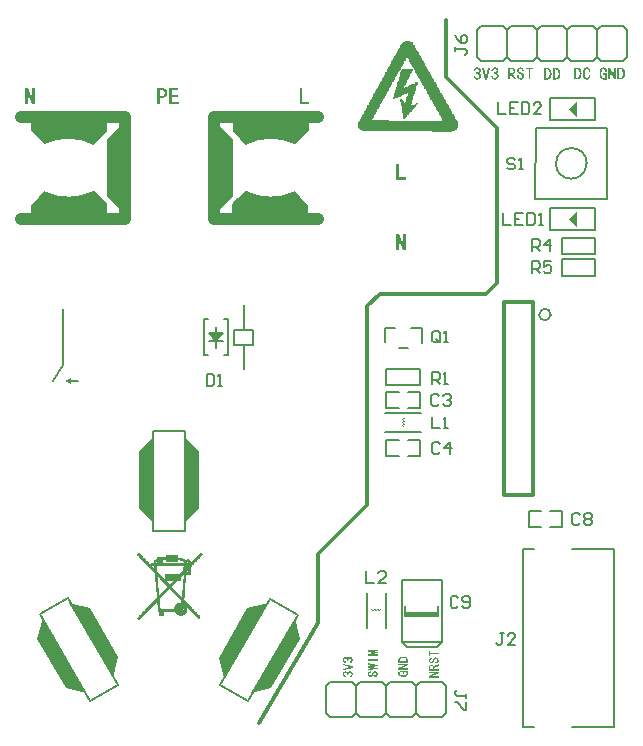
<source format=gto>
%FSTAX23Y23*%
%MOIN*%
%SFA1B1*%

%IPPOS*%
%ADD10C,0.003940*%
%ADD11C,0.005000*%
%ADD12C,0.007870*%
%ADD13C,0.011810*%
%ADD14C,0.005910*%
%ADD15C,0.039370*%
%ADD16C,0.002000*%
%ADD17C,0.000180*%
%ADD18R,0.112660X0.017960*%
%LN86ÐÍzigbeeÖÇÄÜ²å×ù°å-1*%
%LPD*%
G36*
X04025Y03026D02*
X0412Y02862D01*
X04102Y02793*
X03957Y03044*
X04025Y03026*
G37*
G36*
X04014Y02742D02*
X03946Y02761D01*
X03851Y02925*
X03869Y02993*
X04014Y02742*
G37*
G36*
X04474Y02793D02*
X04456Y02861D01*
X04551Y03026*
X04619Y03044*
X04474Y02793*
G37*
G36*
X04726Y02925D02*
X04631Y0276D01*
X04563Y02742*
X04708Y02993*
X04726Y02925*
G37*
G36*
X04238Y03601D02*
X04188Y03551D01*
Y03361*
X04238Y03311*
Y03601*
G37*
G36*
X0434D02*
X0439Y03551D01*
Y03361*
X0434Y03311*
X0434Y03601*
G37*
G36*
X03963Y03793D02*
X03943Y03782D01*
X03963Y03772*
Y03793*
G37*
G36*
X04446Y03918D02*
X04466Y03938D01*
Y03942*
X04424*
X04446Y03918*
G37*
G36*
X03876Y04412D02*
X03833Y04368D01*
Y04335*
X04076*
X0408Y04339*
Y04372*
X04039Y04414*
X04029Y04409*
X04009Y04402*
X03989Y04397*
X03968Y04395*
X03947Y04394*
X03926Y04396*
X03906Y04401*
X03886Y04408*
X03876Y04412*
G37*
G36*
X03875Y04577D02*
X03832Y04621D01*
Y04655*
X04074*
X04079Y0465*
Y04617*
X04037Y04575*
X04028Y0458*
X04008Y04587*
X03988Y04592*
X03967Y04594*
X03946Y04595*
X03925Y04593*
X03904Y04588*
X03885Y04581*
X03875Y04577*
G37*
G36*
X04132Y0464D02*
X04082Y0459D01*
Y044*
X04132Y0435*
Y0464*
G37*
G36*
X04452D02*
X04502Y0459D01*
Y044*
X04452Y0435*
Y0464*
G37*
G36*
X04707Y04412D02*
X04751Y04368D01*
Y04335*
X04508*
X04503Y04339*
Y04372*
X04545Y04414*
X04554Y04409*
X04574Y04402*
X04594Y04397*
X04615Y04395*
X04636Y04394*
X04657Y04396*
X04678Y04401*
X04697Y04408*
X04707Y04412*
G37*
G36*
X04709Y04577D02*
X04752Y04621D01*
Y04655*
X04509*
X04505Y0465*
Y04617*
X04546Y04575*
X04556Y0458*
X04575Y04587*
X04596Y04592*
X04617Y04594*
X04638Y04595*
X04658Y04593*
X04679Y04588*
X04699Y04581*
X04709Y04577*
G37*
G36*
X05624Y04323D02*
X05646Y04301D01*
Y04345*
X05624Y04323*
G37*
G36*
Y04691D02*
X05646Y04669D01*
Y04713*
X05624Y04691*
G37*
G36*
X04321Y04753D02*
X04299D01*
Y04738*
X04319*
Y04731*
X04299*
Y04714*
X04322*
Y04707*
X0429*
Y0476*
X04321*
Y04753*
G37*
G36*
X04268Y0476D02*
X04269Y0476D01*
X0427Y0476*
X0427Y0476*
X04271Y04759*
X04273Y04759*
X04274Y04759*
X04275Y04758*
X04276Y04758*
X04277Y04757*
X04278Y04756*
X04279Y04756*
X04279Y04756*
X04279Y04755*
X0428Y04755*
X0428Y04755*
X0428Y04754*
X04281Y04754*
X04281Y04753*
X04281Y04752*
X04282Y04752*
X04282Y04751*
X04283Y0475*
X04283Y04749*
X04283Y04748*
X04284Y04746*
X04284Y04745*
X04284Y04744*
Y04744*
Y04743*
Y04743*
X04284Y04742*
X04284Y04742*
X04283Y04741*
X04283Y0474*
X04283Y04739*
X04283Y04737*
X04282Y04736*
X04282Y04735*
X04281Y04734*
X04281Y04733*
X0428Y04732*
X04279Y04732*
X04279Y04732*
X04279Y04731*
X04279Y04731*
X04278Y04731*
X04278Y04731*
X04277Y0473*
X04277Y0473*
X04276Y04729*
X04275Y04729*
X04274Y04729*
X04273Y04728*
X04272Y04728*
X04271Y04728*
X0427Y04727*
X04268Y04727*
X04267Y04727*
X04259*
Y04707*
X0425*
Y0476*
X04268*
X04268Y0476*
G37*
G36*
X0516Y02878D02*
X05188D01*
Y02873*
X0516*
Y02866*
X05156*
Y02885*
X0516*
Y02878*
G37*
G36*
X05179Y02862D02*
X0518Y02862D01*
X0518Y02862*
X0518Y02862*
X05181Y02862*
X05182Y02861*
X05183Y02861*
X05183Y02861*
X05184Y0286*
X05184Y0286*
X05185Y0286*
X05185Y02859*
X05185Y02859*
X05186Y02859*
X05186Y02859*
X05186Y02859*
X05186Y02858*
X05186Y02858*
X05186Y02858*
X05187Y02857*
X05187Y02857*
X05187Y02856*
X05187Y02855*
X05188Y02855*
X05188Y02854*
X05188Y02853*
X05188Y02853*
X05188Y02852*
Y02851*
X05188Y02851*
X05188Y0285*
X05188Y0285*
X05188Y0285*
X05188Y02849*
X05187Y02848*
X05187Y02847*
X05187Y02847*
X05187Y02846*
X05186Y02845*
X05186Y02845*
X05185Y02844*
X05185Y02844*
X05185Y02844*
X05185Y02844*
X05185Y02844*
X05185Y02844*
X05184Y02843*
X05184Y02843*
X05183Y02843*
X05183Y02843*
X05183Y02842*
X05181Y02842*
X05181Y02842*
X0518Y02842*
X05179Y02842*
X05179Y02842*
X05177*
Y02847*
X05179*
X05179*
X05179*
X05179*
X05179Y02847*
X05179Y02847*
X0518Y02847*
X05181Y02847*
X05181Y02847*
X05182Y02848*
X05182Y02848*
X05182Y02848*
X05183Y02848*
X05183Y02849*
X05183Y02849*
X05183Y0285*
X05183Y0285*
X05184Y02851*
X05184Y02852*
Y02852*
X05184Y02852*
X05184Y02853*
X05183Y02853*
X05183Y02854*
X05183Y02854*
X05183Y02855*
X05182Y02856*
X05182Y02856*
X05182Y02856*
X05182Y02856*
X05181Y02856*
X05181Y02856*
X0518Y02857*
X0518Y02857*
X05179Y02857*
X05179*
X05179*
X05178Y02857*
X05178Y02857*
X05177Y02856*
X05177Y02856*
X05176Y02856*
X05176Y02855*
X05176Y02855*
X05176Y02855*
X05175Y02855*
X05175Y02854*
X05174Y02853*
X05174Y02853*
X05174Y02852*
X05173Y02851*
Y02851*
X05173Y0285*
X05173Y0285*
X05173Y0285*
X05173Y0285*
X05172Y02849*
X05172Y02848*
X05171Y02847*
X05171Y02846*
X0517Y02845*
X0517Y02845*
X05169Y02844*
X05169*
X05169Y02844*
X05169Y02844*
X05169Y02844*
X05168Y02843*
X05167Y02843*
X05166Y02843*
X05165Y02842*
X05165Y02842*
X05164Y02842*
X05164*
X05164*
X05164*
X05164Y02842*
X05163Y02842*
X05163Y02842*
X05162Y02843*
X05161Y02843*
X05161Y02843*
X0516Y02843*
X05159Y02844*
X05159Y02844*
X05158Y02845*
X05158Y02845*
X05158Y02845*
X05158Y02845*
X05158Y02845*
X05158Y02846*
X05157Y02846*
X05157Y02846*
X05157Y02847*
X05157Y02847*
X05156Y02848*
X05156Y02849*
X05155Y0285*
X05155Y02851*
X05155Y02852*
Y02852*
X05155Y02852*
X05155Y02853*
X05156Y02853*
X05156Y02854*
X05156Y02854*
X05156Y02856*
X05156Y02856*
X05157Y02857*
X05157Y02857*
X05157Y02858*
X05158Y02858*
X05158Y02859*
X05158Y02859*
X05159Y02859*
X05159Y02859*
X05159Y02859*
X05159Y02859*
X0516Y0286*
X0516Y0286*
X0516Y0286*
X05161Y0286*
X05163Y02861*
X05164Y02861*
X05164Y02861*
X05165Y02861*
Y02856*
X05165*
X05165*
X05165*
X05164*
X05164Y02856*
X05163Y02856*
X05163Y02856*
X05162Y02855*
X05161Y02855*
X05161Y02855*
X05161Y02855*
X05161Y02854*
X05161Y02854*
X0516Y02854*
X0516Y02853*
X0516Y02852*
X0516Y02852*
Y02851*
X0516Y02851*
X0516Y02851*
X0516Y0285*
X0516Y0285*
X05161Y02849*
X05161Y02849*
X05161Y02849*
X05161Y02848*
X05161Y02848*
X05162Y02848*
X05162Y02848*
X05163Y02848*
X05163Y02848*
X05164Y02847*
X05164*
X05164*
X05164Y02848*
X05165Y02848*
X05165Y02848*
X05166Y02848*
X05166Y02848*
X05166Y02848*
X05166Y02848*
X05167Y02849*
X05167Y02849*
X05167Y02849*
X05167Y02849*
X05167Y0285*
X05167Y0285*
X05168Y0285*
X05168Y02851*
X05168Y02851*
X05168Y02852*
X05169Y02853*
X05169Y02853*
Y02854*
X05169Y02854*
X05169Y02854*
X05169Y02854*
X0517Y02854*
X0517Y02855*
X0517Y02856*
X05171Y02857*
X05171Y02858*
X05172Y02859*
X05173Y0286*
X05173Y0286*
X05173Y0286*
X05173Y0286*
X05173Y0286*
X05174Y0286*
X05175Y02861*
X05175Y02861*
X05176Y02862*
X05177Y02862*
X05178Y02862*
X05179Y02862*
X05179*
X05179*
X05179*
X05179Y02862*
G37*
G36*
X05188Y02834D02*
X05174Y02827D01*
Y02823*
X05188*
Y02818*
X05156*
Y02828*
X05156Y02829*
Y02829*
X05156Y02829*
X05156Y0283*
X05156Y0283*
X05156Y02832*
X05157Y02833*
X05157Y02834*
X05158Y02835*
X05158Y02835*
X05158Y02835*
X05158Y02835*
X05158Y02835*
X05158Y02836*
X05159Y02836*
X05159Y02836*
X05159Y02836*
X0516Y02837*
X0516Y02837*
X05161Y02837*
X05161Y02837*
X05162Y02838*
X05163Y02838*
X05163Y02838*
X05164Y02838*
X05165Y02838*
X05165*
X05165*
X05165*
X05166Y02838*
X05166*
X05166Y02838*
X05167Y02838*
X05168Y02838*
X05169Y02837*
X0517Y02837*
X05171Y02836*
X05171Y02836*
X05171Y02836*
X05172Y02835*
X05172Y02835*
X05173Y02834*
X05173Y02834*
X05173Y02833*
X05174Y02832*
X05188Y02839*
Y02834*
G37*
G36*
Y02809D02*
X05167Y028D01*
X05188*
Y02795*
X05156*
Y028*
X05177Y02809*
X05156*
Y02814*
X05188*
Y02809*
G37*
G36*
X05071Y02865D02*
X05072Y02865D01*
X05073Y02865*
X05074Y02865*
X05075Y02865*
X05075Y02865*
X05077Y02864*
X05078Y02864*
X05079Y02864*
X05079Y02863*
X0508Y02863*
X05081Y02862*
X05082Y02862*
X05082Y02862*
X05082Y02861*
X05082Y02861*
X05083Y02861*
X05083Y02861*
X05083Y0286*
X05083Y0286*
X05084Y02859*
X05084Y02858*
X05084Y02858*
X05085Y02857*
X05085Y02856*
X05085Y02855*
X05085Y02854*
X05086Y02853*
X05086Y02852*
Y02845*
X05054*
Y02852*
X05054Y02852*
Y02853*
X05054Y02853*
X05054Y02854*
X05054Y02855*
X05054Y02856*
X05054Y02856*
X05055Y02857*
X05055Y02858*
X05055Y02859*
X05056Y0286*
X05056Y02861*
X05057Y02861*
X05058Y02862*
X05058Y02862*
X05058Y02862*
X05058Y02862*
X05058Y02862*
X05059Y02863*
X05059Y02863*
X0506Y02863*
X05061Y02864*
X05061Y02864*
X05062Y02864*
X05063Y02864*
X05064Y02865*
X05066Y02865*
X05067Y02865*
X05068Y02865*
X0507Y02865*
X0507*
X0507*
X05071*
X05071Y02865*
G37*
G36*
X05086Y02836D02*
X05065Y02826D01*
X05086*
Y02821*
X05054*
Y02827*
X05075Y02836*
X05054*
Y02841*
X05086*
Y02836*
G37*
G36*
X05086Y02814D02*
X05083Y02813D01*
X05084*
X05084Y02813*
X05084Y02813*
X05084Y02813*
X05084Y02813*
X05085Y02812*
X05085Y02812*
X05085Y02811*
X05085Y02811*
X05085Y02811*
X05085Y02811*
X05086Y0281*
X05086Y0281*
X05086Y02809*
X05086Y02808*
X05086Y02808*
Y02808*
X05086Y02807*
Y02807*
X05086Y02807*
X05086Y02806*
X05086Y02806*
X05086Y02805*
X05085Y02805*
X05085Y02804*
X05085Y02804*
X05084Y02803*
X05084Y02802*
X05084Y02802*
X05083Y02801*
X05082Y02801*
X05082Y02801*
X05082Y028*
X05082Y028*
X05082Y028*
X05081Y028*
X05081Y028*
X0508Y02799*
X05079Y02799*
X05079Y02799*
X05078Y02798*
X05077Y02798*
X05076Y02798*
X05075Y02798*
X05074Y02798*
X05072Y02798*
X05071Y02798*
X05071*
X05071*
X0507*
X0507*
X05069Y02798*
X05069Y02798*
X05068Y02798*
X05067Y02798*
X05066Y02798*
X05065Y02798*
X05064Y02798*
X05063Y02798*
X05062Y02799*
X05061Y02799*
X0506Y02799*
X05059Y028*
X05058Y028*
X05058Y028*
X05058Y028*
X05057Y02801*
X05057Y02801*
X05057Y02801*
X05056Y02801*
X05056Y02802*
X05056Y02802*
X05055Y02803*
X05055Y02803*
X05054Y02804*
X05054Y02805*
X05054Y02806*
X05054Y02806*
X05053Y02807*
X05053Y02808*
Y02808*
X05053Y02809*
X05053Y02809*
X05054Y0281*
X05054Y0281*
X05054Y02811*
X05054Y02811*
X05054Y02812*
X05054Y02812*
X05055Y02813*
X05055Y02813*
X05056Y02814*
X05056Y02814*
X05057Y02815*
X05057Y02815*
X05057Y02815*
X05057Y02815*
X05057Y02815*
X05058Y02816*
X05058Y02816*
X05058Y02816*
X05059Y02816*
X0506Y02816*
X0506Y02817*
X05061Y02817*
X05062Y02817*
X05063Y02817*
X05063Y02817*
X05064Y02817*
X05065Y02817*
Y02812*
X05065*
X05065*
X05065*
X05065*
X05064Y02812*
X05064*
X05063Y02812*
X05062Y02812*
X05061Y02812*
X0506Y02812*
X0506Y02812*
X0506Y02811*
X05059Y02811*
X05059Y02811*
X05059Y02811*
X05059Y02811*
X05058Y0281*
X05058Y02809*
X05058Y02809*
X05058Y02808*
Y02808*
X05058Y02808*
X05058Y02807*
X05058Y02807*
X05058Y02806*
X05059Y02806*
X05059Y02805*
X05059Y02805*
X0506Y02805*
X0506Y02804*
X05061Y02804*
X05061*
X05061Y02804*
X05061Y02804*
X05061Y02804*
X05061Y02804*
X05062Y02804*
X05062Y02804*
X05063Y02803*
X05063Y02803*
X05064Y02803*
X05065Y02803*
X05066Y02803*
X05067Y02803*
X05068Y02803*
X05069Y02803*
X0507*
X0507*
X05071*
X05071*
X05071Y02803*
X05072*
X05073Y02803*
X05073Y02803*
X05074Y02803*
X05075Y02803*
X05077Y02803*
X05078Y02804*
X05078Y02804*
X05079Y02804*
X05079Y02804*
X05079*
X05079Y02805*
X0508Y02805*
X0508Y02805*
X0508Y02806*
X05081Y02806*
X05081Y02807*
X05082Y02808*
X05082Y02808*
X05082Y02808*
Y02808*
X05082Y02809*
X05082Y02809*
X05081Y02809*
X05081Y0281*
X05081Y02811*
X05081Y02811*
X0508Y02812*
X0508Y02812*
X0508Y02812*
X05079Y02812*
X05079Y02812*
X05078Y02812*
X05077Y02813*
X05076Y02813*
X05075Y02813*
X05074*
Y02807*
X05069*
Y02817*
X05086*
Y02814*
G37*
G36*
X04985Y02883D02*
X04965D01*
X04985Y0288*
Y02876*
X04965Y02872*
X04985*
Y02867*
X04953*
Y02874*
X04972Y02878*
X04953Y02881*
Y02888*
X04985*
Y02883*
G37*
G36*
Y02851D02*
X04953D01*
Y02857*
X04985*
Y02851*
G37*
G36*
X04985Y02838D02*
Y02833D01*
X04964Y0283*
X04985Y02827*
Y02823*
X04953Y02819*
Y02824*
X0497Y02825*
X04953Y02828*
Y02833*
X0497Y02835*
X04953Y02837*
Y02842*
X04985Y02838*
G37*
G36*
X04976Y02817D02*
X04977Y02817D01*
X04977Y02817*
X04977Y02817*
X04978Y02816*
X04979Y02816*
X0498Y02816*
X0498Y02816*
X04981Y02815*
X04981Y02815*
X04982Y02815*
X04982Y02814*
X04982Y02814*
X04983Y02814*
X04983Y02814*
X04983Y02814*
X04983Y02813*
X04983Y02813*
X04983Y02813*
X04984Y02812*
X04984Y02812*
X04984Y02811*
X04984Y0281*
X04985Y0281*
X04985Y02809*
X04985Y02808*
X04985Y02807*
X04985Y02807*
Y02806*
X04985Y02806*
X04985Y02805*
X04985Y02805*
X04985Y02804*
X04985Y02804*
X04984Y02803*
X04984Y02802*
X04984Y02801*
X04984Y02801*
X04983Y028*
X04983Y028*
X04982Y02799*
X04982Y02799*
X04982Y02799*
X04982Y02799*
X04982Y02799*
X04982Y02799*
X04981Y02798*
X04981Y02798*
X0498Y02798*
X0498Y02798*
X0498Y02797*
X04978Y02797*
X04978Y02797*
X04977Y02797*
X04976Y02797*
X04976Y02797*
X04974*
Y02802*
X04976*
X04976*
X04976*
X04976*
X04976Y02802*
X04976Y02802*
X04977Y02802*
X04978Y02802*
X04978Y02802*
X04979Y02803*
X04979Y02803*
X04979Y02803*
X0498Y02803*
X0498Y02804*
X0498Y02804*
X0498Y02805*
X0498Y02805*
X04981Y02806*
X04981Y02807*
Y02807*
X04981Y02807*
X04981Y02807*
X0498Y02808*
X0498Y02809*
X0498Y02809*
X0498Y0281*
X04979Y0281*
X04979Y0281*
X04979Y02811*
X04979Y02811*
X04978Y02811*
X04978Y02811*
X04977Y02811*
X04977Y02812*
X04976Y02812*
X04976*
X04976*
X04975Y02812*
X04975Y02811*
X04974Y02811*
X04974Y02811*
X04973Y02811*
X04973Y0281*
X04973Y0281*
X04973Y0281*
X04972Y0281*
X04972Y02809*
X04971Y02808*
X04971Y02808*
X04971Y02807*
X0497Y02805*
Y02805*
X0497Y02805*
X0497Y02805*
X0497Y02805*
X0497Y02804*
X04969Y02804*
X04969Y02803*
X04968Y02802*
X04968Y02801*
X04967Y028*
X04967Y028*
X04966Y02799*
X04966*
X04966Y02799*
X04966Y02799*
X04966Y02799*
X04965Y02798*
X04964Y02798*
X04963Y02798*
X04962Y02797*
X04962Y02797*
X04961Y02797*
X04961*
X04961*
X04961*
X04961Y02797*
X0496Y02797*
X0496Y02797*
X04959Y02798*
X04958Y02798*
X04958Y02798*
X04957Y02798*
X04956Y02799*
X04956Y02799*
X04955Y02799*
X04955Y028*
X04955Y028*
X04955Y028*
X04955Y028*
X04955Y028*
X04954Y02801*
X04954Y02801*
X04954Y02801*
X04954Y02802*
X04953Y02803*
X04953Y02804*
X04952Y02805*
X04952Y02806*
X04952Y02807*
Y02807*
X04952Y02807*
X04952Y02808*
X04953Y02808*
X04953Y02809*
X04953Y02809*
X04953Y0281*
X04953Y02811*
X04954Y02812*
X04954Y02812*
X04954Y02813*
X04955Y02813*
X04955Y02814*
X04955Y02814*
X04956Y02814*
X04956Y02814*
X04956Y02814*
X04956Y02814*
X04957Y02814*
X04957Y02815*
X04957Y02815*
X04958Y02815*
X0496Y02816*
X04961Y02816*
X04961Y02816*
X04962Y02816*
Y02811*
X04962*
X04962*
X04962*
X04961*
X04961Y02811*
X0496Y02811*
X0496Y0281*
X04959Y0281*
X04958Y0281*
X04958Y0281*
X04958Y0281*
X04958Y02809*
X04958Y02809*
X04957Y02809*
X04957Y02808*
X04957Y02807*
X04957Y02807*
Y02806*
X04957Y02806*
X04957Y02805*
X04957Y02805*
X04957Y02804*
X04958Y02804*
X04958Y02803*
X04958Y02803*
X04958Y02803*
X04958Y02803*
X04959Y02803*
X04959Y02803*
X0496Y02803*
X0496Y02802*
X04961Y02802*
X04961*
X04961*
X04961Y02802*
X04962Y02802*
X04962Y02803*
X04963Y02803*
X04963Y02803*
X04963Y02803*
X04963Y02803*
X04964Y02803*
X04964Y02804*
X04964Y02804*
X04964Y02804*
X04964Y02805*
X04964Y02805*
X04965Y02805*
X04965Y02806*
X04965Y02806*
X04965Y02807*
X04966Y02808*
X04966Y02808*
Y02808*
X04966Y02809*
X04966Y02809*
X04966Y02809*
X04967Y02809*
X04967Y0281*
X04967Y02811*
X04968Y02812*
X04968Y02813*
X04969Y02814*
X0497Y02815*
X0497Y02815*
X0497Y02815*
X0497Y02815*
X0497Y02815*
X04971Y02815*
X04972Y02816*
X04972Y02816*
X04973Y02816*
X04974Y02817*
X04975Y02817*
X04976Y02817*
X04976*
X04976*
X04976*
X04976Y02817*
G37*
G36*
X04894Y02863D02*
X04894D01*
X04894Y02863*
X04894*
X04894Y02863*
X04895Y02863*
X04895Y02863*
X04896Y02863*
X04897Y02862*
X04898Y02862*
X04898Y02861*
X04899Y02861*
X04899Y0286*
X049Y0286*
X049Y0286*
X049Y0286*
X049Y0286*
X049Y02859*
X049Y02859*
X049Y02859*
X04901Y02858*
X04901Y02858*
X04901Y02857*
X04902Y02856*
X04902Y02855*
X04902Y02854*
Y02853*
X04902Y02853*
Y02853*
X04902Y02853*
X04902Y02852*
X04902Y02851*
X04901Y0285*
X04901Y02849*
X049Y02848*
X049Y02848*
X049Y02847*
X049Y02847*
X049Y02847*
X04899Y02847*
X04899Y02847*
X04899Y02847*
X04899Y02846*
X04898Y02846*
X04898Y02846*
X04898Y02845*
X04897Y02845*
X04896Y02845*
X04896Y02845*
X04895Y02844*
X04894Y02844*
X04894Y02844*
X04893Y02844*
X04892Y02848*
X04892*
X04892Y02848*
X04892Y02848*
X04893Y02848*
X04893Y02848*
X04894Y02848*
X04894Y02849*
X04895Y02849*
X04896Y0285*
X04896Y0285*
X04896Y0285*
X04896Y0285*
X04897Y02851*
X04897Y02851*
X04897Y02852*
X04897Y02852*
X04898Y02853*
X04898Y02854*
Y02854*
X04898Y02854*
X04897Y02855*
X04897Y02855*
X04897Y02856*
X04897Y02856*
X04896Y02857*
X04896Y02857*
X04896Y02857*
X04895Y02858*
X04895Y02858*
X04895Y02858*
X04894Y02858*
X04893Y02859*
X04893Y02859*
X04892*
X04892*
X04892*
X04891Y02859*
X04891Y02858*
X0489Y02858*
X0489Y02858*
X04889Y02858*
X04889Y02857*
X04888Y02857*
X04888Y02857*
X04888Y02857*
X04888Y02856*
X04888Y02856*
X04888Y02856*
X04887Y02855*
X04887Y02855*
X04887Y02854*
X04887Y02854*
X04887Y02853*
X04887Y02853*
X04887Y02852*
X04886Y02851*
X04883*
Y02851*
X04883Y02852*
X04883Y02852*
X04883Y02852*
X04883Y02853*
X04883Y02853*
X04883Y02854*
X04882Y02855*
X04882Y02856*
X04882Y02856*
X04881Y02857*
X04881Y02857*
X04881Y02857*
X04881Y02857*
X0488Y02858*
X0488Y02858*
X04879Y02858*
X04878Y02858*
X04877*
X04877*
X04877*
X04877Y02858*
X04877Y02858*
X04876Y02858*
X04876Y02858*
X04875Y02857*
X04874Y02857*
X04874Y02856*
X04874Y02856*
X04874Y02856*
X04874Y02855*
X04874Y02855*
X04873Y02854*
Y02854*
X04874Y02853*
X04874Y02852*
X04874Y02852*
Y02852*
X04874Y02852*
X04874Y02852*
X04874Y02851*
X04874Y02851*
X04875Y02851*
X04875Y0285*
X04875Y0285*
X04876Y0285*
X04876Y02849*
X04877Y02849*
X04877Y02849*
X04878Y02849*
X04879Y02848*
X04878Y02844*
X04878*
X04878Y02844*
X04878Y02844*
X04878Y02844*
X04877Y02844*
X04877Y02845*
X04876Y02845*
X04875Y02845*
X04874Y02846*
X04873Y02847*
X04872Y02847*
X04872Y02847*
X04872Y02847*
X04872Y02848*
X04871Y02848*
X04871Y02849*
X0487Y02849*
X0487Y0285*
X0487Y02851*
X04869Y02853*
Y02853*
X04869Y02853*
Y02855*
X04869Y02856*
X0487Y02857*
X0487Y02858*
X0487Y02859*
Y02859*
X0487Y02859*
X0487Y02859*
X04871Y02859*
X04871Y0286*
X04871Y0286*
X04872Y02861*
X04872Y02861*
X04873Y02862*
X04874Y02862*
X04874*
X04874Y02862*
X04874Y02862*
X04875Y02862*
X04875Y02863*
X04875Y02863*
X04876Y02863*
X04877Y02863*
X04878*
X04879Y02863*
X0488Y02863*
X0488*
X0488Y02863*
X0488Y02863*
X0488Y02862*
X04881Y02862*
X04881Y02862*
X04882Y02862*
X04882Y02861*
X04883Y02861*
X04883Y02861*
X04884Y0286*
X04884Y0286*
X04884Y02859*
X04885Y02859*
Y02859*
X04885Y02859*
X04885Y02859*
X04885Y02859*
X04885Y0286*
X04886Y0286*
X04886Y02861*
X04887Y02862*
X04888Y02862*
X04888*
X04888Y02862*
X04888Y02862*
X04888Y02863*
X04888Y02863*
X04889Y02863*
X04889Y02863*
X0489Y02863*
X04891Y02863*
X04892Y02863*
X04893*
X04894Y02863*
G37*
G36*
X04902Y02832D02*
Y02828D01*
X0487Y02819*
Y02824*
X04893Y0283*
X0487Y02836*
Y02841*
X04902Y02832*
G37*
G36*
X04894Y02816D02*
X04894D01*
X04894Y02816*
X04894*
X04894Y02816*
X04895Y02816*
X04895Y02816*
X04896Y02815*
X04897Y02815*
X04898Y02814*
X04898Y02814*
X04899Y02814*
X04899Y02813*
X049Y02813*
X049Y02813*
X049Y02813*
X049Y02812*
X049Y02812*
X049Y02812*
X049Y02812*
X04901Y02811*
X04901Y02811*
X04901Y0281*
X04902Y02809*
X04902Y02807*
X04902Y02807*
Y02806*
X04902Y02806*
Y02806*
X04902Y02805*
X04902Y02805*
X04902Y02804*
X04901Y02803*
X04901Y02802*
X049Y02801*
X049Y028*
X049Y028*
X049Y028*
X049Y028*
X04899Y028*
X04899Y02799*
X04899Y02799*
X04899Y02799*
X04898Y02799*
X04898Y02798*
X04898Y02798*
X04897Y02798*
X04896Y02798*
X04896Y02797*
X04895Y02797*
X04894Y02797*
X04894Y02797*
X04893Y02797*
X04892Y02801*
X04892*
X04892Y02801*
X04892Y02801*
X04893Y02801*
X04893Y02801*
X04894Y02801*
X04894Y02801*
X04895Y02802*
X04896Y02802*
X04896Y02803*
X04896Y02803*
X04896Y02803*
X04897Y02803*
X04897Y02804*
X04897Y02804*
X04897Y02805*
X04898Y02806*
X04898Y02807*
Y02807*
X04898Y02807*
X04897Y02807*
X04897Y02808*
X04897Y02808*
X04897Y02809*
X04896Y0281*
X04896Y0281*
X04896Y0281*
X04895Y0281*
X04895Y02811*
X04895Y02811*
X04894Y02811*
X04893Y02811*
X04893Y02811*
X04892*
X04892*
X04892*
X04891Y02811*
X04891Y02811*
X0489Y02811*
X0489Y02811*
X04889Y02811*
X04889Y0281*
X04888Y0281*
X04888Y02809*
X04888Y02809*
X04888Y02809*
X04888Y02809*
X04888Y02808*
X04887Y02808*
X04887Y02807*
X04887Y02807*
X04887Y02807*
X04887Y02806*
X04887Y02805*
X04887Y02805*
X04886Y02804*
X04883*
Y02804*
X04883Y02804*
X04883Y02805*
X04883Y02805*
X04883Y02805*
X04883Y02806*
X04883Y02807*
X04882Y02808*
X04882Y02809*
X04882Y02809*
X04881Y0281*
X04881Y0281*
X04881Y0281*
X04881Y0281*
X0488Y0281*
X0488Y02811*
X04879Y02811*
X04878Y02811*
X04877*
X04877*
X04877*
X04877Y02811*
X04877Y02811*
X04876Y02811*
X04876Y0281*
X04875Y0281*
X04874Y02809*
X04874Y02809*
X04874Y02809*
X04874Y02808*
X04874Y02808*
X04874Y02808*
X04873Y02807*
Y02806*
X04874Y02805*
X04874Y02805*
X04874Y02805*
Y02805*
X04874Y02805*
X04874Y02804*
X04874Y02804*
X04874Y02804*
X04875Y02803*
X04875Y02803*
X04875Y02803*
X04876Y02802*
X04876Y02802*
X04877Y02802*
X04877Y02802*
X04878Y02801*
X04879Y02801*
X04878Y02797*
X04878*
X04878Y02797*
X04878Y02797*
X04878Y02797*
X04877Y02797*
X04877Y02797*
X04876Y02798*
X04875Y02798*
X04874Y02799*
X04873Y02799*
X04872Y028*
X04872Y028*
X04872Y028*
X04872Y028*
X04871Y02801*
X04871Y02801*
X0487Y02802*
X0487Y02803*
X0487Y02804*
X04869Y02805*
Y02805*
X04869Y02806*
Y02807*
X04869Y02808*
X0487Y02809*
X0487Y0281*
X0487Y02811*
Y02811*
X0487Y02811*
X0487Y02812*
X04871Y02812*
X04871Y02812*
X04871Y02813*
X04872Y02813*
X04872Y02814*
X04873Y02815*
X04874Y02815*
X04874*
X04874Y02815*
X04874Y02815*
X04875Y02815*
X04875Y02815*
X04875Y02815*
X04876Y02815*
X04877Y02816*
X04878*
X04879Y02816*
X0488Y02815*
X0488*
X0488Y02815*
X0488Y02815*
X0488Y02815*
X04881Y02815*
X04881Y02815*
X04882Y02815*
X04882Y02814*
X04883Y02814*
X04883Y02813*
X04884Y02813*
X04884Y02812*
X04884Y02812*
X04885Y02811*
Y02811*
X04885Y02811*
X04885Y02812*
X04885Y02812*
X04885Y02813*
X04886Y02813*
X04886Y02814*
X04887Y02814*
X04888Y02815*
X04888*
X04888Y02815*
X04888Y02815*
X04888Y02815*
X04888Y02815*
X04889Y02815*
X04889Y02816*
X0489Y02816*
X04891Y02816*
X04892Y02816*
X04893*
X04894Y02816*
G37*
G36*
X05739Y04829D02*
X05739Y04829D01*
X0574Y04829*
X0574Y04829*
X05741Y04828*
X05742Y04828*
X05742Y04828*
X05743Y04828*
X05744Y04827*
X05744Y04827*
X05745Y04826*
X05746Y04826*
X05746Y04825*
X05746Y04825*
X05746Y04825*
X05747Y04824*
X05747Y04824*
X05747Y04824*
X05747Y04823*
X05748Y04823*
X05748Y04822*
X05748Y04821*
X05748Y0482*
X05749Y04819*
X05749Y04818*
X05749Y04817*
X05749Y04816*
X05749Y04815*
X05749Y04814*
X05743*
Y04814*
Y04814*
Y04814*
Y04815*
X05743Y04815*
Y04816*
X05743Y04817*
X05743Y04818*
X05743Y04819*
X05742Y0482*
X05742Y04821*
X05742Y04821*
X05742Y04821*
X05741Y04822*
X05741Y04822*
X05741Y04822*
X0574Y04823*
X05739Y04823*
X05739Y04823*
X05738Y04823*
X05737*
X05737Y04823*
X05737Y04823*
X05736Y04823*
X05735Y04823*
X05735Y04822*
X05734Y04822*
X05734Y04821*
X05733Y04821*
X05733Y04821*
X05733Y0482*
Y0482*
X05733Y0482*
X05733Y04819*
X05733Y04819*
X05732Y04819*
X05732Y04818*
X05732Y04818*
X05732Y04817*
X05732Y04816*
X05732Y04815*
X05732Y04814*
X05731Y04813*
X05731Y04812*
X05731Y04811*
X05731Y04809*
Y04808*
Y04808*
Y04807*
Y04807*
X05731Y04806*
Y04806*
X05731Y04805*
X05731Y04804*
X05731Y04803*
X05732Y04801*
X05732Y048*
X05732Y04799*
X05733Y04798*
X05733Y04797*
X05733Y04797*
Y04796*
X05733Y04796*
X05734Y04796*
X05734Y04796*
X05735Y04795*
X05735Y04795*
X05736Y04794*
X05737Y04794*
X05737Y04794*
X05738Y04794*
X05738*
X05738Y04794*
X05739Y04794*
X05739Y04794*
X0574Y04794*
X05741Y04794*
X05741Y04795*
X05742Y04796*
X05742Y04796*
X05742Y04796*
X05743Y04796*
X05743Y04797*
X05743Y04798*
X05743Y04799*
X05744Y048*
X05744Y04802*
Y04804*
X05737*
Y04809*
X05749*
Y04788*
X05744*
X05744Y04791*
Y04791*
X05744Y04791*
X05744Y04791*
X05744Y04791*
X05743Y0479*
X05743Y0479*
X05742Y0479*
X05742Y04789*
X05742Y04789*
X05741Y04789*
X05741Y04789*
X0574Y04789*
X0574Y04788*
X05739Y04788*
X05738Y04788*
X05737Y04788*
X05737*
X05737Y04788*
X05736*
X05736Y04788*
X05736Y04788*
X05735Y04789*
X05734Y04789*
X05734Y04789*
X05733Y04789*
X05732Y0479*
X05731Y0479*
X05731Y04791*
X0573Y04791*
X05729Y04792*
X05728Y04793*
X05728Y04793*
X05728Y04793*
X05728Y04793*
X05728Y04794*
X05727Y04794*
X05727Y04795*
X05727Y04795*
X05726Y04796*
X05726Y04797*
X05726Y04798*
X05725Y04799*
X05725Y04801*
X05725Y04802*
X05725Y04804*
X05725Y04805*
X05725Y04807*
Y04807*
Y04807*
Y04808*
Y04808*
X05725Y04809*
X05725Y0481*
X05725Y04811*
X05725Y04812*
X05725Y04813*
X05725Y04815*
X05725Y04816*
X05726Y04817*
X05726Y04819*
X05726Y0482*
X05727Y04821*
X05727Y04822*
X05728Y04823*
X05728Y04824*
X05728Y04824*
X05728Y04824*
X05729Y04824*
X05729Y04825*
X05729Y04825*
X0573Y04826*
X05731Y04826*
X05731Y04827*
X05732Y04827*
X05733Y04828*
X05734Y04828*
X05735Y04828*
X05736Y04829*
X05737Y04829*
X05738Y04829*
X05738*
X05739Y04829*
G37*
G36*
X05779Y04789D02*
X05772D01*
X05761Y04815*
Y04789*
X05754*
Y04828*
X05761*
X05773Y04802*
Y04828*
X05779*
Y04789*
G37*
G36*
X05793Y04828D02*
X05794D01*
X05794Y04828*
X05795Y04828*
X05796Y04828*
X05797Y04828*
X05798Y04828*
X05799Y04827*
X058Y04827*
X05801Y04826*
X05802Y04826*
X05803Y04825*
X05804Y04824*
X05805Y04824*
X05805Y04824*
X05805Y04823*
X05805Y04823*
X05806Y04823*
X05806Y04822*
X05806Y04822*
X05807Y04821*
X05807Y0482*
X05808Y04819*
X05808Y04818*
X05808Y04817*
X05809Y04815*
X05809Y04814*
X05809Y04812*
X05809Y0481*
X05809Y04808*
Y04808*
Y04808*
Y04807*
X05809Y04807*
X05809Y04806*
X05809Y04805*
X05809Y04804*
X05809Y04802*
X05808Y04801*
X05808Y048*
X05808Y04799*
X05807Y04797*
X05807Y04796*
X05806Y04795*
X05805Y04794*
X05805Y04793*
X05805Y04793*
X05804Y04793*
X05804Y04793*
X05804Y04792*
X05803Y04792*
X05803Y04792*
X05802Y04791*
X05801Y04791*
X058Y0479*
X058Y0479*
X05799Y0479*
X05797Y04789*
X05796Y04789*
X05795Y04789*
X05794Y04789*
X05792Y04789*
X05784*
Y04828*
X05793*
X05793Y04828*
G37*
G36*
X05683Y04829D02*
X05684Y04829D01*
X05684Y04829*
X05685Y04829*
X05685Y04828*
X05687Y04828*
X05688Y04828*
X05688Y04827*
X05689Y04827*
X0569Y04826*
X0569Y04826*
X05691Y04825*
X05691Y04825*
X05691Y04825*
X05691Y04825*
X05692Y04824*
X05692Y04824*
X05692Y04823*
X05693Y04823*
X05693Y04822*
X05693Y04821*
X05693Y0482*
X05694Y04819*
X05694Y04818*
X05694Y04817*
X05694Y04816*
X05694Y04815*
Y04813*
X05688*
Y04814*
Y04814*
Y04814*
Y04814*
X05688Y04815*
Y04815*
X05688Y04816*
X05688Y04818*
X05688Y04819*
X05687Y0482*
X05687Y04821*
X05687Y04821*
X05687Y04821*
X05686Y04821*
X05686Y04822*
X05686Y04822*
X05685Y04823*
X05684Y04823*
X05683Y04823*
X05682Y04823*
X05682*
X05682Y04823*
X05681Y04823*
X05681Y04823*
X0568Y04823*
X05679Y04822*
X05679Y04822*
X05678Y04821*
X05678Y04821*
X05678Y04821*
X05677Y0482*
Y0482*
X05677Y0482*
X05677Y04819*
X05677Y04819*
X05677Y04819*
X05677Y04818*
X05676Y04818*
X05676Y04817*
X05676Y04816*
X05676Y04815*
X05676Y04814*
X05676Y04813*
X05675Y04812*
X05675Y04811*
X05675Y04809*
Y04808*
Y04808*
Y04807*
Y04807*
X05675Y04806*
Y04806*
X05675Y04805*
X05675Y04804*
X05675Y04803*
X05676Y04802*
X05676Y048*
X05676Y04799*
X05676Y04798*
X05677Y04797*
X05677Y04797*
Y04797*
X05677Y04797*
X05678Y04796*
X05678Y04796*
X05679Y04795*
X05679Y04795*
X0568Y04794*
X05681Y04794*
X05682Y04794*
X05682Y04794*
X05682*
X05683Y04794*
X05683Y04794*
X05684Y04794*
X05684Y04794*
X05685Y04795*
X05686Y04795*
X05686Y04796*
X05686Y04796*
X05686Y04796*
X05687Y04796*
X05687Y04797*
X05687Y04797*
X05687Y04797*
X05687Y04798*
X05687Y04798*
X05688Y04799*
X05688Y048*
X05688Y04801*
X05688Y04802*
X05688Y04803*
X05688Y04804*
Y04805*
X05695*
Y04805*
Y04805*
X05695Y04804*
X05694Y04804*
X05694Y04803*
X05694Y04802*
X05694Y04801*
X05694Y048*
X05694Y04798*
X05693Y04797*
X05693Y04796*
X05692Y04795*
X05692Y04794*
X05691Y04793*
X05691Y04792*
X05691Y04792*
X05691Y04792*
X0569Y04792*
X0569Y04791*
X0569Y04791*
X05689Y04791*
X05689Y0479*
X05688Y0479*
X05688Y0479*
X05687Y04789*
X05686Y04789*
X05685Y04788*
X05684Y04788*
X05683Y04788*
X05682Y04788*
X05682*
X05682Y04788*
X05681*
X05681Y04788*
X0568Y04788*
X0568Y04789*
X05679Y04789*
X05678Y04789*
X05677Y04789*
X05677Y0479*
X05676Y0479*
X05675Y04791*
X05674Y04791*
X05673Y04792*
X05673Y04793*
X05672Y04793*
X05672Y04793*
X05672Y04793*
X05672Y04794*
X05672Y04794*
X05671Y04795*
X05671Y04795*
X05671Y04796*
X0567Y04797*
X0567Y04798*
X05669Y04799*
X05669Y04801*
X05669Y04802*
X05669Y04804*
X05669Y04805*
X05669Y04807*
Y04807*
Y04807*
Y04808*
Y04808*
X05669Y04809*
X05669Y0481*
X05669Y04811*
X05669Y04812*
X05669Y04813*
X05669Y04815*
X05669Y04816*
X0567Y04817*
X0567Y04819*
X05671Y0482*
X05671Y04821*
X05672Y04822*
X05672Y04823*
X05672Y04824*
X05673Y04824*
X05673Y04824*
X05673Y04824*
X05673Y04825*
X05674Y04825*
X05674Y04826*
X05675Y04826*
X05676Y04827*
X05677Y04827*
X05677Y04828*
X05678Y04828*
X05679Y04828*
X0568Y04829*
X05681Y04829*
X05682Y04829*
X05683*
X05683Y04829*
G37*
G36*
X05649Y04828D02*
X05649D01*
X0565Y04828*
X05651Y04828*
X05652Y04828*
X05653Y04828*
X05654Y04828*
X05655Y04827*
X05656Y04827*
X05657Y04826*
X05658Y04826*
X05659Y04825*
X0566Y04824*
X0566Y04824*
X0566Y04824*
X05661Y04823*
X05661Y04823*
X05661Y04823*
X05661Y04822*
X05662Y04822*
X05662Y04821*
X05662Y0482*
X05663Y04819*
X05663Y04818*
X05664Y04817*
X05664Y04815*
X05664Y04814*
X05664Y04812*
X05665Y0481*
X05665Y04808*
Y04808*
Y04808*
Y04807*
X05665Y04807*
X05664Y04806*
X05664Y04805*
X05664Y04804*
X05664Y04802*
X05664Y04801*
X05663Y048*
X05663Y04799*
X05663Y04797*
X05662Y04796*
X05661Y04795*
X05661Y04794*
X0566Y04793*
X0566Y04793*
X0566Y04793*
X0566Y04793*
X05659Y04792*
X05659Y04792*
X05658Y04792*
X05657Y04791*
X05657Y04791*
X05656Y0479*
X05655Y0479*
X05654Y0479*
X05653Y04789*
X05652Y04789*
X0565Y04789*
X05649Y04789*
X05648Y04789*
X05639*
Y04828*
X05648*
X05649Y04828*
G37*
G36*
X05578Y04828D02*
X05579D01*
X05579Y04828*
X0558Y04828*
X05581Y04828*
X05582Y04827*
X05583Y04827*
X05584Y04827*
X05585Y04826*
X05586Y04826*
X05587Y04825*
X05588Y04825*
X05589Y04824*
X0559Y04823*
X0559Y04823*
X0559Y04823*
X0559Y04823*
X05591Y04822*
X05591Y04822*
X05591Y04821*
X05592Y0482*
X05592Y0482*
X05592Y04819*
X05593Y04817*
X05593Y04816*
X05594Y04815*
X05594Y04813*
X05594Y04812*
X05594Y0481*
X05594Y04808*
Y04808*
Y04807*
Y04807*
X05594Y04806*
X05594Y04805*
X05594Y04804*
X05594Y04803*
X05594Y04802*
X05593Y04801*
X05593Y048*
X05593Y04798*
X05592Y04797*
X05592Y04796*
X05591Y04795*
X0559Y04794*
X0559Y04793*
X0559Y04793*
X05589Y04793*
X05589Y04792*
X05589Y04792*
X05588Y04792*
X05588Y04791*
X05587Y04791*
X05586Y0479*
X05585Y0479*
X05585Y0479*
X05584Y04789*
X05582Y04789*
X05581Y04789*
X0558Y04788*
X05579Y04788*
X05577Y04788*
X05569*
Y04828*
X05578*
X05578Y04828*
G37*
G36*
X05549D02*
X05549D01*
X0555Y04828*
X05551Y04828*
X05552Y04828*
X05553Y04827*
X05554Y04827*
X05555Y04827*
X05556Y04826*
X05557Y04826*
X05558Y04825*
X05559Y04825*
X0556Y04824*
X0556Y04823*
X05561Y04823*
X05561Y04823*
X05561Y04823*
X05561Y04822*
X05561Y04822*
X05562Y04821*
X05562Y0482*
X05563Y0482*
X05563Y04819*
X05563Y04817*
X05564Y04816*
X05564Y04815*
X05564Y04813*
X05564Y04812*
X05565Y0481*
X05565Y04808*
Y04808*
Y04807*
Y04807*
X05565Y04806*
X05565Y04805*
X05564Y04804*
X05564Y04803*
X05564Y04802*
X05564Y04801*
X05564Y048*
X05563Y04798*
X05563Y04797*
X05562Y04796*
X05562Y04795*
X05561Y04794*
X0556Y04793*
X0556Y04793*
X0556Y04793*
X0556Y04792*
X05559Y04792*
X05559Y04792*
X05558Y04791*
X05558Y04791*
X05557Y0479*
X05556Y0479*
X05555Y0479*
X05554Y04789*
X05553Y04789*
X05552Y04789*
X05551Y04788*
X05549Y04788*
X05548Y04788*
X0554*
Y04828*
X05548*
X05549Y04828*
G37*
G36*
X05462Y04829D02*
X05463Y04829D01*
X05463Y04829*
X05464Y04829*
X05465Y04828*
X05466Y04828*
X05467Y04828*
X05468Y04827*
X05468Y04827*
X05469Y04826*
X0547Y04826*
X0547Y04825*
X0547Y04825*
X0547Y04825*
X0547Y04825*
X05471Y04824*
X05471Y04824*
X05471Y04824*
X05471Y04823*
X05471Y04823*
X05472Y04821*
X05472Y0482*
X05473Y04818*
X05473Y04818*
X05473Y04817*
X05466*
Y04817*
Y04817*
Y04817*
Y04818*
X05466Y04818*
X05466Y04819*
X05466Y0482*
X05466Y04821*
X05465Y04821*
X05465Y04821*
X05465Y04822*
X05465Y04822*
X05464Y04822*
X05464Y04823*
X05463Y04823*
X05462Y04823*
X05461Y04823*
X05461*
X0546Y04823*
X0546Y04823*
X05459Y04823*
X05458Y04823*
X05458Y04822*
X05457Y04822*
X05457Y04822*
X05457Y04822*
X05457Y04821*
X05457Y04821*
X05456Y0482*
X05456Y0482*
X05456Y04819*
X05456Y04818*
Y04818*
Y04818*
X05456Y04818*
X05456Y04817*
X05456Y04817*
X05456Y04816*
X05457Y04816*
X05457Y04815*
X05457Y04815*
X05457Y04815*
X05458Y04815*
X05458Y04814*
X05458Y04814*
X05459Y04814*
X05459Y04814*
X0546Y04813*
X0546Y04813*
X05461Y04813*
X05462Y04813*
X05462Y04812*
X05463Y04812*
X05463*
X05464Y04812*
X05464Y04812*
X05464Y04811*
X05465Y04811*
X05465Y04811*
X05466Y0481*
X05467Y0481*
X05469Y04809*
X0547Y04808*
X05471Y04807*
X05471Y04807*
X05471Y04807*
X05471Y04807*
X05472Y04806*
X05472Y04806*
X05473Y04805*
X05473Y04804*
X05473Y04803*
X05474Y04801*
X05474Y04801*
X05474Y048*
Y048*
Y048*
Y04799*
X05474Y04799*
X05474Y04799*
X05474Y04798*
X05474Y04798*
X05474Y04797*
X05473Y04796*
X05473Y04795*
X05472Y04794*
X05472Y04793*
X05472Y04793*
X05471Y04792*
X0547Y04791*
X0547Y04791*
X0547Y04791*
X0547Y04791*
X0547Y04791*
X0547Y04791*
X05469Y0479*
X05469Y0479*
X05468Y0479*
X05467Y04789*
X05467Y04789*
X05466Y04789*
X05465Y04789*
X05464Y04788*
X05463Y04788*
X05462Y04788*
X05461Y04788*
X05461*
X0546Y04788*
X0546Y04788*
X05459Y04788*
X05458Y04788*
X05458Y04789*
X05456Y04789*
X05456Y04789*
X05455Y0479*
X05454Y0479*
X05453Y0479*
X05453Y04791*
X05452Y04791*
X05452Y04792*
X05452Y04792*
X05452Y04792*
X05451Y04792*
X05451Y04792*
X05451Y04793*
X05451Y04793*
X0545Y04794*
X0545Y04794*
X0545Y04795*
X05449Y04796*
X05449Y04797*
X05449Y04798*
X05449Y04799*
X05449Y048*
Y04802*
X05455*
Y048*
Y048*
Y048*
Y048*
X05455Y04799*
X05455Y04799*
X05455Y04798*
X05455Y04797*
X05456Y04797*
X05456Y04796*
X05457Y04795*
X05457Y04795*
X05457Y04795*
X05458Y04795*
X05458Y04794*
X05459Y04794*
X05459Y04794*
X0546Y04794*
X05461Y04794*
X05461*
X05462Y04794*
X05462Y04794*
X05463Y04794*
X05464Y04794*
X05465Y04794*
X05465Y04795*
X05466Y04795*
X05466Y04795*
X05466Y04796*
X05467Y04796*
X05467Y04797*
X05467Y04797*
X05467Y04798*
X05467Y04799*
X05468Y048*
Y048*
Y048*
X05467Y048*
X05467Y04801*
X05467Y04801*
X05467Y04802*
X05466Y04803*
X05466Y04803*
X05466Y04803*
X05465Y04804*
X05465Y04804*
X05464Y04804*
X05463Y04805*
X05462Y04806*
X05461Y04806*
X0546Y04807*
X0546*
X0546Y04807*
X05459Y04807*
X05459Y04807*
X05458Y04807*
X05458Y04808*
X05457Y04808*
X05456Y04809*
X05454Y0481*
X05453Y0481*
X05452Y04811*
X05452Y04811*
Y04811*
X05452Y04812*
X05452Y04812*
X05451Y04812*
X05451Y04813*
X0545Y04814*
X0545Y04815*
X0545Y04816*
X0545Y04817*
X05449Y04818*
Y04818*
Y04818*
Y04818*
X0545Y04818*
X0545Y04819*
X0545Y04819*
X0545Y04821*
X0545Y04822*
X05451Y04822*
X05451Y04823*
X05451Y04824*
X05452Y04824*
X05452Y04825*
X05453Y04826*
X05453Y04826*
X05453Y04826*
X05453Y04826*
X05454Y04826*
X05454Y04826*
X05454Y04827*
X05455Y04827*
X05455Y04827*
X05456Y04828*
X05458Y04828*
X05459Y04829*
X0546Y04829*
X05461Y04829*
X05462*
X05462Y04829*
G37*
G36*
X05503Y04823D02*
X05494D01*
Y04789*
X05488*
Y04823*
X05479*
Y04828*
X05503*
Y04823*
G37*
G36*
X05432Y04828D02*
X05433D01*
X05433Y04828*
X05434Y04828*
X05435Y04828*
X05436Y04828*
X05438Y04827*
X05439Y04827*
X0544Y04826*
X05441Y04826*
X05441Y04826*
X05441Y04826*
X05441Y04825*
X05441Y04825*
X05441Y04825*
X05442Y04824*
X05442Y04824*
X05442Y04824*
X05443Y04823*
X05443Y04822*
X05443Y04822*
X05444Y04821*
X05444Y0482*
X05444Y04819*
X05444Y04818*
X05444Y04817*
Y04817*
Y04817*
Y04816*
X05444Y04816*
Y04816*
X05444Y04815*
X05444Y04814*
X05444Y04813*
X05443Y04812*
X05443Y0481*
X05442Y04809*
X05442Y04809*
X05441Y04809*
X05441Y04808*
X0544Y04808*
X05439Y04807*
X05439Y04807*
X05438Y04806*
X05437Y04806*
X05445Y04789*
X05439*
X05431Y04805*
X05426*
Y04789*
X0542*
Y04828*
X05432*
X05432Y04828*
G37*
G36*
X05349Y04788D02*
X05344D01*
X05332Y04828*
X05339*
X05346Y048*
X05354Y04828*
X05361*
X05349Y04788*
G37*
G36*
X05378Y04829D02*
X0538Y04829D01*
X05381Y04828*
X05382Y04828*
X05382*
X05382Y04828*
X05382Y04828*
X05383Y04827*
X05383Y04827*
X05384Y04827*
X05385Y04826*
X05385Y04825*
X05386Y04824*
X05387Y04823*
Y04823*
X05387Y04823*
X05387Y04823*
X05387Y04822*
X05387Y04822*
X05387Y04822*
X05387Y04821*
X05387Y0482*
Y04819*
X05387Y04817*
X05387Y04816*
Y04816*
X05387Y04816*
X05387Y04816*
X05387Y04815*
X05387Y04815*
X05387Y04815*
X05386Y04814*
X05385Y04813*
X05385Y04812*
X05385Y04812*
X05384Y04811*
X05383Y04811*
X05383Y0481*
X05382Y0481*
X05382*
X05382Y0481*
X05382Y0481*
X05383Y04809*
X05384Y04809*
X05384Y04808*
X05385Y04808*
X05386Y04807*
X05387Y04806*
Y04806*
X05387Y04806*
X05387Y04806*
X05387Y04805*
X05387Y04805*
X05387Y04805*
X05388Y04804*
X05388Y04803*
X05388Y04802*
X05388Y048*
Y04799*
X05388Y04798*
Y04798*
X05388Y04798*
Y04798*
X05388Y04798*
X05388Y04797*
X05388Y04797*
X05387Y04796*
X05387Y04795*
X05386Y04793*
X05385Y04793*
X05385Y04792*
X05384Y04792*
X05384Y04791*
X05384Y04791*
X05384Y04791*
X05383Y04791*
X05383Y04791*
X05383Y0479*
X05382Y0479*
X05382Y0479*
X05381Y0479*
X0538Y04789*
X05379Y04789*
X05377Y04788*
X05377Y04788*
X05375*
X05375Y04788*
X05375*
X05374Y04788*
X05374Y04788*
X05373Y04789*
X05372Y04789*
X0537Y0479*
X05369Y0479*
X05368Y04791*
X05368Y04791*
X05368Y04791*
X05368Y04791*
X05368Y04791*
X05367Y04792*
X05367Y04792*
X05367Y04792*
X05366Y04793*
X05366Y04793*
X05366Y04794*
X05365Y04794*
X05365Y04795*
X05365Y04796*
X05364Y04797*
X05364Y04798*
X05364Y04799*
X05364Y048*
X05369Y048*
Y048*
X05369Y048*
X05369Y048*
X05369Y048*
X05369Y04799*
X05369Y04799*
X0537Y04798*
X0537Y04797*
X05371Y04796*
X05372Y04795*
X05372Y04795*
X05372Y04795*
X05372Y04795*
X05373Y04794*
X05374Y04794*
X05374Y04794*
X05375Y04794*
X05376Y04794*
X05376*
X05377Y04794*
X05377Y04794*
X05378Y04794*
X05379Y04794*
X05379Y04795*
X0538Y04795*
X05381Y04796*
X05381Y04796*
X05381Y04796*
X05381Y04797*
X05381Y04797*
X05382Y04798*
X05382Y04799*
X05382Y048*
Y04801*
Y04801*
Y04801*
X05382Y04801*
X05382Y04802*
X05382Y04803*
X05381Y04803*
X05381Y04804*
X05381Y04805*
X0538Y04805*
X0538Y04805*
X05379Y04806*
X05379Y04806*
X05379Y04806*
X05378Y04806*
X05378Y04806*
X05377Y04807*
X05377Y04807*
X05376Y04807*
X05375Y04807*
X05375Y04807*
X05374Y04807*
X05373Y04808*
Y04812*
X05373*
X05373Y04812*
X05374Y04812*
X05374Y04812*
X05375Y04812*
X05376Y04812*
X05377Y04812*
X05378Y04813*
X05379Y04813*
X05379Y04814*
X0538Y04814*
X0538Y04814*
X0538Y04814*
X0538Y04815*
X05381Y04815*
X05381Y04816*
X05381Y04817*
X05382Y04818*
Y04819*
Y04819*
Y04819*
X05382Y04819*
X05381Y0482*
X05381Y0482*
X05381Y04821*
X0538Y04822*
X0538Y04823*
X05379Y04823*
X05379Y04823*
X05379Y04823*
X05378Y04824*
X05377Y04824*
X05377Y04824*
X05376*
X05375Y04824*
X05374Y04824*
X05374Y04823*
X05374*
X05374Y04823*
X05373Y04823*
X05373Y04823*
X05372Y04823*
X05372Y04822*
X05372Y04822*
X05371Y04821*
X05371Y04821*
X05371Y0482*
X0537Y0482*
X0537Y04819*
X05369Y04818*
X05369Y04817*
X05364Y04818*
Y04818*
X05364Y04818*
X05364Y04818*
X05364Y04819*
X05364Y04819*
X05365Y0482*
X05365Y04821*
X05366Y04822*
X05366Y04823*
X05367Y04824*
X05368Y04826*
X05368Y04826*
X05368Y04826*
X05368Y04826*
X05369Y04826*
X0537Y04827*
X05371Y04828*
X05372Y04828*
X05373Y04829*
X05375Y04829*
X05375*
X05375Y04829*
X05377*
X05378Y04829*
G37*
G36*
X05319D02*
X05321Y04829D01*
X05322Y04828*
X05323Y04828*
X05323*
X05323Y04828*
X05323Y04828*
X05324Y04827*
X05324Y04827*
X05325Y04827*
X05326Y04826*
X05326Y04825*
X05327Y04824*
X05328Y04823*
Y04823*
X05328Y04823*
X05328Y04823*
X05328Y04822*
X05328Y04822*
X05328Y04822*
X05328Y04821*
X05328Y0482*
Y04819*
X05328Y04817*
X05328Y04816*
Y04816*
X05328Y04816*
X05328Y04816*
X05328Y04815*
X05328Y04815*
X05327Y04815*
X05327Y04814*
X05326Y04813*
X05326Y04812*
X05325Y04812*
X05325Y04811*
X05324Y04811*
X05324Y0481*
X05323Y0481*
X05323*
X05323Y0481*
X05323Y0481*
X05324Y04809*
X05325Y04809*
X05325Y04808*
X05326Y04808*
X05327Y04807*
X05328Y04806*
Y04806*
X05328Y04806*
X05328Y04806*
X05328Y04805*
X05328Y04805*
X05328Y04805*
X05328Y04804*
X05329Y04803*
X05329Y04802*
X05329Y048*
Y04799*
X05329Y04798*
Y04798*
X05329Y04798*
Y04798*
X05329Y04798*
X05329Y04797*
X05328Y04797*
X05328Y04796*
X05328Y04795*
X05327Y04793*
X05326Y04793*
X05326Y04792*
X05325Y04792*
X05325Y04791*
X05325Y04791*
X05324Y04791*
X05324Y04791*
X05324Y04791*
X05324Y0479*
X05323Y0479*
X05323Y0479*
X05322Y0479*
X05321Y04789*
X0532Y04789*
X05318Y04788*
X05317Y04788*
X05316*
X05316Y04788*
X05316*
X05315Y04788*
X05315Y04788*
X05314Y04789*
X05313Y04789*
X05311Y0479*
X0531Y0479*
X05309Y04791*
X05309Y04791*
X05309Y04791*
X05309Y04791*
X05308Y04791*
X05308Y04792*
X05308Y04792*
X05308Y04792*
X05307Y04793*
X05307Y04793*
X05307Y04794*
X05306Y04794*
X05306Y04795*
X05306Y04796*
X05305Y04797*
X05305Y04798*
X05305Y04799*
X05305Y048*
X0531Y048*
Y048*
X0531Y048*
X0531Y048*
X0531Y048*
X0531Y04799*
X0531Y04799*
X05311Y04798*
X05311Y04797*
X05312Y04796*
X05312Y04795*
X05313Y04795*
X05313Y04795*
X05313Y04795*
X05314Y04794*
X05314Y04794*
X05315Y04794*
X05316Y04794*
X05317Y04794*
X05317*
X05318Y04794*
X05318Y04794*
X05319Y04794*
X05319Y04794*
X0532Y04795*
X05321Y04795*
X05322Y04796*
X05322Y04796*
X05322Y04796*
X05322Y04797*
X05322Y04797*
X05323Y04798*
X05323Y04799*
X05323Y048*
Y04801*
Y04801*
Y04801*
X05323Y04801*
X05323Y04802*
X05323Y04803*
X05322Y04803*
X05322Y04804*
X05321Y04805*
X05321Y04805*
X05321Y04805*
X0532Y04806*
X0532Y04806*
X0532Y04806*
X05319Y04806*
X05319Y04806*
X05318Y04807*
X05318Y04807*
X05317Y04807*
X05316Y04807*
X05316Y04807*
X05315Y04807*
X05314Y04808*
Y04812*
X05314*
X05314Y04812*
X05315Y04812*
X05315Y04812*
X05315Y04812*
X05317Y04812*
X05318Y04812*
X05319Y04813*
X0532Y04813*
X0532Y04814*
X05321Y04814*
X05321Y04814*
X05321Y04814*
X05321Y04815*
X05322Y04815*
X05322Y04816*
X05322Y04817*
X05323Y04818*
Y04819*
Y04819*
Y04819*
X05322Y04819*
X05322Y0482*
X05322Y0482*
X05322Y04821*
X05321Y04822*
X05321Y04823*
X0532Y04823*
X0532Y04823*
X05319Y04823*
X05319Y04824*
X05318Y04824*
X05318Y04824*
X05317*
X05316Y04824*
X05315Y04824*
X05315Y04823*
X05315*
X05315Y04823*
X05314Y04823*
X05314Y04823*
X05313Y04823*
X05313Y04822*
X05313Y04822*
X05312Y04821*
X05312Y04821*
X05312Y0482*
X05311Y0482*
X05311Y04819*
X0531Y04818*
X0531Y04817*
X05305Y04818*
Y04818*
X05305Y04818*
X05305Y04818*
X05305Y04819*
X05305Y04819*
X05306Y0482*
X05306Y04821*
X05307Y04822*
X05307Y04823*
X05308Y04824*
X05309Y04826*
X05309Y04826*
X05309Y04826*
X05309Y04826*
X0531Y04826*
X05311Y04827*
X05312Y04828*
X05313Y04828*
X05314Y04829*
X05316Y04829*
X05316*
X05316Y04829*
X05318*
X05319Y04829*
G37*
G36*
X05079Y0422D02*
X05071D01*
X05055Y04255*
Y0422*
X05047*
Y04273*
X05055*
X05071Y04238*
Y04273*
X05079*
Y0422*
G37*
G36*
X03842Y04706D02*
X03834D01*
X03818Y04741*
Y04706*
X0381*
Y04759*
X03818*
X03834Y04724*
Y04759*
X03842*
Y04706*
G37*
G36*
X04733Y04714D02*
X04757D01*
Y04707*
X04725*
Y0476*
X04733*
Y04714*
G37*
G36*
X05055Y04462D02*
X05079D01*
Y04455*
X05047*
Y04508*
X05055*
Y04462*
G37*
%LN86ÐÍzigbeeÖÇÄÜ²å×ù°å-2*%
%LPC*%
G36*
X04265Y04753D02*
X04259D01*
Y04734*
X04266*
X04267Y04734*
X04268Y04735*
X04269Y04735*
X0427Y04735*
X04272Y04736*
X04273Y04736*
X04273Y04736*
X04273Y04737*
X04273Y04737*
X04274Y04738*
X04274Y04739*
X04275Y0474*
X04275Y04742*
X04275Y04743*
Y04744*
Y04744*
Y04744*
Y04744*
Y04744*
X04275Y04745*
X04275Y04747*
X04275Y04748*
X04274Y04749*
X04274Y0475*
X04273Y0475*
X04273Y04751*
X04273Y04751*
X04272Y04751*
X04272Y04751*
X04271Y04752*
X0427Y04752*
X04268Y04752*
X04267Y04753*
X04265Y04753*
G37*
G36*
X05165Y02833D02*
X05165D01*
X05165*
X05165*
X05164Y02833*
X05164Y02833*
X05163Y02833*
X05163Y02832*
X05162Y02832*
X05161Y02832*
X05161Y02832*
X05161Y02831*
X05161Y02831*
X05161Y0283*
X05161Y0283*
X0516Y02829*
X0516Y02828*
X0516Y02827*
Y02823*
X0517*
Y02828*
X0517Y02829*
X0517Y02829*
X0517Y0283*
X05169Y0283*
X05169Y02831*
X05169Y02831*
X05169Y02832*
X05169Y02832*
X05168Y02832*
X05168Y02832*
X05167Y02832*
X05167Y02833*
X05166Y02833*
X05165Y02833*
G37*
G36*
X05071Y0286D02*
X0507D01*
X0507*
X0507*
X05069*
X05069Y0286*
X05068*
X05068Y0286*
X05067Y0286*
X05066Y0286*
X05065Y02859*
X05063Y02859*
X05063Y02859*
X05062Y02859*
X05061Y02858*
X05061Y02858*
X05061*
X05061Y02858*
X05061Y02858*
X0506Y02858*
X0506Y02857*
X0506Y02857*
X0506Y02857*
X05059Y02856*
X05059Y02856*
X05059Y02855*
X05059Y02855*
X05059Y02854*
X05058Y02854*
X05058Y02853*
X05058Y02853*
X05058Y02852*
Y0285*
X05081*
Y02852*
X05081Y02852*
X05081Y02853*
X05081Y02853*
X05081Y02854*
X05081Y02855*
X0508Y02856*
X0508Y02857*
X0508Y02857*
X05079Y02857*
X05079Y02858*
X05079Y02858*
X05079Y02858*
X05079Y02858*
X05078Y02858*
X05078Y02858*
X05078Y02859*
X05077Y02859*
X05077Y02859*
X05076Y02859*
X05076Y02859*
X05075Y0286*
X05074Y0286*
X05073Y0286*
X05072Y0286*
X05071Y0286*
G37*
G36*
X05792Y04823D02*
X0579D01*
Y04794*
X05793*
X05793Y04794*
X05794Y04794*
X05794Y04794*
X05795Y04794*
X05796Y04795*
X05798Y04795*
X05798Y04796*
X05799Y04796*
X05799Y04797*
X058Y04797*
X058Y04797*
X058Y04797*
X058Y04797*
X058Y04798*
X05801Y04798*
X05801Y04799*
X05801Y04799*
X05801Y048*
X05802Y048*
X05802Y04801*
X05802Y04802*
X05802Y04803*
X05802Y04804*
X05802Y04806*
X05803Y04807*
Y04808*
Y04808*
Y04809*
Y04809*
X05802Y0481*
Y0481*
X05802Y04811*
X05802Y04812*
X05802Y04813*
X05802Y04815*
X05801Y04817*
X05801Y04817*
X05801Y04818*
X058Y04819*
X058Y0482*
Y0482*
X058Y0482*
X058Y0482*
X05799Y0482*
X05799Y0482*
X05799Y04821*
X05799Y04821*
X05798Y04821*
X05798Y04822*
X05797Y04822*
X05796Y04822*
X05796Y04822*
X05795Y04823*
X05794Y04823*
X05793Y04823*
X05792Y04823*
G37*
G36*
X05648D02*
X05646D01*
Y04794*
X05648*
X05649Y04794*
X05649Y04794*
X05649Y04794*
X05651Y04794*
X05652Y04795*
X05653Y04795*
X05654Y04796*
X05654Y04796*
X05655Y04797*
X05655Y04797*
X05655Y04797*
X05655Y04797*
X05656Y04797*
X05656Y04798*
X05656Y04798*
X05656Y04799*
X05656Y04799*
X05657Y048*
X05657Y048*
X05657Y04801*
X05657Y04802*
X05658Y04803*
X05658Y04804*
X05658Y04806*
X05658Y04807*
Y04808*
Y04808*
Y04809*
Y04809*
X05658Y0481*
Y0481*
X05658Y04811*
X05658Y04812*
X05658Y04813*
X05657Y04815*
X05657Y04817*
X05657Y04817*
X05656Y04818*
X05656Y04819*
X05655Y0482*
Y0482*
X05655Y0482*
X05655Y0482*
X05655Y0482*
X05655Y0482*
X05654Y04821*
X05654Y04821*
X05653Y04821*
X05653Y04822*
X05652Y04822*
X05652Y04822*
X05651Y04822*
X0565Y04823*
X05649Y04823*
X05649Y04823*
X05648Y04823*
G37*
G36*
X05577Y04822D02*
X05575D01*
Y04794*
X05578*
X05578Y04794*
X05579Y04794*
X05579Y04794*
X0558Y04794*
X05581Y04794*
X05583Y04795*
X05583Y04795*
X05584Y04796*
X05584Y04796*
X05585Y04797*
X05585Y04797*
X05585Y04797*
X05585Y04797*
X05585Y04797*
X05586Y04798*
X05586Y04798*
X05586Y04799*
X05586Y04799*
X05587Y048*
X05587Y04801*
X05587Y04802*
X05587Y04803*
X05587Y04804*
X05587Y04805*
X05588Y04806*
Y04808*
Y04808*
Y04808*
Y04809*
X05587Y04809*
Y0481*
X05587Y04811*
X05587Y04811*
X05587Y04812*
X05587Y04814*
X05586Y04816*
X05586Y04817*
X05586Y04818*
X05585Y04819*
X05585Y04819*
Y04819*
X05585Y04819*
X05585Y0482*
X05584Y0482*
X05584Y0482*
X05584Y0482*
X05584Y04821*
X05583Y04821*
X05583Y04821*
X05582Y04821*
X05581Y04822*
X05581Y04822*
X0558Y04822*
X05579Y04822*
X05578Y04822*
X05577Y04822*
G37*
G36*
X05548D02*
X05546D01*
Y04794*
X05548*
X05549Y04794*
X05549Y04794*
X0555Y04794*
X05551Y04794*
X05552Y04794*
X05553Y04795*
X05554Y04795*
X05554Y04796*
X05555Y04796*
X05555Y04797*
X05555Y04797*
X05556Y04797*
X05556Y04797*
X05556Y04797*
X05556Y04798*
X05556Y04798*
X05556Y04799*
X05557Y04799*
X05557Y048*
X05557Y04801*
X05557Y04802*
X05558Y04803*
X05558Y04804*
X05558Y04805*
X05558Y04806*
Y04808*
Y04808*
Y04808*
Y04809*
X05558Y04809*
Y0481*
X05558Y04811*
X05558Y04811*
X05558Y04812*
X05557Y04814*
X05557Y04816*
X05557Y04817*
X05556Y04818*
X05556Y04819*
X05555Y04819*
Y04819*
X05555Y04819*
X05555Y0482*
X05555Y0482*
X05555Y0482*
X05554Y0482*
X05554Y04821*
X05554Y04821*
X05553Y04821*
X05552Y04821*
X05552Y04822*
X05551Y04822*
X0555Y04822*
X0555Y04822*
X05549Y04822*
X05548Y04822*
G37*
G36*
X0543Y04823D02*
X05426D01*
Y04811*
X05432*
X05433Y04811*
X05433Y04811*
X05434Y04811*
X05434Y04811*
X05435Y04812*
X05436Y04812*
X05436Y04812*
X05436Y04812*
X05436Y04813*
X05437Y04813*
X05437Y04814*
X05437Y04815*
X05438Y04816*
X05438Y04817*
Y04817*
Y04817*
Y04817*
X05438Y04818*
X05438Y04818*
X05437Y04819*
X05437Y0482*
X05437Y04821*
X05436Y04821*
X05436Y04821*
X05436Y04822*
X05435Y04822*
X05435Y04822*
X05434Y04822*
X05433Y04823*
X05432Y04823*
X0543Y04823*
G37*
%LN86ÐÍzigbeeÖÇÄÜ²å×ù°å-3*%
%LPD*%
G54D10*
X05073Y03661D02*
D01*
D01*
G75*
G03Y0365I0J-00005D01*
G74*G01*
Y0365D02*
D01*
D01*
G75*
G03Y03639I0J-00005D01*
G74*G01*
Y03639D02*
D01*
D01*
G75*
G03Y03628I0J-00005D01*
G74*G01*
X04964Y03022D02*
D01*
D01*
G75*
G03X04976I00005J0D01*
G74*G01*
X04975D02*
D01*
D01*
G75*
G03X04987I00005J0D01*
G74*G01*
X04986D02*
D01*
D01*
G75*
G03X04998I00005J0D01*
G74*G01*
X05624Y04691D02*
X05646Y04715D01*
X05624Y04691D02*
X05646Y04667D01*
Y04668D02*
Y04715D01*
Y043D02*
Y04347D01*
X05624Y04323D02*
X05646Y043D01*
X05624Y04323D02*
X05646Y04347D01*
G54D11*
X05562Y04005D02*
D01*
D01*
G75*
G03X05523I-00019J0D01*
G74*G01*
D01*
G75*
G03X05562I00019J0D01*
G74*G01*
G54D12*
X04037Y04575D02*
D01*
D01*
G75*
G03X03875Y04577I-00083J-00168D01*
G74*G01*
X03876Y04412D02*
D01*
D01*
G75*
G03X04039Y04414I00079J00170D01*
G74*G01*
X04545D02*
D01*
D01*
G75*
G03X04707Y04412I00083J00168D01*
G74*G01*
X04709Y04577D02*
D01*
D01*
G75*
G03X04546Y04575I-00079J-00170D01*
G74*G01*
X05682Y04509D02*
D01*
D01*
G75*
G03X05579I-00051J0D01*
G74*G01*
D01*
G75*
G03X05682I00051J0D01*
G74*G01*
X05187Y03001D02*
Y03035D01*
X05077Y03001D02*
X05187D01*
X05077D02*
Y03035D01*
X05469Y0263D02*
Y03225D01*
X05774Y0263D02*
Y03225D01*
X05632D02*
X05774D01*
X05632Y0263D02*
X05774D01*
X05469Y03225D02*
X05507D01*
X05469Y0263D02*
X05507D01*
X0446Y02769D02*
X04552Y02716D01*
X04718Y03004*
X0446Y02769D02*
X04627Y03057D01*
X04718Y03004*
X04027Y02718D02*
X04119Y02771D01*
X03953Y03059D02*
X04119Y02771D01*
X03861Y03006D02*
X04027Y02718D01*
X03861Y03006D02*
X03953Y03059D01*
X04237Y03616D02*
X04343D01*
X04237Y03283D02*
Y03616D01*
X04343Y03283D02*
Y03616D01*
X04237Y03283D02*
X04343D01*
X03832Y04621D02*
X03875Y04577D01*
X03832Y04621D02*
Y04655D01*
X04079Y04617D02*
Y0465D01*
X04037Y04575D02*
X04079Y04617D01*
X03832Y04655D02*
X04074D01*
X04079Y0465*
X04076Y04335D02*
X0408Y04339D01*
X03833Y04335D02*
X04076D01*
X04039Y04414D02*
X0408Y04372D01*
Y04339D02*
Y04372D01*
X03833Y04335D02*
Y04368D01*
X03876Y04412*
X04707D02*
X04751Y04368D01*
Y04335D02*
Y04368D01*
X04503Y04339D02*
Y04372D01*
X04545Y04414*
X04508Y04335D02*
X04751D01*
X04503Y04339D02*
X04508Y04335D01*
X04505Y0465D02*
X04509Y04655D01*
X04752*
X04505Y04617D02*
X04546Y04575D01*
X04505Y04617D02*
Y0465D01*
X04752Y04621D02*
Y04655D01*
X04709Y04577D02*
X04752Y04621D01*
X05749Y04391D02*
Y04627D01*
X05511Y04391D02*
X05749Y04391D01*
X05511Y04391D02*
X05512Y04627D01*
X05749*
X04813Y02767D02*
Y02677D01*
X04825Y02664*
X049*
X04813Y02767D02*
X04826Y0278D01*
X049*
X04912Y02767*
X049Y02664D02*
X04913Y02677D01*
Y02767*
Y02677D02*
X04925Y02664D01*
X05*
X04913Y02767D02*
X04926Y0278D01*
X05*
X05012Y02767*
X05Y02664D02*
X05013Y02677D01*
Y02767*
Y02677D02*
X05025Y02664D01*
X051*
X05013Y02767D02*
X05026Y0278D01*
X051*
X05112Y02767*
X051Y02664D02*
X05113Y02677D01*
Y02767*
Y02677D02*
X05125Y02664D01*
X052*
X05113Y02767D02*
X05126Y0278D01*
X052*
X05213Y02677D02*
Y02767D01*
X052Y0278D02*
X05212Y02767D01*
X052Y02664D02*
X05213Y02677D01*
Y02767*
X05816Y04864D02*
Y04954D01*
X05803Y04851D02*
X05816Y04864D01*
X05803Y04967D02*
X05815Y04954D01*
X05729Y04967D02*
X05803D01*
X05716Y04954D02*
X05729Y04967D01*
X05728Y04851D02*
X05803D01*
X05716Y04864D02*
X05728Y04851D01*
X05703D02*
X05716Y04864D01*
X05703Y04967D02*
X05715Y04954D01*
X05716Y04864D02*
Y04954D01*
X05629Y04967D02*
X05703D01*
X05616Y04954D02*
X05629Y04967D01*
X05628Y04851D02*
X05703D01*
X05616Y04864D02*
X05628Y04851D01*
X05603D02*
X05616Y04864D01*
X05603Y04967D02*
X05615Y04954D01*
X05616Y04864D02*
Y04954D01*
X05529Y04967D02*
X05603D01*
X05516Y04954D02*
X05529Y04967D01*
X05528Y04851D02*
X05603D01*
X05516Y04864D02*
X05528Y04851D01*
X05503D02*
X05516Y04864D01*
X05503Y04967D02*
X05515Y04954D01*
X05516Y04864D02*
Y04954D01*
X05429Y04967D02*
X05503D01*
X05416Y04954D02*
X05429Y04967D01*
X05428Y04851D02*
X05503D01*
X05416Y04864D02*
X05428Y04851D01*
X05403D02*
X05416Y04864D01*
X05403Y04967D02*
X05415Y04954D01*
X05416Y04864D02*
Y04954D01*
X05329Y04967D02*
X05403D01*
X05316Y04954D02*
X05329Y04967D01*
X05328Y04851D02*
X05403D01*
X05316Y04864D02*
X05328Y04851D01*
X05316Y04864D02*
Y04954D01*
G54D13*
X04591Y02645D02*
X04787Y02977D01*
Y03208*
X05214Y04796D02*
Y04988D01*
Y04796D02*
X05382Y04628D01*
Y04111D02*
Y04628D01*
X05346Y04075D02*
X05382Y04111D01*
X05405Y04047D02*
X05503D01*
Y03403D02*
Y04047D01*
X05405Y03403D02*
X05503D01*
X05405D02*
Y04047D01*
X0495Y04033D02*
X04992Y04075D01*
X0495Y03371D02*
Y04033D01*
X04787Y03208D02*
X0495Y03371D01*
X04992Y04075D02*
X05346D01*
G54D14*
X05066Y03119D02*
X05198D01*
X05082Y02898D02*
X05182D01*
X05198Y02913*
X05066Y02914D02*
X05082Y02898D01*
X05198Y02914D02*
Y03119D01*
X05197Y02913D02*
X05198Y02914D01*
X05067Y02913D02*
X05197D01*
X05066Y02914D02*
Y03119D01*
X05709Y04655D02*
Y04726D01*
X0556Y04655D02*
X05709D01*
X0556Y04726D02*
X05709D01*
X0556Y04655D02*
Y04726D01*
Y04288D02*
Y04359D01*
X05709*
X0556Y04288D02*
X05709D01*
Y04359*
X04406Y03989D02*
X04418D01*
X04406Y0387D02*
X04418D01*
X04473D02*
X04485D01*
X04473Y03989D02*
X04485D01*
Y0387D02*
Y03989D01*
X04406Y0387D02*
Y03989D01*
X04422Y03942D02*
X04469D01*
X04422D02*
X04447Y03917D01*
X04422Y03917D02*
X04469D01*
X04446Y03894D02*
Y03965D01*
X04444Y03917D02*
X04469Y03942D01*
X05008Y0396D02*
X05043D01*
X05008Y03912D02*
Y0396D01*
X05055Y03895D02*
X05087D01*
X05134Y03909D02*
Y0396D01*
X05097D02*
X05134D01*
X05598Y04189D02*
X0571D01*
X05598Y04135D02*
X0571D01*
X05598D02*
Y04189D01*
X0571Y04135D02*
Y04189D01*
X05598Y04207D02*
X0571D01*
X05598Y04261D02*
X0571D01*
Y04207D02*
Y04261D01*
X05598Y04207D02*
Y04261D01*
X05014Y03769D02*
X05126D01*
X05014Y03823D02*
X05126D01*
Y03769D02*
Y03823D01*
X05014Y03769D02*
Y03823D01*
X0501Y03676D02*
X05129D01*
X0501Y03613D02*
X05129D01*
X04949Y02959D02*
Y03078D01*
X05012Y02959D02*
Y03078D01*
X05489Y03297D02*
X0553D01*
X0556D02*
X05601D01*
X0556Y03351D02*
X05601D01*
X05489D02*
X0553D01*
X05489Y03297D02*
Y03351D01*
X05601Y03297D02*
Y03351D01*
X05014Y03533D02*
X05055D01*
X05085D02*
X05126D01*
X05085Y03587D02*
X05126D01*
X05014D02*
X05055D01*
X05014Y03533D02*
Y03587D01*
X05126Y03533D02*
Y03587D01*
X05014Y03693D02*
X05055D01*
X05085D02*
X05126D01*
X05085Y03747D02*
X05126D01*
X05014D02*
X05055D01*
X05014Y03693D02*
Y03747D01*
X05126Y03693D02*
Y03747D01*
X04538Y03822D02*
Y03903D01*
X04507Y03955D02*
Y03903D01*
Y03955D02*
X0457D01*
X04507Y03903D02*
X0457D01*
Y03955D02*
Y03903D01*
X04538Y03955D02*
Y04036D01*
X03904Y03783D02*
X03935Y03838D01*
X03952Y03783D02*
X03985D01*
X03935Y03838D02*
Y04022D01*
X05387Y04712D02*
Y04673D01*
X05413*
X05452Y04712D02*
X05426D01*
Y04673*
X05452*
X05426Y04692D02*
X05439D01*
X05465Y04712D02*
Y04673D01*
X05485*
X05491Y04679*
Y04705*
X05485Y04712*
X05465*
X05531Y04673D02*
X05505D01*
X05531Y04699*
Y04705*
X05524Y04712*
X05511*
X05505Y04705*
X05404Y04344D02*
Y04305D01*
X0543*
X05469Y04344D02*
X05443D01*
Y04305*
X05469*
X05443Y04324D02*
X05456D01*
X05482Y04344D02*
Y04305D01*
X05502*
X05508Y04311*
Y04337*
X05502Y04344*
X05482*
X05522Y04305D02*
X05535D01*
X05528*
Y04344*
X05522Y04337*
X05193Y03918D02*
Y03944D01*
X05186Y03951*
X05173*
X05167Y03944*
Y03918*
X05173Y03912*
X05186*
X0518Y03925D02*
X05193Y03912D01*
X05186D02*
X05193Y03918D01*
X05206Y03912D02*
X05219D01*
X05212*
Y03951*
X05206Y03944*
X04415Y03806D02*
Y03767D01*
X04434*
X04441Y03773*
Y03799*
X04434Y03806*
X04415*
X04454Y03767D02*
X04467D01*
X0446*
Y03806*
X04454Y03799*
X05166Y03775D02*
Y03814D01*
X05185*
X05192Y03807*
Y03794*
X05185Y03788*
X05166*
X05179D02*
X05192Y03775D01*
X05205D02*
X05218D01*
X05211*
Y03814*
X05205Y03807*
X04947Y03149D02*
Y03109D01*
X04973*
X05012D02*
X04986D01*
X05012Y03135*
Y03142*
X05006Y03149*
X04992*
X04986Y03142*
X05166Y03665D02*
Y03626D01*
X05192*
X05205D02*
X05218D01*
X05211*
Y03665*
X05205Y03658*
X0519Y03733D02*
X05183Y0374D01*
X0517*
X05164Y03733*
Y03707*
X0517Y03701*
X05183*
X0519Y03707*
X05203Y03733D02*
X05209Y0374D01*
X05223*
X05229Y03733*
Y03727*
X05223Y0372*
X05216*
X05223*
X05229Y03714*
Y03707*
X05223Y03701*
X05209*
X05203Y03707*
X05193Y03572D02*
X05186Y03579D01*
X05173*
X05167Y03572*
Y03546*
X05173Y0354*
X05186*
X05193Y03546*
X05226Y0354D02*
Y03579D01*
X05206Y03559*
X05232*
X05499Y04143D02*
Y04182D01*
X05518*
X05525Y04175*
Y04162*
X05518Y04156*
X05499*
X05512D02*
X05525Y04143D01*
X05564Y04182D02*
X05538D01*
Y04162*
X05551Y04169*
X05558*
X05564Y04162*
Y04149*
X05558Y04143*
X05544*
X05538Y04149*
X05659Y03336D02*
X05652Y03343D01*
X05639*
X05633Y03336*
Y0331*
X05639Y03304*
X05652*
X05659Y0331*
X05672Y03336D02*
X05678Y03343D01*
X05692*
X05698Y03336*
Y0333*
X05692Y03323*
X05698Y03317*
Y0331*
X05692Y03304*
X05678*
X05672Y0331*
Y03317*
X05678Y03323*
X05672Y0333*
Y03336*
X05678Y03323D02*
X05692D01*
X05254Y0306D02*
X05247Y03066D01*
X05234*
X05228Y0306*
Y03034*
X05234Y03027*
X05247*
X05254Y03034*
X05267D02*
X05273Y03027D01*
X05287*
X05293Y03034*
Y0306*
X05287Y03066*
X05273*
X05267Y0306*
Y03053*
X05273Y03047*
X05293*
X05281Y02726D02*
Y02739D01*
Y02733*
X05248*
X05242Y02739*
Y02746*
X05248Y02753*
X05281Y02713D02*
Y02687D01*
X05274*
X05248Y02713*
X05242*
X05499Y04217D02*
Y04256D01*
X05518*
X05525Y04249*
Y04236*
X05518Y0423*
X05499*
X05512D02*
X05525Y04217D01*
X05558D02*
Y04256D01*
X05538Y04236*
X05564*
X05243Y04897D02*
Y04884D01*
Y0489*
X05276*
X05283Y04884*
Y04877*
X05276Y04871*
X05243Y04936D02*
X0525Y04923D01*
X05263Y0491*
X05276*
X05283Y04916*
Y0493*
X05276Y04936*
X05269*
X05263Y0493*
Y0491*
X05405Y02942D02*
X05392D01*
X05398*
Y02909*
X05392Y02903*
X05385*
X05379Y02909*
X05444Y02903D02*
X05418D01*
X05444Y02929*
Y02935*
X05438Y02942*
X05424*
X05418Y02935*
X05443Y04521D02*
X05436Y04528D01*
X05423*
X05417Y04521*
Y04515*
X05423Y04508*
X05436*
X05443Y04502*
Y04495*
X05436Y04489*
X05423*
X05417Y04495*
X05456Y04489D02*
X05469D01*
X05462*
Y04528*
X05456Y04521*
G54D15*
X03797Y04664D02*
X04143D01*
Y04325D02*
Y04664D01*
X03797Y04325D02*
X04143D01*
X04441D02*
X04787D01*
X04441D02*
Y04664D01*
X04787*
G54D16*
X05076Y04917D02*
X0509D01*
X05071Y04915D02*
X05093D01*
X0507Y04914D02*
X05095D01*
X05068Y04912D02*
X05098D01*
X05066Y0491D02*
X05098D01*
X05065Y04909D02*
X051D01*
X05063Y04907D02*
X05101D01*
X05063Y04905D02*
X05103D01*
X05061Y04904D02*
X05103D01*
X05061Y04902D02*
X05105D01*
X0506Y049D02*
X05105D01*
X05058Y04899D02*
X05106D01*
X05058Y04897D02*
X05106D01*
X05056Y04895D02*
X05108D01*
X05056Y04894D02*
X0511D01*
X05055Y04892D02*
X0511D01*
X05055Y0489D02*
X05111D01*
X05053Y04889D02*
X05111D01*
X05053Y04887D02*
X05113D01*
X05051Y04885D02*
X05113D01*
X05051Y04884D02*
X05115D01*
X0505Y04882D02*
X05115D01*
X05048Y0488D02*
X05116D01*
X05048Y04879D02*
X05118D01*
X05046Y04877D02*
X05118D01*
X05046Y04875D02*
X0512D01*
X05045Y04874D02*
X0512D01*
X05045Y04872D02*
X05121D01*
X05043Y0487D02*
X05121D01*
X05043Y04869D02*
X05123D01*
X05041Y04867D02*
X05125D01*
X05041Y04865D02*
X0508D01*
X05083D02*
X05125D01*
X0504Y04864D02*
X05078D01*
X05083D02*
X05126D01*
X05038Y04862D02*
X05078D01*
X05085D02*
X05126D01*
X05038Y0486D02*
X05076D01*
X05085D02*
X05128D01*
X05036Y04859D02*
X05076D01*
X05086D02*
X05128D01*
X05036Y04857D02*
X05075D01*
X05088D02*
X0513D01*
X05035Y04855D02*
X05075D01*
X05088D02*
X05131D01*
X05035Y04854D02*
X05073D01*
X0509D02*
X05131D01*
X05033Y04852D02*
X05073D01*
X0509D02*
X05133D01*
X05033Y0485D02*
X05071D01*
X05091D02*
X05133D01*
X05031Y04849D02*
X0507D01*
X05091D02*
X05135D01*
X05031Y04847D02*
X0507D01*
X05093D02*
X05135D01*
X0503Y04845D02*
X05068D01*
X05093D02*
X05136D01*
X05028Y04844D02*
X05068D01*
X05095D02*
X05138D01*
X05028Y04842D02*
X05066D01*
X05096D02*
X05138D01*
X05026Y0484D02*
X05066D01*
X05096D02*
X0514D01*
X05026Y04839D02*
X05065D01*
X05098D02*
X0514D01*
X05025Y04837D02*
X05065D01*
X05098D02*
X05141D01*
X05025Y04835D02*
X05063D01*
X051D02*
X05141D01*
X05023Y04834D02*
X05061D01*
X051D02*
X05143D01*
X05023Y04832D02*
X05061D01*
X05101D02*
X05143D01*
X05021Y0483D02*
X0506D01*
X05103D02*
X05145D01*
X05021Y04829D02*
X0506D01*
X05103D02*
X05146D01*
X0502Y04827D02*
X05058D01*
X05105D02*
X05146D01*
X05018Y04825D02*
X05058D01*
X05065D02*
X051D01*
X05105D02*
X05148D01*
X05018Y04824D02*
X05056D01*
X05065D02*
X051D01*
X05106D02*
X05148D01*
X05016Y04822D02*
X05055D01*
X05065D02*
X05098D01*
X05106D02*
X0515D01*
X05016Y0482D02*
X05055D01*
X05063D02*
X05098D01*
X05108D02*
X0515D01*
X05015Y04819D02*
X05053D01*
X05063D02*
X05096D01*
X0511D02*
X05151D01*
X05015Y04817D02*
X05053D01*
X05063D02*
X05096D01*
X0511D02*
X05153D01*
X05013Y04815D02*
X05051D01*
X05061D02*
X05095D01*
X05111D02*
X05153D01*
X05013Y04814D02*
X05051D01*
X05061D02*
X05095D01*
X05111D02*
X05155D01*
X05011Y04812D02*
X0505D01*
X05061D02*
X05095D01*
X05113D02*
X05155D01*
X05011Y0481D02*
X0505D01*
X05061D02*
X05093D01*
X05113D02*
X05156D01*
X0501Y04809D02*
X05048D01*
X0506D02*
X05093D01*
X05115D02*
X05156D01*
X05008Y04807D02*
X05046D01*
X0506D02*
X05091D01*
X05116D02*
X05158D01*
X05008Y04805D02*
X05046D01*
X0506D02*
X05091D01*
X05116D02*
X0516D01*
X05006Y04804D02*
X05045D01*
X05058D02*
X0509D01*
X05118D02*
X0516D01*
X05006Y04802D02*
X05045D01*
X05058D02*
X0509D01*
X05118D02*
X05161D01*
X05005Y048D02*
X05043D01*
X05058D02*
X05088D01*
X0512D02*
X05161D01*
X05005Y04799D02*
X05043D01*
X05058D02*
X05088D01*
X0512D02*
X05163D01*
X05003Y04797D02*
X05041D01*
X05056D02*
X05086D01*
X05121D02*
X05163D01*
X05003Y04795D02*
X0504D01*
X05056D02*
X05086D01*
X05123D02*
X05165D01*
X05001Y04794D02*
X0504D01*
X05056D02*
X05085D01*
X05123D02*
X05166D01*
X05001Y04792D02*
X05038D01*
X05055D02*
X05085D01*
X05125D02*
X05166D01*
X05Y0479D02*
X05038D01*
X05055D02*
X05083D01*
X05125D02*
X05168D01*
X04998Y04789D02*
X05036D01*
X05055D02*
X05083D01*
X05126D02*
X05168D01*
X04998Y04787D02*
X05036D01*
X05055D02*
X05081D01*
X05126D02*
X0517D01*
X04996Y04785D02*
X05035D01*
X05053D02*
X05081D01*
X05128D02*
X0517D01*
X04996Y04784D02*
X05035D01*
X05053D02*
X0508D01*
X05128D02*
X05171D01*
X04995Y04782D02*
X05033D01*
X05053D02*
X0508D01*
X0513D02*
X05171D01*
X04995Y0478D02*
X05031D01*
X05051D02*
X05078D01*
X05115D02*
X05116D01*
X05131D02*
X05173D01*
X04993Y04779D02*
X05031D01*
X05051D02*
X05078D01*
X05111D02*
X05116D01*
X05131D02*
X05175D01*
X04993Y04777D02*
X0503D01*
X05051D02*
X05076D01*
X05108D02*
X05115D01*
X05133D02*
X05175D01*
X04991Y04775D02*
X0503D01*
X0505D02*
X05076D01*
X05105D02*
X05115D01*
X05133D02*
X05176D01*
X04991Y04774D02*
X05028D01*
X0505D02*
X05075D01*
X051D02*
X05115D01*
X05135D02*
X05176D01*
X0499Y04772D02*
X05028D01*
X0505D02*
X05075D01*
X05096D02*
X05113D01*
X05135D02*
X05178D01*
X04988Y0477D02*
X05026D01*
X0505D02*
X05073D01*
X05093D02*
X05113D01*
X05136D02*
X05178D01*
X04988Y04769D02*
X05026D01*
X05048D02*
X05073D01*
X0509D02*
X05113D01*
X05138D02*
X0518D01*
X04986Y04767D02*
X05025D01*
X05048D02*
X05071D01*
X05085D02*
X05111D01*
X05138D02*
X05181D01*
X04986Y04765D02*
X05023D01*
X05048D02*
X05071D01*
X05081D02*
X05111D01*
X0514D02*
X05181D01*
X04985Y04764D02*
X05023D01*
X05046D02*
X0507D01*
X05078D02*
X05111D01*
X0514D02*
X05183D01*
X04985Y04762D02*
X05021D01*
X05046D02*
X0507D01*
X05075D02*
X0511D01*
X05141D02*
X05183D01*
X04983Y0476D02*
X05021D01*
X05046D02*
X0511D01*
X05141D02*
X05185D01*
X04983Y04759D02*
X0502D01*
X05046D02*
X0511D01*
X05143D02*
X05185D01*
X04981Y04757D02*
X0502D01*
X05045D02*
X05108D01*
X05145D02*
X05186D01*
X04981Y04755D02*
X05018D01*
X05045D02*
X05108D01*
X05145D02*
X05188D01*
X0498Y04754D02*
X05018D01*
X05045D02*
X05108D01*
X05146D02*
X05188D01*
X04978Y04752D02*
X05016D01*
X05043D02*
X05106D01*
X05146D02*
X0519D01*
X04978Y0475D02*
X05015D01*
X05043D02*
X05106D01*
X05148D02*
X0519D01*
X04976Y04749D02*
X05015D01*
X05043D02*
X05106D01*
X05148D02*
X05191D01*
X04976Y04747D02*
X05013D01*
X05043D02*
X05085D01*
X05088D02*
X05105D01*
X0515D02*
X05191D01*
X04975Y04745D02*
X05013D01*
X05041D02*
X05081D01*
X05086D02*
X05105D01*
X05151D02*
X05193D01*
X04975Y04744D02*
X05011D01*
X05041D02*
X05078D01*
X05086D02*
X05105D01*
X05151D02*
X05195D01*
X04973Y04742D02*
X05011D01*
X05041D02*
X05073D01*
X05086D02*
X05105D01*
X05153D02*
X05195D01*
X04973Y0474D02*
X0501D01*
X0504D02*
X0507D01*
X05085D02*
X05103D01*
X05153D02*
X05196D01*
X04971Y04739D02*
X05008D01*
X0504D02*
X05066D01*
X05085D02*
X05103D01*
X05155D02*
X05196D01*
X04971Y04737D02*
X05008D01*
X0504D02*
X05063D01*
X05085D02*
X05103D01*
X05155D02*
X05198D01*
X0497Y04735D02*
X05006D01*
X0504D02*
X0506D01*
X05085D02*
X05101D01*
X05156D02*
X05198D01*
X04968Y04734D02*
X05006D01*
X05038D02*
X05055D01*
X05083D02*
X05101D01*
X05158D02*
X052D01*
X04968Y04732D02*
X05005D01*
X05038D02*
X05051D01*
X05083D02*
X05101D01*
X05158D02*
X05201D01*
X04966Y0473D02*
X05005D01*
X05038D02*
X05048D01*
X05083D02*
X051D01*
X0516D02*
X05201D01*
X04966Y04729D02*
X05003D01*
X05036D02*
X05045D01*
X05081D02*
X051D01*
X0516D02*
X05203D01*
X04965Y04727D02*
X05003D01*
X05036D02*
X05041D01*
X05081D02*
X051D01*
X05161D02*
X05203D01*
X04965Y04725D02*
X05001D01*
X05081D02*
X05098D01*
X05161D02*
X05205D01*
X04963Y04724D02*
X05D01*
X05061D02*
X05063D01*
X0508D02*
X05098D01*
X05163D02*
X05205D01*
X04963Y04722D02*
X05D01*
X05061D02*
X05063D01*
X0508D02*
X05098D01*
X05163D02*
X05206D01*
X04961Y0472D02*
X04998D01*
X05061D02*
X05065D01*
X0508D02*
X05096D01*
X05165D02*
X05206D01*
X04961Y04719D02*
X04998D01*
X05061D02*
X05066D01*
X05078D02*
X05096D01*
X05166D02*
X05208D01*
X0496Y04717D02*
X04996D01*
X05061D02*
X05068D01*
X05078D02*
X05096D01*
X05166D02*
X0521D01*
X04958Y04715D02*
X04996D01*
X05063D02*
X05068D01*
X05078D02*
X05095D01*
X05168D02*
X0521D01*
X04958Y04714D02*
X04995D01*
X05063D02*
X0507D01*
X05078D02*
X05095D01*
X05168D02*
X05211D01*
X04956Y04712D02*
X04995D01*
X05063D02*
X05071D01*
X05076D02*
X05095D01*
X0517D02*
X05211D01*
X04956Y0471D02*
X04993D01*
X05063D02*
X05073D01*
X05076D02*
X05095D01*
X0517D02*
X05213D01*
X04955Y04709D02*
X04991D01*
X05063D02*
X05073D01*
X05076D02*
X05093D01*
X05113D02*
X05115D01*
X05171D02*
X05213D01*
X04955Y04707D02*
X04991D01*
X05063D02*
X05093D01*
X05108D02*
X05113D01*
X05173D02*
X05215D01*
X04953Y04705D02*
X0499D01*
X05063D02*
X05093D01*
X05103D02*
X05111D01*
X05173D02*
X05216D01*
X04953Y04704D02*
X0499D01*
X05065D02*
X05091D01*
X05098D02*
X0511D01*
X05175D02*
X05216D01*
X04951Y04702D02*
X04988D01*
X05065D02*
X05091D01*
X05093D02*
X05108D01*
X05175D02*
X05218D01*
X04951Y047D02*
X04988D01*
X05065D02*
X05108D01*
X05176D02*
X05218D01*
X0495Y04699D02*
X04986D01*
X05065D02*
X05106D01*
X05176D02*
X0522D01*
X04948Y04697D02*
X04985D01*
X05065D02*
X05105D01*
X05178D02*
X0522D01*
X04948Y04695D02*
X04985D01*
X05065D02*
X05103D01*
X0518D02*
X05221D01*
X04946Y04694D02*
X04983D01*
X05065D02*
X05101D01*
X0518D02*
X05223D01*
X04946Y04692D02*
X04983D01*
X05065D02*
X051D01*
X05181D02*
X05223D01*
X04945Y0469D02*
X04981D01*
X05066D02*
X05098D01*
X05181D02*
X05225D01*
X04945Y04689D02*
X04981D01*
X05066D02*
X05096D01*
X05183D02*
X05225D01*
X04943Y04687D02*
X0498D01*
X05066D02*
X05096D01*
X05183D02*
X05226D01*
X04943Y04685D02*
X0498D01*
X05066D02*
X05095D01*
X05185D02*
X05226D01*
X04941Y04684D02*
X04978D01*
X05066D02*
X05093D01*
X05186D02*
X05228D01*
X04941Y04682D02*
X04976D01*
X05066D02*
X05091D01*
X05186D02*
X0523D01*
X0494Y0468D02*
X04976D01*
X05066D02*
X0509D01*
X05188D02*
X0523D01*
X04938Y04679D02*
X04975D01*
X05068D02*
X05088D01*
X05188D02*
X05231D01*
X04938Y04677D02*
X04975D01*
X05068D02*
X05086D01*
X0519D02*
X05231D01*
X04936Y04675D02*
X04973D01*
X05068D02*
X05085D01*
X0519D02*
X05233D01*
X04936Y04674D02*
X04973D01*
X05068D02*
X05085D01*
X05191D02*
X05233D01*
X04935Y04672D02*
X04971D01*
X05068D02*
X05083D01*
X05191D02*
X05235D01*
X04935Y0467D02*
X0497D01*
X05068D02*
X05081D01*
X05193D02*
X05235D01*
X04933Y04669D02*
X0497D01*
X05068D02*
X0508D01*
X05195D02*
X05236D01*
X04933Y04667D02*
X04968D01*
X0507D02*
X05078D01*
X05195D02*
X05238D01*
X04931Y04665D02*
X04968D01*
X0507D02*
X05076D01*
X05196D02*
X05238D01*
X04931Y04664D02*
X04966D01*
X0507D02*
X05075D01*
X05196D02*
X0524D01*
X0493Y04662D02*
X04966D01*
X0507D02*
X05073D01*
X05198D02*
X0524D01*
X04928Y0466D02*
X04965D01*
X0507D02*
X05073D01*
X05198D02*
X05241D01*
X04928Y04659D02*
X04965D01*
X0507D02*
X05071D01*
X052D02*
X05241D01*
X04926Y04657D02*
X04963D01*
X05201D02*
X05243D01*
X04926Y04655D02*
X04961D01*
X05201D02*
X05245D01*
X04925Y04654D02*
X04961D01*
X05203D02*
X05245D01*
X04925Y04652D02*
X05021D01*
X05203D02*
X05246D01*
X04923Y0465D02*
X05246D01*
X04923Y04649D02*
X05248D01*
X04921Y04647D02*
X05248D01*
X04921Y04645D02*
X0525D01*
X0492Y04644D02*
X0525D01*
X0492Y04642D02*
X0525D01*
X0492Y0464D02*
X0525D01*
X0492Y04639D02*
X0525D01*
X0492Y04637D02*
X0525D01*
X0492Y04635D02*
X0525D01*
X0492Y04634D02*
X0525D01*
X0492Y04632D02*
X05248D01*
X04921Y0463D02*
X05248D01*
X04921Y04629D02*
X05246D01*
X04923Y04627D02*
X05246D01*
X04925Y04625D02*
X05245D01*
X04926Y04624D02*
X05243D01*
X0493Y04622D02*
X05241D01*
X04933Y0462D02*
X05238D01*
X0495Y04619D02*
X05235D01*
X05165Y04617D02*
X0523D01*
G54D17*
X04187Y03211D02*
X04187D01*
X04187Y0321D02*
X04187D01*
X04187Y0321D02*
X04187D01*
X04186Y0321D02*
X04188D01*
X04186Y0321D02*
X04188D01*
X04186Y0321D02*
X04188D01*
X04186Y03209D02*
X04188D01*
X04393D02*
X04394D01*
X04186Y03209D02*
X04188D01*
X04393D02*
X04394D01*
X04185Y03209D02*
X04189D01*
X04393D02*
X04394D01*
X04185Y03209D02*
X04189D01*
X04393D02*
X04394D01*
X04185Y03209D02*
X04189D01*
X04393D02*
X04395D01*
X04185Y03209D02*
X04189D01*
X04392D02*
X04395D01*
X04185Y03208D02*
X04189D01*
X04392D02*
X04395D01*
X04185Y03208D02*
X04189D01*
X04392D02*
X04395D01*
X04184Y03208D02*
X04189D01*
X04392D02*
X04395D01*
X04184Y03208D02*
X0419D01*
X04392D02*
X04395D01*
X04184Y03208D02*
X0419D01*
X04392D02*
X04395D01*
X04184Y03207D02*
X0419D01*
X04392D02*
X04396D01*
X04184Y03207D02*
X0419D01*
X04391D02*
X04396D01*
X04183Y03207D02*
X0419D01*
X04391D02*
X04396D01*
X04183Y03207D02*
X04191D01*
X04391D02*
X04396D01*
X04183Y03207D02*
X04191D01*
X04391D02*
X04397D01*
X04183Y03207D02*
X04191D01*
X04391D02*
X04397D01*
X04183Y03206D02*
X04191D01*
X0439D02*
X04397D01*
X04183Y03206D02*
X04191D01*
X0439D02*
X04397D01*
X04183Y03206D02*
X04191D01*
X0439D02*
X04397D01*
X04183Y03206D02*
X04192D01*
X0439D02*
X04397D01*
X04184Y03206D02*
X04192D01*
X0439D02*
X04398D01*
X04184Y03206D02*
X04192D01*
X0439D02*
X04398D01*
X04184Y03205D02*
X04192D01*
X04389D02*
X04397D01*
X04184Y03205D02*
X04192D01*
X04389D02*
X04397D01*
X04184Y03205D02*
X04192D01*
X04389D02*
X04397D01*
X04185Y03205D02*
X04193D01*
X04389D02*
X04397D01*
X04185Y03205D02*
X04193D01*
X04389D02*
X04397D01*
X04185Y03204D02*
X04193D01*
X04388D02*
X04397D01*
X04185Y03204D02*
X04193D01*
X04388D02*
X04396D01*
X04185Y03204D02*
X04193D01*
X04388D02*
X04396D01*
X04185Y03204D02*
X04193D01*
X04388D02*
X04396D01*
X04186Y03204D02*
X04194D01*
X04388D02*
X04396D01*
X04186Y03204D02*
X04194D01*
X04279D02*
X04316D01*
X04388D02*
X04396D01*
X04186Y03203D02*
X04194D01*
X04279D02*
X04316D01*
X04387D02*
X04395D01*
X04186Y03203D02*
X04194D01*
X04279D02*
X04316D01*
X04387D02*
X04395D01*
X04186Y03203D02*
X04194D01*
X04279D02*
X04316D01*
X04387D02*
X04395D01*
X04186Y03203D02*
X04195D01*
X04279D02*
X04316D01*
X04387D02*
X04395D01*
X04187Y03203D02*
X04195D01*
X04279D02*
X04316D01*
X04387D02*
X04395D01*
X04187Y03202D02*
X04195D01*
X04279D02*
X04316D01*
X04386D02*
X04395D01*
X04187Y03202D02*
X04195D01*
X04279D02*
X04316D01*
X04386D02*
X04394D01*
X04187Y03202D02*
X04195D01*
X04279D02*
X04316D01*
X04386D02*
X04394D01*
X04187Y03202D02*
X04195D01*
X04279D02*
X04316D01*
X04386D02*
X04394D01*
X04187Y03202D02*
X04196D01*
X04279D02*
X04316D01*
X04386D02*
X04394D01*
X04188Y03202D02*
X04196D01*
X04279D02*
X04316D01*
X04386D02*
X04394D01*
X04188Y03201D02*
X04196D01*
X04279D02*
X04316D01*
X04385D02*
X04394D01*
X04188Y03201D02*
X04196D01*
X04279D02*
X04316D01*
X04385D02*
X04393D01*
X04188Y03201D02*
X04196D01*
X04279D02*
X04316D01*
X04385D02*
X04393D01*
X04188Y03201D02*
X04196D01*
X04279D02*
X04316D01*
X04385D02*
X04393D01*
X04189Y03201D02*
X04197D01*
X04279D02*
X04316D01*
X04385D02*
X04393D01*
X04189Y032D02*
X04197D01*
X04279D02*
X04316D01*
X04385D02*
X04393D01*
X04189Y032D02*
X04197D01*
X04279D02*
X04316D01*
X04384D02*
X04392D01*
X04189Y032D02*
X04197D01*
X04279D02*
X04316D01*
X04384D02*
X04392D01*
X04189Y032D02*
X04197D01*
X04279D02*
X04316D01*
X04384D02*
X04392D01*
X04189Y032D02*
X04197D01*
X04279D02*
X04316D01*
X04384D02*
X04392D01*
X0419Y032D02*
X04198D01*
X04279D02*
X04316D01*
X04384D02*
X04392D01*
X0419Y03199D02*
X04198D01*
X04279D02*
X04316D01*
X04384D02*
X04392D01*
X0419Y03199D02*
X04198D01*
X04279D02*
X04316D01*
X04383D02*
X04392D01*
X0419Y03199D02*
X04198D01*
X04279D02*
X04316D01*
X04383D02*
X04391D01*
X0419Y03199D02*
X04198D01*
X04279D02*
X04316D01*
X04383D02*
X04391D01*
X0419Y03199D02*
X04198D01*
X04279D02*
X04316D01*
X04383D02*
X04391D01*
X04191Y03198D02*
X04199D01*
X04279D02*
X04316D01*
X04383D02*
X04391D01*
X04191Y03198D02*
X04199D01*
X04251D02*
X04264D01*
X04264D02*
X04265D01*
X04279D02*
X04316D01*
X04382D02*
X04391D01*
X04191Y03198D02*
X04199D01*
X04251D02*
X04265D01*
X04279D02*
X04316D01*
X04382D02*
X0439D01*
X04191Y03198D02*
X04199D01*
X04251D02*
X04265D01*
X04279D02*
X04316D01*
X04382D02*
X0439D01*
X04191Y03198D02*
X04199D01*
X04251D02*
X04265D01*
X04279D02*
X04316D01*
X04382D02*
X0439D01*
X04191Y03198D02*
X042D01*
X04251D02*
X04265D01*
X04279D02*
X04316D01*
X04382D02*
X0439D01*
X04192Y03197D02*
X042D01*
X04251D02*
X04265D01*
X04279D02*
X04316D01*
X04382D02*
X0439D01*
X04192Y03197D02*
X042D01*
X04251D02*
X04265D01*
X04279D02*
X04316D01*
X04382D02*
X0439D01*
X04192Y03197D02*
X042D01*
X04251D02*
X04265D01*
X04279D02*
X04316D01*
X04381D02*
X04389D01*
X04192Y03197D02*
X042D01*
X04251D02*
X04265D01*
X04279D02*
X04316D01*
X04381D02*
X04389D01*
X04192Y03197D02*
X042D01*
X04251D02*
X04265D01*
X04279D02*
X04316D01*
X04381D02*
X04389D01*
X04193Y03196D02*
X04201D01*
X04251D02*
X04265D01*
X04279D02*
X04316D01*
X04381D02*
X04389D01*
X04193Y03196D02*
X04201D01*
X04251D02*
X04265D01*
X04278D02*
X04278D01*
X04279D02*
X04316D01*
X04381D02*
X04389D01*
X04193Y03196D02*
X04201D01*
X04251D02*
X04265D01*
X04276D02*
X04316D01*
X0438D02*
X04388D01*
X04193Y03196D02*
X04201D01*
X04251D02*
X04265D01*
X04274D02*
X04316D01*
X0438D02*
X04388D01*
X04193Y03196D02*
X04201D01*
X04251D02*
X04265D01*
X04273D02*
X04316D01*
X0438D02*
X04388D01*
X04193Y03196D02*
X04201D01*
X04251D02*
X04265D01*
X04271D02*
X04317D01*
X0438D02*
X0438D01*
X0438D02*
X04388D01*
X04194Y03195D02*
X04202D01*
X04251D02*
X04265D01*
X0427D02*
X04318D01*
X0438D02*
X04388D01*
X04194Y03195D02*
X04202D01*
X04251D02*
X04265D01*
X04268D02*
X04319D01*
X04379D02*
X04388D01*
X04194Y03195D02*
X04202D01*
X04251D02*
X04265D01*
X04267D02*
X0432D01*
X04379D02*
X04387D01*
X04194Y03195D02*
X04202D01*
X04251D02*
X04265D01*
X04266D02*
X04322D01*
X04379D02*
X04387D01*
X04194Y03195D02*
X04202D01*
X04251D02*
X04265D01*
X04265D02*
X04322D01*
X04379D02*
X04387D01*
X04195Y03194D02*
X04202D01*
X04251D02*
X04324D01*
X04379D02*
X04387D01*
X04195Y03194D02*
X04203D01*
X04251D02*
X04324D01*
X04379D02*
X04387D01*
X04195Y03194D02*
X04203D01*
X04251D02*
X04325D01*
X04378D02*
X04386D01*
X04195Y03194D02*
X04203D01*
X04251D02*
X04326D01*
X04378D02*
X04386D01*
X04195Y03194D02*
X04203D01*
X04251D02*
X04327D01*
X04378D02*
X04386D01*
X04195Y03194D02*
X04203D01*
X04251D02*
X04327D01*
X04378D02*
X04386D01*
X04195Y03193D02*
X04204D01*
X04251D02*
X04328D01*
X04378D02*
X04386D01*
X04196Y03193D02*
X04204D01*
X04251D02*
X04329D01*
X04378D02*
X04386D01*
X04196Y03193D02*
X04204D01*
X04251D02*
X0433D01*
X04377D02*
X04385D01*
X04196Y03193D02*
X04204D01*
X04251D02*
X04256D01*
X04259D02*
X0433D01*
X04377D02*
X04385D01*
X04196Y03193D02*
X04204D01*
X04251D02*
X04256D01*
X04259D02*
X04331D01*
X04377D02*
X04385D01*
X04196Y03192D02*
X04204D01*
X04251D02*
X04256D01*
X04259D02*
X04331D01*
X04377D02*
X04385D01*
X04197Y03192D02*
X04205D01*
X04251D02*
X04256D01*
X04259D02*
X04332D01*
X04377D02*
X04385D01*
X04197Y03192D02*
X04205D01*
X04251D02*
X04256D01*
X04259D02*
X04332D01*
X04377D02*
X04385D01*
X04197Y03192D02*
X04205D01*
X04251D02*
X04256D01*
X04259D02*
X04333D01*
X04376D02*
X04384D01*
X04197Y03192D02*
X04205D01*
X04251D02*
X04256D01*
X04259D02*
X04333D01*
X04376D02*
X04384D01*
X04197Y03192D02*
X04205D01*
X04251D02*
X04256D01*
X04259D02*
X04334D01*
X04376D02*
X04384D01*
X04197Y03191D02*
X04205D01*
X04251D02*
X04256D01*
X04259D02*
X04334D01*
X04376D02*
X04384D01*
X04198Y03191D02*
X04206D01*
X04251D02*
X04256D01*
X04259D02*
X04277D01*
X04279D02*
X04335D01*
X04376D02*
X04384D01*
X04198Y03191D02*
X04206D01*
X04251D02*
X04256D01*
X04259D02*
X04275D01*
X04279D02*
X04335D01*
X04375D02*
X04384D01*
X04198Y03191D02*
X04206D01*
X04251D02*
X04256D01*
X04259D02*
X04273D01*
X04279D02*
X04335D01*
X04375D02*
X04383D01*
X04198Y03191D02*
X04206D01*
X0425D02*
X04256D01*
X04259D02*
X04272D01*
X04279D02*
X04336D01*
X04375D02*
X04383D01*
X04198Y0319D02*
X04206D01*
X0425D02*
X04256D01*
X04259D02*
X04271D01*
X04279D02*
X04316D01*
X04317D02*
X04336D01*
X04375D02*
X04383D01*
X04198Y0319D02*
X04206D01*
X04249D02*
X04256D01*
X04259D02*
X0427D01*
X04279D02*
X04316D01*
X04319D02*
X04337D01*
X04375D02*
X04383D01*
X04199Y0319D02*
X04207D01*
X04249D02*
X04256D01*
X04259D02*
X04268D01*
X04279D02*
X04316D01*
X0432D02*
X04337D01*
X04375D02*
X04382D01*
X04199Y0319D02*
X04207D01*
X04248D02*
X04256D01*
X04259D02*
X04267D01*
X04279D02*
X04316D01*
X04321D02*
X04337D01*
X04374D02*
X04382D01*
X04199Y0319D02*
X04207D01*
X04248D02*
X04256D01*
X04259D02*
X04266D01*
X04279D02*
X04316D01*
X04322D02*
X04338D01*
X04374D02*
X04382D01*
X04199Y0319D02*
X04207D01*
X04248D02*
X04256D01*
X04259D02*
X04265D01*
X04279D02*
X04316D01*
X04322D02*
X04338D01*
X04374D02*
X04382D01*
X04199Y03189D02*
X04207D01*
X04247D02*
X04256D01*
X04259D02*
X04265D01*
X04279D02*
X04316D01*
X04324D02*
X04339D01*
X04374D02*
X04382D01*
X042Y03189D02*
X04208D01*
X04247D02*
X04256D01*
X04259D02*
X04265D01*
X04279D02*
X04316D01*
X04324D02*
X04339D01*
X04374D02*
X04382D01*
X042Y03189D02*
X04208D01*
X04246D02*
X04256D01*
X04259D02*
X04265D01*
X04279D02*
X04316D01*
X04325D02*
X04339D01*
X04373D02*
X04382D01*
X042Y03189D02*
X04208D01*
X04246D02*
X04256D01*
X04259D02*
X04265D01*
X04279D02*
X04316D01*
X04326D02*
X04339D01*
X04349D02*
X04352D01*
X04373D02*
X04381D01*
X042Y03189D02*
X04208D01*
X04246D02*
X04256D01*
X04259D02*
X04265D01*
X04279D02*
X04316D01*
X04326D02*
X0434D01*
X04348D02*
X04353D01*
X04373D02*
X04381D01*
X042Y03188D02*
X04208D01*
X04245D02*
X04256D01*
X04259D02*
X04265D01*
X04279D02*
X04316D01*
X04327D02*
X0434D01*
X04348D02*
X04353D01*
X04373D02*
X04381D01*
X042Y03188D02*
X04208D01*
X04245D02*
X04256D01*
X04259D02*
X04265D01*
X04279D02*
X04316D01*
X04328D02*
X0434D01*
X04347D02*
X04354D01*
X04373D02*
X04381D01*
X042Y03188D02*
X04209D01*
X04245D02*
X04256D01*
X04259D02*
X04265D01*
X04279D02*
X04316D01*
X04328D02*
X04341D01*
X04347D02*
X04354D01*
X04373D02*
X04381D01*
X04201Y03188D02*
X04209D01*
X04245D02*
X04256D01*
X04259D02*
X04265D01*
X04279D02*
X04316D01*
X04329D02*
X04341D01*
X04346D02*
X04354D01*
X04372D02*
X0438D01*
X04201Y03188D02*
X04209D01*
X04244D02*
X04256D01*
X04259D02*
X04265D01*
X04279D02*
X04316D01*
X0433D02*
X04341D01*
X04346D02*
X04355D01*
X04372D02*
X0438D01*
X04201Y03188D02*
X04209D01*
X04244D02*
X04256D01*
X04259D02*
X04265D01*
X04279D02*
X04316D01*
X0433D02*
X04341D01*
X04346D02*
X04355D01*
X04372D02*
X0438D01*
X04201Y03187D02*
X04209D01*
X04244D02*
X04256D01*
X04259D02*
X04265D01*
X04279D02*
X04316D01*
X04331D02*
X04341D01*
X04345D02*
X04355D01*
X04372D02*
X0438D01*
X04201Y03187D02*
X0421D01*
X04243D02*
X04256D01*
X04259D02*
X04265D01*
X04279D02*
X04316D01*
X04331D02*
X04342D01*
X04345D02*
X04356D01*
X04372D02*
X0438D01*
X04202Y03187D02*
X0421D01*
X04243D02*
X04256D01*
X04259D02*
X04265D01*
X04279D02*
X04316D01*
X04332D02*
X04342D01*
X04345D02*
X04356D01*
X04371D02*
X0438D01*
X04202Y03187D02*
X0421D01*
X04243D02*
X04256D01*
X04259D02*
X04265D01*
X04279D02*
X04316D01*
X04332D02*
X04342D01*
X04345D02*
X04356D01*
X04371D02*
X04379D01*
X04202Y03187D02*
X0421D01*
X04243D02*
X04256D01*
X04259D02*
X04265D01*
X04279D02*
X04316D01*
X04333D02*
X04342D01*
X04345D02*
X04356D01*
X04371D02*
X04379D01*
X04202Y03186D02*
X0421D01*
X04242D02*
X04256D01*
X04259D02*
X04265D01*
X04279D02*
X04316D01*
X04333D02*
X04343D01*
X04345D02*
X04356D01*
X04371D02*
X04379D01*
X04202Y03186D02*
X0421D01*
X04242D02*
X04256D01*
X04259D02*
X04265D01*
X04279D02*
X04316D01*
X04333D02*
X04343D01*
X04344D02*
X04356D01*
X04371D02*
X04379D01*
X04202Y03186D02*
X0421D01*
X04242D02*
X04256D01*
X04259D02*
X04265D01*
X04279D02*
X04316D01*
X04334D02*
X04343D01*
X04344D02*
X04357D01*
X04371D02*
X04379D01*
X04203Y03186D02*
X04211D01*
X04242D02*
X04256D01*
X04259D02*
X04265D01*
X04279D02*
X04316D01*
X04334D02*
X04343D01*
X04344D02*
X04357D01*
X04371D02*
X04378D01*
X04203Y03186D02*
X04211D01*
X04242D02*
X04256D01*
X04259D02*
X04265D01*
X04279D02*
X04316D01*
X04335D02*
X04343D01*
X04344D02*
X04357D01*
X0437D02*
X04378D01*
X04203Y03186D02*
X04211D01*
X04241D02*
X04256D01*
X04259D02*
X04265D01*
X04279D02*
X04316D01*
X04335D02*
X04357D01*
X0437D02*
X04378D01*
X04203Y03185D02*
X04211D01*
X04241D02*
X0425D01*
X04251D02*
X04256D01*
X04259D02*
X04265D01*
X04279D02*
X04316D01*
X04335D02*
X04357D01*
X0437D02*
X04378D01*
X04203Y03185D02*
X04211D01*
X04241D02*
X0425D01*
X04251D02*
X04256D01*
X04259D02*
X04265D01*
X04279D02*
X04316D01*
X04336D02*
X04357D01*
X0437D02*
X04378D01*
X04203Y03185D02*
X04212D01*
X04241D02*
X0425D01*
X04251D02*
X04256D01*
X04259D02*
X04265D01*
X04279D02*
X04316D01*
X04336D02*
X04358D01*
X04369D02*
X04378D01*
X04204Y03185D02*
X04212D01*
X04241D02*
X04249D01*
X04251D02*
X04256D01*
X04259D02*
X04265D01*
X04279D02*
X04316D01*
X04336D02*
X04358D01*
X04369D02*
X04378D01*
X04204Y03185D02*
X04212D01*
X0424D02*
X04249D01*
X04251D02*
X04256D01*
X04259D02*
X04265D01*
X04279D02*
X04316D01*
X04337D02*
X04358D01*
X04369D02*
X04377D01*
X04204Y03184D02*
X04212D01*
X0424D02*
X04249D01*
X04251D02*
X04256D01*
X04259D02*
X04265D01*
X04279D02*
X04316D01*
X04337D02*
X04358D01*
X04369D02*
X04377D01*
X04204Y03184D02*
X04212D01*
X0424D02*
X04248D01*
X04251D02*
X04256D01*
X04259D02*
X04265D01*
X04279D02*
X04316D01*
X04337D02*
X04358D01*
X04369D02*
X04377D01*
X04204Y03184D02*
X04212D01*
X0424D02*
X04248D01*
X04251D02*
X04256D01*
X04259D02*
X04265D01*
X04279D02*
X04316D01*
X04338D02*
X04358D01*
X04369D02*
X04377D01*
X04204Y03184D02*
X04213D01*
X0424D02*
X04248D01*
X04251D02*
X04256D01*
X04259D02*
X04265D01*
X04338D02*
X0435D01*
X04351D02*
X04358D01*
X04369D02*
X04377D01*
X04205Y03184D02*
X04213D01*
X0424D02*
X04247D01*
X04251D02*
X04256D01*
X04259D02*
X04265D01*
X04338D02*
X04349D01*
X04352D02*
X04358D01*
X04368D02*
X04377D01*
X04205Y03184D02*
X04213D01*
X04239D02*
X04247D01*
X04251D02*
X04256D01*
X04259D02*
X04265D01*
X04338D02*
X04349D01*
X04352D02*
X04358D01*
X04368D02*
X04376D01*
X04205Y03183D02*
X04213D01*
X04239D02*
X04247D01*
X04251D02*
X04256D01*
X04259D02*
X04265D01*
X04339D02*
X04348D01*
X04352D02*
X04358D01*
X04368D02*
X04376D01*
X04205Y03183D02*
X04213D01*
X04239D02*
X04246D01*
X04251D02*
X04256D01*
X04259D02*
X04265D01*
X04339D02*
X04348D01*
X04353D02*
X04358D01*
X04368D02*
X04376D01*
X04205Y03183D02*
X04213D01*
X04239D02*
X04246D01*
X04251D02*
X04265D01*
X04339D02*
X04348D01*
X04353D02*
X04358D01*
X04368D02*
X04376D01*
X04206Y03183D02*
X04214D01*
X04239D02*
X04246D01*
X04251D02*
X04265D01*
X04339D02*
X04348D01*
X04353D02*
X04359D01*
X04367D02*
X04376D01*
X04206Y03183D02*
X04214D01*
X04239D02*
X04246D01*
X04251D02*
X04265D01*
X04339D02*
X04348D01*
X04353D02*
X04359D01*
X04367D02*
X04375D01*
X04206Y03183D02*
X04214D01*
X04239D02*
X04245D01*
X04251D02*
X04265D01*
X0434D02*
X04347D01*
X04353D02*
X04359D01*
X04367D02*
X04375D01*
X04206Y03182D02*
X04214D01*
X04239D02*
X04245D01*
X04251D02*
X04265D01*
X0434D02*
X04347D01*
X04353D02*
X04359D01*
X04367D02*
X04375D01*
X04206Y03182D02*
X04214D01*
X04239D02*
X04245D01*
X04251D02*
X04265D01*
X0434D02*
X04347D01*
X04354D02*
X04359D01*
X04367D02*
X04375D01*
X04206Y03182D02*
X04214D01*
X04239D02*
X04245D01*
X04251D02*
X04265D01*
X0434D02*
X04347D01*
X04354D02*
X04359D01*
X04367D02*
X04375D01*
X04207Y03182D02*
X04215D01*
X04239D02*
X04244D01*
X04251D02*
X04265D01*
X0434D02*
X04347D01*
X04354D02*
X04359D01*
X04366D02*
X04375D01*
X04207Y03182D02*
X04215D01*
X04239D02*
X04244D01*
X04251D02*
X04265D01*
X04341D02*
X04347D01*
X04354D02*
X04359D01*
X04366D02*
X04374D01*
X04207Y03181D02*
X04215D01*
X04239D02*
X04244D01*
X04251D02*
X04265D01*
X04341D02*
X04347D01*
X04354D02*
X04359D01*
X04366D02*
X04374D01*
X04207Y03181D02*
X04215D01*
X04239D02*
X04244D01*
X04251D02*
X04265D01*
X04341D02*
X04347D01*
X04354D02*
X04359D01*
X04366D02*
X04374D01*
X04207Y03181D02*
X04215D01*
X04239D02*
X04244D01*
X04251D02*
X04265D01*
X04341D02*
X04347D01*
X04354D02*
X04359D01*
X04366D02*
X04374D01*
X04208Y03181D02*
X04215D01*
X04239D02*
X04244D01*
X04251D02*
X04265D01*
X04341D02*
X04347D01*
X04354D02*
X04359D01*
X04365D02*
X04374D01*
X04208Y03181D02*
X04216D01*
X04239D02*
X04244D01*
X04251D02*
X04265D01*
X04341D02*
X04347D01*
X04354D02*
X04359D01*
X04365D02*
X04373D01*
X04208Y03181D02*
X04216D01*
X04239D02*
X04244D01*
X04251D02*
X04265D01*
X04341D02*
X04347D01*
X04354D02*
X04359D01*
X04365D02*
X04373D01*
X04208Y0318D02*
X04216D01*
X04239D02*
X04244D01*
X04251D02*
X04265D01*
X04341D02*
X04347D01*
X04354D02*
X04359D01*
X04365D02*
X04373D01*
X04208Y0318D02*
X04216D01*
X04239D02*
X04244D01*
X04251D02*
X04265D01*
X04342D02*
X04347D01*
X04354D02*
X04359D01*
X04365D02*
X04373D01*
X04208Y0318D02*
X04216D01*
X04239D02*
X04244D01*
X04251D02*
X04265D01*
X04342D02*
X04347D01*
X04354D02*
X04359D01*
X04365D02*
X04373D01*
X04209Y0318D02*
X04217D01*
X04239D02*
X04244D01*
X04251D02*
X04265D01*
X04342D02*
X04347D01*
X04354D02*
X04359D01*
X04364D02*
X04373D01*
X04209Y0318D02*
X04217D01*
X04239D02*
X04244D01*
X04251D02*
X04265D01*
X04342D02*
X04347D01*
X04354D02*
X04359D01*
X04364D02*
X04372D01*
X04209Y03179D02*
X04217D01*
X04239D02*
X04244D01*
X04251D02*
X04265D01*
X04342D02*
X04347D01*
X04354D02*
X04359D01*
X04364D02*
X04372D01*
X04209Y03179D02*
X04217D01*
X04239D02*
X04244D01*
X04251D02*
X04265D01*
X04342D02*
X04347D01*
X04354D02*
X04359D01*
X04364D02*
X04372D01*
X04209Y03179D02*
X04217D01*
X04239D02*
X04244D01*
X04251D02*
X04265D01*
X04342D02*
X04347D01*
X04354D02*
X04359D01*
X04364D02*
X04372D01*
X04209Y03179D02*
X04217D01*
X04239D02*
X04244D01*
X04251D02*
X04265D01*
X04342D02*
X04347D01*
X04354D02*
X04359D01*
X04363D02*
X04372D01*
X0421Y03179D02*
X04218D01*
X04239D02*
X04244D01*
X04251D02*
X04265D01*
X04342D02*
X04347D01*
X04353D02*
X04359D01*
X04363D02*
X04371D01*
X0421Y03179D02*
X04218D01*
X04239D02*
X04244D01*
X04251D02*
X04265D01*
X04342D02*
X04347D01*
X04353D02*
X04359D01*
X04363D02*
X04371D01*
X0421Y03178D02*
X04218D01*
X0423D02*
X04265D01*
X04265D02*
X04347D01*
X04353D02*
X04359D01*
X04363D02*
X04371D01*
X0421Y03178D02*
X04218D01*
X0423D02*
X04348D01*
X04353D02*
X04359D01*
X04363D02*
X04371D01*
X0421Y03178D02*
X04218D01*
X0423D02*
X04348D01*
X04353D02*
X04359D01*
X04363D02*
X04371D01*
X04211Y03178D02*
X04219D01*
X0423D02*
X04348D01*
X04353D02*
X04358D01*
X04362D02*
X04371D01*
X04211Y03178D02*
X04219D01*
X0423D02*
X04348D01*
X04353D02*
X04358D01*
X04362D02*
X0437D01*
X04211Y03177D02*
X04219D01*
X0423D02*
X04348D01*
X04352D02*
X04358D01*
X04362D02*
X0437D01*
X04211Y03177D02*
X04219D01*
X0423D02*
X04349D01*
X04352D02*
X04358D01*
X04362D02*
X0437D01*
X04211Y03177D02*
X04219D01*
X0423D02*
X04349D01*
X04352D02*
X04358D01*
X04362D02*
X0437D01*
X04211Y03177D02*
X04219D01*
X0423D02*
X0435D01*
X04351D02*
X04358D01*
X04362D02*
X0437D01*
X04212Y03177D02*
X0422D01*
X0423D02*
X04358D01*
X04362D02*
X04369D01*
X04212Y03177D02*
X0422D01*
X0423D02*
X04358D01*
X04361D02*
X04369D01*
X04212Y03176D02*
X0422D01*
X0423D02*
X04358D01*
X04361D02*
X04369D01*
X04212Y03176D02*
X0422D01*
X0423D02*
X04358D01*
X04361D02*
X04369D01*
X04212Y03176D02*
X0422D01*
X0423D02*
X04358D01*
X04361D02*
X04369D01*
X04212Y03176D02*
X0422D01*
X0423D02*
X04358D01*
X04361D02*
X04369D01*
X04213Y03176D02*
X04221D01*
X0423D02*
X04357D01*
X0436D02*
X04369D01*
X04213Y03175D02*
X04221D01*
X0423D02*
X04357D01*
X0436D02*
X04368D01*
X04213Y03175D02*
X04221D01*
X0423D02*
X04357D01*
X0436D02*
X04368D01*
X04213Y03175D02*
X04221D01*
X0423D02*
X04357D01*
X0436D02*
X04368D01*
X04213Y03175D02*
X04221D01*
X0423D02*
X04357D01*
X0436D02*
X04368D01*
X04213Y03175D02*
X04221D01*
X0423D02*
X04357D01*
X0436D02*
X04368D01*
X04213Y03175D02*
X04222D01*
X0423D02*
X04357D01*
X04359D02*
X04367D01*
X04214Y03174D02*
X04222D01*
X0423D02*
X04356D01*
X04359D02*
X04367D01*
X04214Y03174D02*
X04222D01*
X0423D02*
X04356D01*
X04359D02*
X04367D01*
X04214Y03174D02*
X04222D01*
X0423D02*
X04356D01*
X04359D02*
X04367D01*
X04214Y03174D02*
X04222D01*
X0423D02*
X04356D01*
X04359D02*
X04367D01*
X04214Y03174D02*
X04223D01*
X0423D02*
X04356D01*
X04358D02*
X04367D01*
X04215Y03173D02*
X04223D01*
X0423D02*
X04355D01*
X04358D02*
X04366D01*
X04215Y03173D02*
X04223D01*
X0423D02*
X04355D01*
X04358D02*
X04366D01*
X04215Y03173D02*
X04223D01*
X0423D02*
X04355D01*
X04358D02*
X04366D01*
X04215Y03173D02*
X04223D01*
X0423D02*
X04354D01*
X04358D02*
X04366D01*
X04215Y03173D02*
X04223D01*
X0423D02*
X04354D01*
X04358D02*
X04366D01*
X04215Y03173D02*
X04224D01*
X0423D02*
X04354D01*
X04357D02*
X04365D01*
X04216Y03172D02*
X04224D01*
X0423D02*
X04354D01*
X04357D02*
X04365D01*
X04216Y03172D02*
X04224D01*
X0423D02*
X04354D01*
X04357D02*
X04365D01*
X04216Y03172D02*
X04224D01*
X0423D02*
X04354D01*
X04357D02*
X04365D01*
X04216Y03172D02*
X04224D01*
X0423D02*
X04354D01*
X04357D02*
X04365D01*
X04216Y03172D02*
X04225D01*
X0423D02*
X04354D01*
X04356D02*
X04365D01*
X04217Y03171D02*
X04225D01*
X0423D02*
X04354D01*
X04356D02*
X04364D01*
X04217Y03171D02*
X04225D01*
X0423D02*
X04354D01*
X04356D02*
X04364D01*
X04217Y03171D02*
X04225D01*
X0423D02*
X04354D01*
X04356D02*
X04364D01*
X04217Y03171D02*
X04225D01*
X0423D02*
X04354D01*
X04356D02*
X04364D01*
X04217Y03171D02*
X04225D01*
X0423D02*
X04354D01*
X04356D02*
X04364D01*
X04217Y03171D02*
X04225D01*
X0423D02*
X04354D01*
X04355D02*
X04364D01*
X04218Y0317D02*
X04226D01*
X0423D02*
X04354D01*
X04355D02*
X04363D01*
X04218Y0317D02*
X04226D01*
X0423D02*
X04354D01*
X04355D02*
X04363D01*
X04218Y0317D02*
X04226D01*
X0423D02*
X04354D01*
X04355D02*
X04363D01*
X04218Y0317D02*
X04226D01*
X0423D02*
X04354D01*
X04355D02*
X04363D01*
X04218Y0317D02*
X04226D01*
X0423D02*
X04354D01*
X04355D02*
X04363D01*
X04218Y03169D02*
X04227D01*
X0423D02*
X04354D01*
X04354D02*
X04363D01*
X04219Y03169D02*
X04227D01*
X0423D02*
X04354D01*
X04354D02*
X04362D01*
X04219Y03169D02*
X04227D01*
X0424D02*
X04245D01*
X04341D02*
X04346D01*
X04354D02*
X04362D01*
X04219Y03169D02*
X04227D01*
X0424D02*
X04245D01*
X04341D02*
X04346D01*
X04354D02*
X04362D01*
X04219Y03169D02*
X04227D01*
X0424D02*
X04245D01*
X04341D02*
X04346D01*
X04354D02*
X04362D01*
X04219Y03169D02*
X04227D01*
X0424D02*
X04245D01*
X04341D02*
X04346D01*
X04353D02*
X04362D01*
X04219Y03168D02*
X04227D01*
X0424D02*
X04245D01*
X04341D02*
X04346D01*
X04353D02*
X04362D01*
X0422Y03168D02*
X04228D01*
X0424D02*
X04245D01*
X04341D02*
X04346D01*
X04353D02*
X04361D01*
X0422Y03168D02*
X04228D01*
X0424D02*
X04245D01*
X04341D02*
X04346D01*
X04353D02*
X04361D01*
X0422Y03168D02*
X04228D01*
X0424D02*
X04245D01*
X04341D02*
X04346D01*
X04353D02*
X04361D01*
X0422Y03168D02*
X04228D01*
X0424D02*
X04245D01*
X04341D02*
X04346D01*
X04353D02*
X04361D01*
X0422Y03167D02*
X04228D01*
X0424D02*
X04245D01*
X04341D02*
X04346D01*
X04352D02*
X04361D01*
X0422Y03167D02*
X04228D01*
X0424D02*
X04245D01*
X04341D02*
X04346D01*
X04352D02*
X0436D01*
X04221Y03167D02*
X04229D01*
X0424D02*
X04245D01*
X04341D02*
X04346D01*
X04352D02*
X0436D01*
X04221Y03167D02*
X04229D01*
X0424D02*
X04245D01*
X04341D02*
X04346D01*
X04352D02*
X0436D01*
X04221Y03167D02*
X04229D01*
X0424D02*
X04245D01*
X04341D02*
X04346D01*
X04352D02*
X0436D01*
X04221Y03167D02*
X04229D01*
X0424D02*
X04245D01*
X04341D02*
X04346D01*
X04352D02*
X0436D01*
X04221Y03166D02*
X04229D01*
X0424D02*
X04245D01*
X04341D02*
X04346D01*
X04351D02*
X0436D01*
X04222Y03166D02*
X0423D01*
X0424D02*
X04245D01*
X04341D02*
X04346D01*
X04351D02*
X04359D01*
X04222Y03166D02*
X0423D01*
X0424D02*
X04245D01*
X04341D02*
X04346D01*
X04351D02*
X04359D01*
X04222Y03166D02*
X0423D01*
X0424D02*
X04245D01*
X04341D02*
X04346D01*
X04351D02*
X04359D01*
X04222Y03166D02*
X0423D01*
X0424D02*
X04245D01*
X04341D02*
X04346D01*
X04351D02*
X04359D01*
X04222Y03165D02*
X0423D01*
X0424D02*
X04245D01*
X04341D02*
X04346D01*
X0435D02*
X04359D01*
X04222Y03165D02*
X0423D01*
X0424D02*
X04245D01*
X04341D02*
X04346D01*
X0435D02*
X04358D01*
X04223Y03165D02*
X04231D01*
X0424D02*
X04245D01*
X04341D02*
X04346D01*
X0435D02*
X04358D01*
X04223Y03165D02*
X04231D01*
X0424D02*
X04245D01*
X04341D02*
X04346D01*
X0435D02*
X04358D01*
X04223Y03165D02*
X04231D01*
X0424D02*
X04245D01*
X04341D02*
X04346D01*
X0435D02*
X04358D01*
X04223Y03165D02*
X04231D01*
X0424D02*
X04245D01*
X04341D02*
X04346D01*
X0435D02*
X04358D01*
X04223Y03164D02*
X04231D01*
X0424D02*
X04245D01*
X04341D02*
X04346D01*
X04349D02*
X04358D01*
X04223Y03164D02*
X04232D01*
X0424D02*
X04245D01*
X04341D02*
X04346D01*
X04349D02*
X04357D01*
X04224Y03164D02*
X04232D01*
X0424D02*
X04245D01*
X04336D02*
X0436D01*
X04224Y03164D02*
X04232D01*
X0424D02*
X04245D01*
X04336D02*
X0436D01*
X04224Y03164D02*
X04232D01*
X0424D02*
X04245D01*
X04336D02*
X0436D01*
X04224Y03163D02*
X04232D01*
X0424D02*
X04245D01*
X04336D02*
X0436D01*
X04224Y03163D02*
X04232D01*
X0424D02*
X04245D01*
X04336D02*
X0436D01*
X04225Y03163D02*
X04232D01*
X0424D02*
X04245D01*
X04336D02*
X0436D01*
X04225Y03163D02*
X04233D01*
X0424D02*
X04245D01*
X04336D02*
X0436D01*
X04225Y03163D02*
X04233D01*
X0424D02*
X04245D01*
X04336D02*
X0436D01*
X04225Y03163D02*
X04233D01*
X0424D02*
X04245D01*
X04336D02*
X0436D01*
X04225Y03162D02*
X04233D01*
X0424D02*
X04245D01*
X04336D02*
X0436D01*
X04225Y03162D02*
X04233D01*
X0424D02*
X04245D01*
X04336D02*
X0436D01*
X04226Y03162D02*
X04234D01*
X0424D02*
X04245D01*
X04336D02*
X0436D01*
X04226Y03162D02*
X04234D01*
X0424D02*
X04245D01*
X04336D02*
X0436D01*
X04226Y03162D02*
X04234D01*
X0424D02*
X04245D01*
X04336D02*
X0436D01*
X04226Y03161D02*
X04234D01*
X0424D02*
X04245D01*
X04336D02*
X0436D01*
X04226Y03161D02*
X04234D01*
X0424D02*
X04245D01*
X04336D02*
X0436D01*
X04226Y03161D02*
X04234D01*
X0424D02*
X04245D01*
X04336D02*
X0436D01*
X04227Y03161D02*
X04235D01*
X0424D02*
X04245D01*
X04336D02*
X0436D01*
X04227Y03161D02*
X04235D01*
X0424D02*
X04245D01*
X04336D02*
X0436D01*
X04227Y03161D02*
X04235D01*
X0424D02*
X04245D01*
X04336D02*
X0436D01*
X04227Y0316D02*
X04235D01*
X04241D02*
X04245D01*
X04336D02*
X0436D01*
X04227Y0316D02*
X04235D01*
X04241D02*
X04245D01*
X04336D02*
X0436D01*
X04227Y0316D02*
X04236D01*
X04241D02*
X04245D01*
X04336D02*
X0436D01*
X04228Y0316D02*
X04236D01*
X04241D02*
X04245D01*
X04336D02*
X0436D01*
X04228Y0316D02*
X04236D01*
X04241D02*
X04245D01*
X04336D02*
X0436D01*
X04228Y03159D02*
X04236D01*
X04241D02*
X04245D01*
X04336D02*
X0436D01*
X04228Y03159D02*
X04236D01*
X04241D02*
X04246D01*
X04336D02*
X0436D01*
X04228Y03159D02*
X04236D01*
X04241D02*
X04246D01*
X04336D02*
X0436D01*
X04228Y03159D02*
X04236D01*
X04241D02*
X04246D01*
X04336D02*
X0436D01*
X04229Y03159D02*
X04237D01*
X04241D02*
X04246D01*
X04336D02*
X0436D01*
X04229Y03159D02*
X04237D01*
X04241D02*
X04246D01*
X04336D02*
X0436D01*
X04229Y03158D02*
X04237D01*
X04241D02*
X04246D01*
X04336D02*
X0436D01*
X04229Y03158D02*
X04237D01*
X04241D02*
X04246D01*
X04336D02*
X0436D01*
X04229Y03158D02*
X04237D01*
X04241D02*
X04246D01*
X04336D02*
X04352D01*
X04353D02*
X04353D01*
X04354D02*
X0436D01*
X0423Y03158D02*
X04238D01*
X04241D02*
X04246D01*
X04336D02*
X04351D01*
X04354D02*
X0436D01*
X0423Y03158D02*
X04238D01*
X04241D02*
X04246D01*
X04336D02*
X04351D01*
X04354D02*
X0436D01*
X0423Y03158D02*
X04238D01*
X04241D02*
X04246D01*
X04336D02*
X04351D01*
X04354D02*
X0436D01*
X0423Y03157D02*
X04238D01*
X04241D02*
X04246D01*
X04336D02*
X04351D01*
X04354D02*
X0436D01*
X0423Y03157D02*
X04238D01*
X04241D02*
X04246D01*
X04336D02*
X0435D01*
X04354D02*
X0436D01*
X0423Y03157D02*
X04238D01*
X04241D02*
X04246D01*
X04336D02*
X0435D01*
X04354D02*
X0436D01*
X04231Y03157D02*
X04239D01*
X04241D02*
X04246D01*
X04336D02*
X0435D01*
X04354D02*
X0436D01*
X04231Y03157D02*
X04239D01*
X04241D02*
X04246D01*
X04336D02*
X0435D01*
X04354D02*
X0436D01*
X04231Y03156D02*
X04239D01*
X04241D02*
X04246D01*
X04336D02*
X0435D01*
X04354D02*
X0436D01*
X04231Y03156D02*
X04239D01*
X04241D02*
X04246D01*
X04336D02*
X0435D01*
X04354D02*
X0436D01*
X04231Y03156D02*
X04239D01*
X04241D02*
X04246D01*
X04336D02*
X0435D01*
X04354D02*
X0436D01*
X04231Y03156D02*
X0424D01*
X04241D02*
X04246D01*
X04336D02*
X04349D01*
X04354D02*
X0436D01*
X04232Y03156D02*
X0424D01*
X04241D02*
X04246D01*
X04336D02*
X04349D01*
X04354D02*
X0436D01*
X04232Y03156D02*
X0424D01*
X04241D02*
X04246D01*
X04336D02*
X04349D01*
X04354D02*
X0436D01*
X04232Y03155D02*
X0424D01*
X04241D02*
X04246D01*
X04336D02*
X04349D01*
X04354D02*
X0436D01*
X04232Y03155D02*
X0424D01*
X04241D02*
X04246D01*
X04336D02*
X04349D01*
X04354D02*
X0436D01*
X04232Y03155D02*
X0424D01*
X04241D02*
X04246D01*
X04336D02*
X04348D01*
X04354D02*
X0436D01*
X04232Y03155D02*
X04241D01*
X04241D02*
X04246D01*
X04336D02*
X04348D01*
X04354D02*
X0436D01*
X04233Y03155D02*
X04241D01*
X04241D02*
X04246D01*
X04336D02*
X04348D01*
X04354D02*
X0436D01*
X04233Y03154D02*
X04246D01*
X04336D02*
X04348D01*
X04354D02*
X0436D01*
X04233Y03154D02*
X04246D01*
X04336D02*
X04348D01*
X04354D02*
X0436D01*
X04233Y03154D02*
X04246D01*
X04336D02*
X04348D01*
X04354D02*
X0436D01*
X04233Y03154D02*
X04246D01*
X04336D02*
X04347D01*
X04354D02*
X0436D01*
X04234Y03154D02*
X04246D01*
X04336D02*
X04347D01*
X04354D02*
X0436D01*
X04234Y03154D02*
X04246D01*
X04336D02*
X04347D01*
X04354D02*
X0436D01*
X04234Y03153D02*
X04246D01*
X04336D02*
X04347D01*
X04354D02*
X0436D01*
X04234Y03153D02*
X04246D01*
X04336D02*
X04347D01*
X04354D02*
X0436D01*
X04234Y03153D02*
X04246D01*
X04336D02*
X04347D01*
X04354D02*
X0436D01*
X04234Y03153D02*
X04246D01*
X04336D02*
X04346D01*
X04354D02*
X0436D01*
X04235Y03153D02*
X04246D01*
X04336D02*
X04346D01*
X04354D02*
X0436D01*
X04235Y03152D02*
X04246D01*
X04336D02*
X04346D01*
X04354D02*
X0436D01*
X04235Y03152D02*
X04246D01*
X04336D02*
X04346D01*
X04354D02*
X0436D01*
X04235Y03152D02*
X04246D01*
X04336D02*
X04346D01*
X04354D02*
X0436D01*
X04235Y03152D02*
X04246D01*
X04336D02*
X04345D01*
X04354D02*
X0436D01*
X04236Y03152D02*
X04246D01*
X04336D02*
X04345D01*
X04354D02*
X0436D01*
X04236Y03152D02*
X04246D01*
X04336D02*
X04345D01*
X04354D02*
X0436D01*
X04236Y03151D02*
X04246D01*
X04336D02*
X04345D01*
X04354D02*
X0436D01*
X04236Y03151D02*
X04246D01*
X04336D02*
X04345D01*
X04354D02*
X0436D01*
X04236Y03151D02*
X04246D01*
X04336D02*
X04345D01*
X04354D02*
X0436D01*
X04236Y03151D02*
X04246D01*
X04336D02*
X04345D01*
X04354D02*
X0436D01*
X04236Y03151D02*
X04246D01*
X04336D02*
X04345D01*
X04354D02*
X0436D01*
X04237Y0315D02*
X04246D01*
X04336D02*
X04345D01*
X04354D02*
X0436D01*
X04237Y0315D02*
X04246D01*
X04336D02*
X04345D01*
X04354D02*
X0436D01*
X04237Y0315D02*
X04246D01*
X04335D02*
X04345D01*
X04354D02*
X0436D01*
X04237Y0315D02*
X04246D01*
X04335D02*
X04345D01*
X04354D02*
X0436D01*
X04237Y0315D02*
X04246D01*
X04335D02*
X04345D01*
X04354D02*
X0436D01*
X04238Y0315D02*
X04246D01*
X04335D02*
X04345D01*
X04354D02*
X0436D01*
X04238Y03149D02*
X04246D01*
X04335D02*
X04345D01*
X04354D02*
X0436D01*
X04238Y03149D02*
X04247D01*
X04335D02*
X04345D01*
X04354D02*
X0436D01*
X04238Y03149D02*
X04247D01*
X04334D02*
X04344D01*
X04354D02*
X0436D01*
X04238Y03149D02*
X04247D01*
X04334D02*
X04344D01*
X04354D02*
X0436D01*
X04238Y03149D02*
X04247D01*
X04334D02*
X04344D01*
X04354D02*
X0436D01*
X04239Y03148D02*
X04247D01*
X04334D02*
X04344D01*
X04354D02*
X0436D01*
X04239Y03148D02*
X04247D01*
X04334D02*
X04344D01*
X04354D02*
X0436D01*
X04239Y03148D02*
X04247D01*
X04334D02*
X04344D01*
X04354D02*
X0436D01*
X04239Y03148D02*
X04247D01*
X04333D02*
X04344D01*
X04354D02*
X0436D01*
X04239Y03148D02*
X04247D01*
X04333D02*
X04344D01*
X04354D02*
X0436D01*
X0424Y03148D02*
X04247D01*
X04333D02*
X04344D01*
X04354D02*
X0436D01*
X0424Y03147D02*
X04248D01*
X04333D02*
X04344D01*
X04354D02*
X0436D01*
X0424Y03147D02*
X04248D01*
X04333D02*
X04344D01*
X04354D02*
X0436D01*
X0424Y03147D02*
X04248D01*
X04333D02*
X04344D01*
X04354D02*
X0436D01*
X0424Y03147D02*
X04248D01*
X04332D02*
X04344D01*
X04354D02*
X0436D01*
X0424Y03147D02*
X04248D01*
X04332D02*
X04344D01*
X04354D02*
X0436D01*
X04241Y03146D02*
X04249D01*
X04332D02*
X04344D01*
X04354D02*
X0436D01*
X04241Y03146D02*
X04249D01*
X04332D02*
X04344D01*
X04354D02*
X0436D01*
X04241Y03146D02*
X04249D01*
X04332D02*
X04344D01*
X04354D02*
X0436D01*
X04241Y03146D02*
X04249D01*
X04332D02*
X0436D01*
X04241Y03146D02*
X04249D01*
X04331D02*
X0436D01*
X04241Y03146D02*
X04249D01*
X04331D02*
X0436D01*
X04242Y03145D02*
X04249D01*
X04331D02*
X0436D01*
X04242Y03145D02*
X0425D01*
X04331D02*
X0436D01*
X04242Y03145D02*
X0425D01*
X04331D02*
X0436D01*
X04242Y03145D02*
X0425D01*
X0433D02*
X0436D01*
X04242Y03145D02*
X0425D01*
X0433D02*
X0436D01*
X04242Y03144D02*
X04251D01*
X0433D02*
X0436D01*
X04242Y03144D02*
X04251D01*
X0433D02*
X0436D01*
X04242Y03144D02*
X04251D01*
X0433D02*
X0436D01*
X04242Y03144D02*
X04251D01*
X0433D02*
X0436D01*
X04242Y03144D02*
X04251D01*
X04329D02*
X0436D01*
X04242Y03144D02*
X04251D01*
X04329D02*
X0436D01*
X04242Y03143D02*
X04252D01*
X04329D02*
X0436D01*
X04242Y03143D02*
X04252D01*
X04329D02*
X0436D01*
X04242Y03143D02*
X04252D01*
X04329D02*
X0436D01*
X04242Y03143D02*
X04252D01*
X04329D02*
X0436D01*
X04242Y03143D02*
X04252D01*
X04328D02*
X0436D01*
X04242Y03142D02*
X04252D01*
X04328D02*
X04336D01*
X04336D02*
X0436D01*
X04242Y03142D02*
X04253D01*
X04328D02*
X04336D01*
X04336D02*
X0436D01*
X04242Y03142D02*
X04253D01*
X04328D02*
X04336D01*
X04336D02*
X0436D01*
X04242Y03142D02*
X04253D01*
X04328D02*
X04336D01*
X04336D02*
X0436D01*
X04242Y03142D02*
X04253D01*
X04327D02*
X04335D01*
X04336D02*
X0436D01*
X04242Y03142D02*
X04253D01*
X04327D02*
X04335D01*
X04336D02*
X0436D01*
X04242Y03141D02*
X04253D01*
X04327D02*
X04335D01*
X04336D02*
X0436D01*
X04242Y03141D02*
X04254D01*
X04277D02*
X04278D01*
X04324D02*
X04325D01*
X04327D02*
X04335D01*
X04336D02*
X0436D01*
X04242Y03141D02*
X04254D01*
X04277D02*
X04326D01*
X04327D02*
X04335D01*
X04336D02*
X0436D01*
X04242Y03141D02*
X04254D01*
X04277D02*
X04326D01*
X04326D02*
X04335D01*
X04336D02*
X0436D01*
X04242Y03141D02*
X04254D01*
X04277D02*
X04326D01*
X04326D02*
X04334D01*
X04336D02*
X0436D01*
X04242Y0314D02*
X04254D01*
X04277D02*
X04326D01*
X04326D02*
X04334D01*
X04336D02*
X0436D01*
X04242Y0314D02*
X04255D01*
X04277D02*
X04334D01*
X04336D02*
X0436D01*
X04242Y0314D02*
X04255D01*
X04277D02*
X04334D01*
X04336D02*
X0436D01*
X04242Y0314D02*
X04255D01*
X04277D02*
X04334D01*
X04339D02*
X04344D01*
X04242Y0314D02*
X04255D01*
X04277D02*
X04333D01*
X04339D02*
X04344D01*
X04242Y0314D02*
X04255D01*
X04277D02*
X04333D01*
X04339D02*
X04344D01*
X04242Y03139D02*
X04255D01*
X04277D02*
X04333D01*
X04339D02*
X04344D01*
X04242Y03139D02*
X04255D01*
X04277D02*
X04333D01*
X04339D02*
X04344D01*
X04242Y03139D02*
X04247D01*
X04248D02*
X04256D01*
X04277D02*
X04333D01*
X04339D02*
X04344D01*
X04242Y03139D02*
X04247D01*
X04248D02*
X04256D01*
X04277D02*
X04332D01*
X04332D02*
X04333D01*
X04339D02*
X04344D01*
X04242Y03139D02*
X04247D01*
X04248D02*
X04256D01*
X04277D02*
X04333D01*
X04339D02*
X04344D01*
X04243Y03138D02*
X04247D01*
X04248D02*
X04256D01*
X04277D02*
X04332D01*
X04339D02*
X04344D01*
X04243Y03138D02*
X04247D01*
X04248D02*
X04256D01*
X04277D02*
X04332D01*
X04339D02*
X04344D01*
X04243Y03138D02*
X04247D01*
X04248D02*
X04257D01*
X04277D02*
X04332D01*
X04339D02*
X04344D01*
X04243Y03138D02*
X04247D01*
X04249D02*
X04257D01*
X04277D02*
X04332D01*
X04339D02*
X04344D01*
X04243Y03138D02*
X04247D01*
X04249D02*
X04257D01*
X04277D02*
X04332D01*
X04339D02*
X04343D01*
X04243Y03138D02*
X04248D01*
X04249D02*
X04257D01*
X04277D02*
X04332D01*
X04339D02*
X04343D01*
X04243Y03137D02*
X04248D01*
X04249D02*
X04257D01*
X04277D02*
X04331D01*
X04339D02*
X04343D01*
X04243Y03137D02*
X04248D01*
X04249D02*
X04257D01*
X04277D02*
X04331D01*
X04339D02*
X04343D01*
X04243Y03137D02*
X04248D01*
X0425D02*
X04258D01*
X04277D02*
X04331D01*
X04339D02*
X04343D01*
X04243Y03137D02*
X04248D01*
X0425D02*
X04258D01*
X04277D02*
X04331D01*
X04339D02*
X04343D01*
X04243Y03137D02*
X04248D01*
X0425D02*
X04258D01*
X04277D02*
X04331D01*
X04339D02*
X04343D01*
X04243Y03136D02*
X04248D01*
X0425D02*
X04258D01*
X04277D02*
X0433D01*
X04338D02*
X04343D01*
X04243Y03136D02*
X04248D01*
X0425D02*
X04258D01*
X04277D02*
X0433D01*
X04338D02*
X04343D01*
X04243Y03136D02*
X04248D01*
X0425D02*
X04258D01*
X04277D02*
X0433D01*
X04338D02*
X04343D01*
X04243Y03136D02*
X04248D01*
X04251D02*
X04259D01*
X04277D02*
X0433D01*
X04338D02*
X04343D01*
X04243Y03136D02*
X04248D01*
X04251D02*
X04259D01*
X04277D02*
X0433D01*
X04338D02*
X04343D01*
X04243Y03136D02*
X04248D01*
X04251D02*
X04259D01*
X04277D02*
X0433D01*
X04338D02*
X04343D01*
X04243Y03135D02*
X04248D01*
X04251D02*
X04259D01*
X04277D02*
X04329D01*
X04338D02*
X04343D01*
X04243Y03135D02*
X04248D01*
X04251D02*
X04259D01*
X04277D02*
X04329D01*
X04338D02*
X04343D01*
X04243Y03135D02*
X04248D01*
X04251D02*
X0426D01*
X04277D02*
X04329D01*
X04338D02*
X04343D01*
X04243Y03135D02*
X04248D01*
X04252D02*
X0426D01*
X04277D02*
X04329D01*
X04338D02*
X04343D01*
X04243Y03135D02*
X04248D01*
X04252D02*
X0426D01*
X04277D02*
X04329D01*
X04338D02*
X04343D01*
X04243Y03135D02*
X04248D01*
X04252D02*
X0426D01*
X04277D02*
X04328D01*
X04338D02*
X04343D01*
X04243Y03134D02*
X04248D01*
X04252D02*
X0426D01*
X04277D02*
X04328D01*
X04338D02*
X04343D01*
X04243Y03134D02*
X04248D01*
X04252D02*
X0426D01*
X04277D02*
X04328D01*
X04338D02*
X04343D01*
X04243Y03134D02*
X04248D01*
X04253D02*
X04261D01*
X04277D02*
X04328D01*
X04338D02*
X04343D01*
X04243Y03134D02*
X04248D01*
X04253D02*
X04261D01*
X04277D02*
X04328D01*
X04338D02*
X04343D01*
X04243Y03134D02*
X04248D01*
X04253D02*
X04261D01*
X04277D02*
X04328D01*
X04338D02*
X04343D01*
X04243Y03133D02*
X04248D01*
X04253D02*
X04261D01*
X04277D02*
X04327D01*
X04338D02*
X04343D01*
X04243Y03133D02*
X04248D01*
X04253D02*
X04261D01*
X04277D02*
X04327D01*
X04338D02*
X04343D01*
X04243Y03133D02*
X04248D01*
X04253D02*
X04261D01*
X04277D02*
X04327D01*
X04338D02*
X04343D01*
X04243Y03133D02*
X04248D01*
X04254D02*
X04262D01*
X04277D02*
X04327D01*
X04338D02*
X04343D01*
X04243Y03133D02*
X04248D01*
X04254D02*
X04262D01*
X04277D02*
X04327D01*
X04338D02*
X04343D01*
X04243Y03133D02*
X04248D01*
X04254D02*
X04262D01*
X04277D02*
X04326D01*
X04338D02*
X04343D01*
X04243Y03132D02*
X04248D01*
X04254D02*
X04262D01*
X04277D02*
X04326D01*
X04338D02*
X04343D01*
X04243Y03132D02*
X04248D01*
X04254D02*
X04262D01*
X04277D02*
X04326D01*
X04338D02*
X04343D01*
X04243Y03132D02*
X04248D01*
X04254D02*
X04262D01*
X04277D02*
X04326D01*
X04338D02*
X04343D01*
X04243Y03132D02*
X04248D01*
X04255D02*
X04263D01*
X04277D02*
X04326D01*
X04338D02*
X04343D01*
X04243Y03132D02*
X04248D01*
X04255D02*
X04263D01*
X04277D02*
X04326D01*
X04338D02*
X04343D01*
X04243Y03131D02*
X04248D01*
X04255D02*
X04263D01*
X04277D02*
X04326D01*
X04338D02*
X04343D01*
X04243Y03131D02*
X04248D01*
X04255D02*
X04263D01*
X04277D02*
X04326D01*
X04338D02*
X04343D01*
X04243Y03131D02*
X04248D01*
X04255D02*
X04263D01*
X04277D02*
X04326D01*
X04338D02*
X04343D01*
X04243Y03131D02*
X04248D01*
X04255D02*
X04263D01*
X04277D02*
X04326D01*
X04338D02*
X04343D01*
X04243Y03131D02*
X04248D01*
X04256D02*
X04264D01*
X04277D02*
X04326D01*
X04338D02*
X04343D01*
X04243Y03131D02*
X04248D01*
X04256D02*
X04264D01*
X04277D02*
X04326D01*
X04338D02*
X04343D01*
X04243Y0313D02*
X04248D01*
X04256D02*
X04264D01*
X04277D02*
X04326D01*
X04338D02*
X04343D01*
X04243Y0313D02*
X04248D01*
X04256D02*
X04264D01*
X04277D02*
X04326D01*
X04338D02*
X04343D01*
X04243Y0313D02*
X04248D01*
X04256D02*
X04264D01*
X04277D02*
X04326D01*
X04338D02*
X04343D01*
X04243Y0313D02*
X04248D01*
X04257D02*
X04265D01*
X04277D02*
X04326D01*
X04338D02*
X04343D01*
X04243Y0313D02*
X04248D01*
X04257D02*
X04265D01*
X04277D02*
X04326D01*
X04338D02*
X04343D01*
X04243Y03129D02*
X04248D01*
X04257D02*
X04265D01*
X04277D02*
X04326D01*
X04338D02*
X04343D01*
X04243Y03129D02*
X04248D01*
X04257D02*
X04265D01*
X04277D02*
X04326D01*
X04338D02*
X04343D01*
X04243Y03129D02*
X04248D01*
X04257D02*
X04265D01*
X04277D02*
X04326D01*
X04338D02*
X04343D01*
X04243Y03129D02*
X04248D01*
X04257D02*
X04265D01*
X04277D02*
X04326D01*
X04338D02*
X04343D01*
X04243Y03129D02*
X04248D01*
X04257D02*
X04266D01*
X04277D02*
X04326D01*
X04338D02*
X04343D01*
X04243Y03129D02*
X04248D01*
X04258D02*
X04266D01*
X04277D02*
X04326D01*
X04338D02*
X04343D01*
X04243Y03128D02*
X04248D01*
X04258D02*
X04266D01*
X04277D02*
X04326D01*
X04338D02*
X04343D01*
X04243Y03128D02*
X04248D01*
X04258D02*
X04266D01*
X04277D02*
X04326D01*
X04338D02*
X04343D01*
X04243Y03128D02*
X04248D01*
X04258D02*
X04266D01*
X04277D02*
X04326D01*
X04338D02*
X04343D01*
X04243Y03128D02*
X04248D01*
X04258D02*
X04266D01*
X04277D02*
X04326D01*
X04338D02*
X04343D01*
X04243Y03128D02*
X04248D01*
X04258D02*
X04267D01*
X04277D02*
X04326D01*
X04338D02*
X04343D01*
X04243Y03127D02*
X04249D01*
X04259D02*
X04267D01*
X04277D02*
X04326D01*
X04338D02*
X04343D01*
X04243Y03127D02*
X04249D01*
X04259D02*
X04267D01*
X04277D02*
X04326D01*
X04338D02*
X04343D01*
X04243Y03127D02*
X04249D01*
X04259D02*
X04267D01*
X04277D02*
X04326D01*
X04338D02*
X04343D01*
X04243Y03127D02*
X04249D01*
X04259D02*
X04267D01*
X04277D02*
X04326D01*
X04338D02*
X04343D01*
X04243Y03127D02*
X04249D01*
X04259D02*
X04268D01*
X04277D02*
X04326D01*
X04338D02*
X04343D01*
X04244Y03127D02*
X04249D01*
X0426D02*
X04268D01*
X04277D02*
X04326D01*
X04338D02*
X04343D01*
X04244Y03126D02*
X04249D01*
X0426D02*
X04268D01*
X04277D02*
X04326D01*
X04338D02*
X04343D01*
X04244Y03126D02*
X04249D01*
X0426D02*
X04268D01*
X04277D02*
X04326D01*
X04338D02*
X04343D01*
X04244Y03126D02*
X04249D01*
X0426D02*
X04268D01*
X04277D02*
X04326D01*
X04338D02*
X04343D01*
X04244Y03126D02*
X04249D01*
X0426D02*
X04268D01*
X04277D02*
X04326D01*
X04338D02*
X04343D01*
X04244Y03126D02*
X04249D01*
X0426D02*
X04269D01*
X04277D02*
X04326D01*
X04338D02*
X04343D01*
X04244Y03125D02*
X04249D01*
X04261D02*
X04269D01*
X04277D02*
X04326D01*
X04338D02*
X04343D01*
X04244Y03125D02*
X04249D01*
X04261D02*
X04269D01*
X04277D02*
X04326D01*
X04338D02*
X04343D01*
X04244Y03125D02*
X04249D01*
X04261D02*
X04269D01*
X04277D02*
X04326D01*
X04338D02*
X04343D01*
X04244Y03125D02*
X04249D01*
X04261D02*
X04269D01*
X04277D02*
X04326D01*
X04338D02*
X04343D01*
X04244Y03125D02*
X04249D01*
X04261D02*
X04269D01*
X04277D02*
X04326D01*
X04338D02*
X04343D01*
X04244Y03125D02*
X04249D01*
X04262D02*
X0427D01*
X04277D02*
X04326D01*
X04337D02*
X04343D01*
X04244Y03124D02*
X04249D01*
X04262D02*
X0427D01*
X04277D02*
X04326D01*
X04337D02*
X04343D01*
X04244Y03124D02*
X04249D01*
X04262D02*
X0427D01*
X04277D02*
X04326D01*
X04337D02*
X04343D01*
X04244Y03124D02*
X04249D01*
X04262D02*
X0427D01*
X04277D02*
X04326D01*
X04337D02*
X04343D01*
X04244Y03124D02*
X04249D01*
X04262D02*
X0427D01*
X04277D02*
X04326D01*
X04337D02*
X04343D01*
X04244Y03124D02*
X04249D01*
X04262D02*
X0427D01*
X04277D02*
X04326D01*
X04337D02*
X04342D01*
X04244Y03123D02*
X04249D01*
X04262D02*
X04271D01*
X04277D02*
X04326D01*
X04337D02*
X04342D01*
X04244Y03123D02*
X04249D01*
X04263D02*
X04271D01*
X04277D02*
X04326D01*
X04337D02*
X04342D01*
X04244Y03123D02*
X04249D01*
X04263D02*
X04271D01*
X04277D02*
X04326D01*
X04337D02*
X04342D01*
X04244Y03123D02*
X04249D01*
X04263D02*
X04271D01*
X04277D02*
X04326D01*
X04337D02*
X04342D01*
X04244Y03123D02*
X04249D01*
X04263D02*
X04271D01*
X04277D02*
X04326D01*
X04337D02*
X04342D01*
X04244Y03123D02*
X04249D01*
X04263D02*
X04272D01*
X04277D02*
X04326D01*
X04337D02*
X04342D01*
X04244Y03122D02*
X04249D01*
X04264D02*
X04272D01*
X04277D02*
X04326D01*
X04337D02*
X04342D01*
X04244Y03122D02*
X04249D01*
X04264D02*
X04272D01*
X04277D02*
X04326D01*
X04337D02*
X04342D01*
X04244Y03122D02*
X04249D01*
X04264D02*
X04272D01*
X04277D02*
X04326D01*
X04337D02*
X04342D01*
X04244Y03122D02*
X04249D01*
X04264D02*
X04272D01*
X04277D02*
X04326D01*
X04337D02*
X04342D01*
X04244Y03122D02*
X04249D01*
X04264D02*
X04272D01*
X04277D02*
X04326D01*
X04337D02*
X04342D01*
X04244Y03121D02*
X04249D01*
X04264D02*
X04273D01*
X04277D02*
X04326D01*
X04337D02*
X04342D01*
X04244Y03121D02*
X04249D01*
X04265D02*
X04273D01*
X04277D02*
X04326D01*
X04337D02*
X04342D01*
X04244Y03121D02*
X04249D01*
X04265D02*
X04273D01*
X04277D02*
X04326D01*
X04337D02*
X04342D01*
X04244Y03121D02*
X04249D01*
X04265D02*
X04273D01*
X04277D02*
X04326D01*
X04337D02*
X04342D01*
X04244Y03121D02*
X04249D01*
X04265D02*
X04265D01*
X04266D02*
X04273D01*
X04277D02*
X04326D01*
X04337D02*
X04342D01*
X04244Y03121D02*
X04249D01*
X04265D02*
X04273D01*
X04277D02*
X04326D01*
X04337D02*
X04342D01*
X04244Y0312D02*
X04249D01*
X04266D02*
X04273D01*
X04277D02*
X04326D01*
X04337D02*
X04342D01*
X04244Y0312D02*
X04249D01*
X04266D02*
X04274D01*
X04277D02*
X04326D01*
X04337D02*
X04342D01*
X04244Y0312D02*
X04249D01*
X04266D02*
X04274D01*
X04304D02*
X04305D01*
X04305D02*
X04306D01*
X04306D02*
X04314D01*
X04315D02*
X04316D01*
X04337D02*
X04342D01*
X04244Y0312D02*
X04249D01*
X04266D02*
X04274D01*
X04306D02*
X04314D01*
X04337D02*
X04342D01*
X04244Y0312D02*
X04249D01*
X04266D02*
X04274D01*
X04306D02*
X04314D01*
X04337D02*
X04342D01*
X04244Y03119D02*
X04249D01*
X04266D02*
X04274D01*
X04306D02*
X04314D01*
X04337D02*
X04342D01*
X04244Y03119D02*
X04249D01*
X04267D02*
X04275D01*
X04305D02*
X04314D01*
X04337D02*
X04342D01*
X04244Y03119D02*
X04249D01*
X04267D02*
X04275D01*
X04305D02*
X04313D01*
X04337D02*
X04342D01*
X04244Y03119D02*
X04249D01*
X04267D02*
X04275D01*
X04305D02*
X04313D01*
X04337D02*
X04342D01*
X04244Y03119D02*
X04249D01*
X04267D02*
X04275D01*
X04305D02*
X04313D01*
X04337D02*
X04342D01*
X04244Y03119D02*
X04249D01*
X04267D02*
X04275D01*
X04305D02*
X04313D01*
X04337D02*
X04342D01*
X04244Y03118D02*
X04249D01*
X04267D02*
X04275D01*
X04305D02*
X04313D01*
X04337D02*
X04342D01*
X04244Y03118D02*
X04249D01*
X04268D02*
X04275D01*
X04304D02*
X04313D01*
X04337D02*
X04342D01*
X04244Y03118D02*
X04249D01*
X04268D02*
X04276D01*
X04304D02*
X04312D01*
X04337D02*
X04342D01*
X04244Y03118D02*
X04249D01*
X04268D02*
X04276D01*
X04304D02*
X04312D01*
X04337D02*
X04342D01*
X04244Y03118D02*
X04249D01*
X04268D02*
X04276D01*
X04304D02*
X04312D01*
X04337D02*
X04342D01*
X04244Y03117D02*
X04249D01*
X04268D02*
X04276D01*
X04304D02*
X04312D01*
X04337D02*
X04342D01*
X04244Y03117D02*
X04249D01*
X04268D02*
X04276D01*
X04276D02*
X04277D01*
X04303D02*
X04312D01*
X04337D02*
X04342D01*
X04244Y03117D02*
X04249D01*
X04269D02*
X04277D01*
X04303D02*
X04311D01*
X04337D02*
X04342D01*
X04244Y03117D02*
X04249D01*
X04269D02*
X04277D01*
X04303D02*
X04311D01*
X04337D02*
X04342D01*
X04244Y03117D02*
X04249D01*
X04269D02*
X04277D01*
X04303D02*
X04311D01*
X04337D02*
X04342D01*
X04244Y03117D02*
X04249D01*
X04269D02*
X04277D01*
X04303D02*
X04311D01*
X04337D02*
X04342D01*
X04245Y03116D02*
X04249D01*
X04269D02*
X04277D01*
X04303D02*
X04311D01*
X04337D02*
X04342D01*
X04245Y03116D02*
X04249D01*
X0427D02*
X04277D01*
X04302D02*
X04311D01*
X04337D02*
X04342D01*
X04245Y03116D02*
X04249D01*
X0427D02*
X04278D01*
X04302D02*
X04311D01*
X04337D02*
X04342D01*
X04245Y03116D02*
X04249D01*
X0427D02*
X04278D01*
X04302D02*
X0431D01*
X04337D02*
X04342D01*
X04245Y03116D02*
X04249D01*
X0427D02*
X04278D01*
X04302D02*
X0431D01*
X04337D02*
X04342D01*
X04245Y03115D02*
X04249D01*
X0427D02*
X04278D01*
X04302D02*
X0431D01*
X04337D02*
X04342D01*
X04245Y03115D02*
X0425D01*
X0427D02*
X04278D01*
X04302D02*
X0431D01*
X04337D02*
X04342D01*
X04245Y03115D02*
X0425D01*
X04271D02*
X04279D01*
X04302D02*
X0431D01*
X04337D02*
X04342D01*
X04245Y03115D02*
X0425D01*
X04271D02*
X04279D01*
X04301D02*
X04309D01*
X04337D02*
X04342D01*
X04245Y03115D02*
X0425D01*
X04271D02*
X04279D01*
X04301D02*
X04309D01*
X04337D02*
X04342D01*
X04245Y03115D02*
X0425D01*
X04271D02*
X04279D01*
X04301D02*
X04309D01*
X04337D02*
X04342D01*
X04245Y03114D02*
X0425D01*
X04271D02*
X04279D01*
X04301D02*
X04309D01*
X04337D02*
X04342D01*
X04245Y03114D02*
X0425D01*
X04272D02*
X04279D01*
X04301D02*
X04309D01*
X04337D02*
X04342D01*
X04245Y03114D02*
X0425D01*
X04272D02*
X0428D01*
X043D02*
X04309D01*
X04337D02*
X04342D01*
X04245Y03114D02*
X0425D01*
X04272D02*
X0428D01*
X043D02*
X04308D01*
X04337D02*
X04342D01*
X04245Y03114D02*
X0425D01*
X04272D02*
X0428D01*
X043D02*
X04308D01*
X04337D02*
X04342D01*
X04245Y03113D02*
X0425D01*
X04272D02*
X0428D01*
X043D02*
X04308D01*
X04337D02*
X04342D01*
X04245Y03113D02*
X0425D01*
X04272D02*
X0428D01*
X043D02*
X04308D01*
X04337D02*
X04342D01*
X04245Y03113D02*
X0425D01*
X04273D02*
X04281D01*
X043D02*
X04308D01*
X04337D02*
X04342D01*
X04245Y03113D02*
X0425D01*
X04273D02*
X04281D01*
X04299D02*
X04307D01*
X04337D02*
X04342D01*
X04245Y03113D02*
X0425D01*
X04273D02*
X04281D01*
X04299D02*
X04307D01*
X04337D02*
X04342D01*
X04245Y03113D02*
X0425D01*
X04273D02*
X04281D01*
X04299D02*
X04307D01*
X04337D02*
X04342D01*
X04245Y03112D02*
X0425D01*
X04273D02*
X04281D01*
X04299D02*
X04307D01*
X04337D02*
X04342D01*
X04245Y03112D02*
X0425D01*
X04273D02*
X04281D01*
X04299D02*
X04307D01*
X04337D02*
X04342D01*
X04245Y03112D02*
X0425D01*
X04273D02*
X04282D01*
X04298D02*
X04307D01*
X04337D02*
X04342D01*
X04245Y03112D02*
X0425D01*
X04274D02*
X04282D01*
X04298D02*
X04306D01*
X04337D02*
X04342D01*
X04245Y03112D02*
X0425D01*
X04274D02*
X04282D01*
X04298D02*
X04306D01*
X04337D02*
X04342D01*
X04245Y03112D02*
X0425D01*
X04274D02*
X04282D01*
X04298D02*
X04306D01*
X04337D02*
X04341D01*
X04245Y03111D02*
X0425D01*
X04274D02*
X04282D01*
X04298D02*
X04306D01*
X04337D02*
X04341D01*
X04245Y03111D02*
X0425D01*
X04274D02*
X04283D01*
X04298D02*
X04306D01*
X04337D02*
X04341D01*
X04245Y03111D02*
X0425D01*
X04275D02*
X04283D01*
X04297D02*
X04305D01*
X04337D02*
X04341D01*
X04245Y03111D02*
X0425D01*
X04275D02*
X04283D01*
X04297D02*
X04305D01*
X04337D02*
X04341D01*
X04245Y03111D02*
X0425D01*
X04275D02*
X04283D01*
X04297D02*
X04305D01*
X04337D02*
X04341D01*
X04245Y0311D02*
X0425D01*
X04275D02*
X04283D01*
X04297D02*
X04305D01*
X04336D02*
X04341D01*
X04245Y0311D02*
X0425D01*
X04275D02*
X04283D01*
X04297D02*
X04305D01*
X04336D02*
X04341D01*
X04245Y0311D02*
X0425D01*
X04275D02*
X04283D01*
X04296D02*
X04305D01*
X04336D02*
X04341D01*
X04245Y0311D02*
X0425D01*
X04276D02*
X04284D01*
X04296D02*
X04305D01*
X04336D02*
X04341D01*
X04245Y0311D02*
X0425D01*
X04276D02*
X04284D01*
X04296D02*
X04304D01*
X04336D02*
X04341D01*
X04245Y0311D02*
X0425D01*
X04276D02*
X04284D01*
X04296D02*
X04304D01*
X04336D02*
X04341D01*
X04245Y03109D02*
X0425D01*
X04276D02*
X04284D01*
X04296D02*
X04304D01*
X04336D02*
X04341D01*
X04245Y03109D02*
X0425D01*
X04276D02*
X04284D01*
X04296D02*
X04304D01*
X04336D02*
X04341D01*
X04245Y03109D02*
X0425D01*
X04277D02*
X04285D01*
X04295D02*
X04303D01*
X04336D02*
X04341D01*
X04245Y03109D02*
X0425D01*
X04277D02*
X04285D01*
X04295D02*
X04303D01*
X04336D02*
X04341D01*
X04245Y03109D02*
X0425D01*
X04277D02*
X04285D01*
X04295D02*
X04303D01*
X04336D02*
X04341D01*
X04245Y03108D02*
X0425D01*
X04277D02*
X04285D01*
X04295D02*
X04303D01*
X04336D02*
X04341D01*
X04245Y03108D02*
X0425D01*
X04277D02*
X04285D01*
X04295D02*
X04303D01*
X04336D02*
X04341D01*
X04245Y03108D02*
X0425D01*
X04277D02*
X04285D01*
X04295D02*
X04303D01*
X04336D02*
X04341D01*
X04245Y03108D02*
X0425D01*
X04277D02*
X04286D01*
X04294D02*
X04302D01*
X04336D02*
X04341D01*
X04245Y03108D02*
X0425D01*
X04278D02*
X04286D01*
X04294D02*
X04302D01*
X04336D02*
X04341D01*
X04245Y03108D02*
X0425D01*
X04278D02*
X04286D01*
X04294D02*
X04302D01*
X04336D02*
X04341D01*
X04245Y03107D02*
X0425D01*
X04278D02*
X04286D01*
X04294D02*
X04302D01*
X04336D02*
X04341D01*
X04245Y03107D02*
X0425D01*
X04278D02*
X04286D01*
X04294D02*
X04302D01*
X04336D02*
X04341D01*
X04245Y03107D02*
X0425D01*
X04278D02*
X04287D01*
X04294D02*
X04302D01*
X04336D02*
X04341D01*
X04245Y03107D02*
X0425D01*
X04279D02*
X04287D01*
X04293D02*
X04302D01*
X04336D02*
X04341D01*
X04245Y03107D02*
X0425D01*
X04279D02*
X04287D01*
X04293D02*
X04301D01*
X04336D02*
X04341D01*
X04245Y03106D02*
X0425D01*
X04279D02*
X04287D01*
X04293D02*
X04301D01*
X04336D02*
X04341D01*
X04245Y03106D02*
X0425D01*
X04279D02*
X04287D01*
X04293D02*
X04301D01*
X04336D02*
X04341D01*
X04245Y03106D02*
X0425D01*
X04279D02*
X04287D01*
X04293D02*
X04301D01*
X04336D02*
X04341D01*
X04245Y03106D02*
X0425D01*
X04279D02*
X04287D01*
X04292D02*
X04301D01*
X04336D02*
X04341D01*
X04245Y03106D02*
X04251D01*
X0428D02*
X04288D01*
X04292D02*
X043D01*
X04336D02*
X04341D01*
X04245Y03106D02*
X04251D01*
X0428D02*
X04288D01*
X04292D02*
X043D01*
X04336D02*
X04341D01*
X04245Y03105D02*
X04251D01*
X0428D02*
X04288D01*
X04292D02*
X043D01*
X04336D02*
X04341D01*
X04245Y03105D02*
X04251D01*
X0428D02*
X04288D01*
X04292D02*
X043D01*
X04336D02*
X04341D01*
X04245Y03105D02*
X04251D01*
X0428D02*
X04288D01*
X04292D02*
X043D01*
X04336D02*
X04341D01*
X04245Y03105D02*
X04251D01*
X04281D02*
X04288D01*
X04292D02*
X043D01*
X04336D02*
X04341D01*
X04245Y03105D02*
X04251D01*
X04281D02*
X04289D01*
X04291D02*
X04299D01*
X04336D02*
X04341D01*
X04245Y03104D02*
X04251D01*
X04281D02*
X04289D01*
X04291D02*
X04299D01*
X04336D02*
X04341D01*
X04246Y03104D02*
X04251D01*
X04281D02*
X04289D01*
X04291D02*
X04299D01*
X04336D02*
X04341D01*
X04246Y03104D02*
X04251D01*
X04281D02*
X04289D01*
X04291D02*
X04299D01*
X04336D02*
X04341D01*
X04246Y03104D02*
X04251D01*
X04281D02*
X04289D01*
X0429D02*
X04299D01*
X04336D02*
X04341D01*
X04246Y03104D02*
X04251D01*
X04281D02*
X0429D01*
X0429D02*
X04298D01*
X04336D02*
X04341D01*
X04246Y03104D02*
X04251D01*
X04282D02*
X0429D01*
X0429D02*
X04298D01*
X04336D02*
X04341D01*
X04246Y03103D02*
X04251D01*
X04282D02*
X04298D01*
X04336D02*
X04341D01*
X04246Y03103D02*
X04251D01*
X04282D02*
X04298D01*
X04336D02*
X04341D01*
X04246Y03103D02*
X04251D01*
X04282D02*
X04298D01*
X04336D02*
X04341D01*
X04246Y03103D02*
X04251D01*
X04282D02*
X04298D01*
X04336D02*
X04341D01*
X04246Y03103D02*
X04251D01*
X04283D02*
X04298D01*
X04336D02*
X04341D01*
X04246Y03102D02*
X04251D01*
X04283D02*
X04297D01*
X04336D02*
X04341D01*
X04246Y03102D02*
X04251D01*
X04283D02*
X04297D01*
X04336D02*
X04341D01*
X04246Y03102D02*
X04251D01*
X04283D02*
X04297D01*
X04336D02*
X04341D01*
X04246Y03102D02*
X04251D01*
X04283D02*
X04297D01*
X04336D02*
X04341D01*
X04246Y03102D02*
X04251D01*
X04283D02*
X04296D01*
X04336D02*
X04341D01*
X04246Y03102D02*
X04251D01*
X04284D02*
X04296D01*
X04336D02*
X04341D01*
X04246Y03101D02*
X04251D01*
X04284D02*
X04296D01*
X04336D02*
X04341D01*
X04246Y03101D02*
X04251D01*
X04284D02*
X04296D01*
X04336D02*
X04341D01*
X04246Y03101D02*
X04251D01*
X04284D02*
X04296D01*
X04336D02*
X04341D01*
X04246Y03101D02*
X04251D01*
X04284D02*
X04296D01*
X04336D02*
X04341D01*
X04246Y03101D02*
X04251D01*
X04285D02*
X04296D01*
X04336D02*
X04341D01*
X04246Y031D02*
X04251D01*
X04285D02*
X04295D01*
X04336D02*
X04341D01*
X04246Y031D02*
X04251D01*
X04285D02*
X04295D01*
X04336D02*
X04341D01*
X04246Y031D02*
X04251D01*
X04285D02*
X04295D01*
X04336D02*
X04341D01*
X04246Y031D02*
X04251D01*
X04285D02*
X04295D01*
X04336D02*
X04341D01*
X04246Y031D02*
X04251D01*
X04285D02*
X04295D01*
X04336D02*
X04341D01*
X04246Y031D02*
X04251D01*
X04285D02*
X04294D01*
X04336D02*
X04341D01*
X04246Y03099D02*
X04251D01*
X04286D02*
X04294D01*
X04336D02*
X04341D01*
X04246Y03099D02*
X04251D01*
X04286D02*
X04294D01*
X04336D02*
X04341D01*
X04246Y03099D02*
X04251D01*
X04286D02*
X04294D01*
X04336D02*
X04341D01*
X04246Y03099D02*
X04251D01*
X04286D02*
X04294D01*
X04335D02*
X04341D01*
X04246Y03099D02*
X04251D01*
X04285D02*
X04294D01*
X04335D02*
X04341D01*
X04246Y03098D02*
X04251D01*
X04285D02*
X04295D01*
X04335D02*
X04341D01*
X04246Y03098D02*
X04251D01*
X04285D02*
X04295D01*
X04335D02*
X04341D01*
X04246Y03098D02*
X04251D01*
X04285D02*
X04295D01*
X04335D02*
X04341D01*
X04246Y03098D02*
X04251D01*
X04285D02*
X04295D01*
X04335D02*
X04341D01*
X04246Y03098D02*
X04251D01*
X04285D02*
X04295D01*
X04335D02*
X04341D01*
X04246Y03098D02*
X04251D01*
X04284D02*
X04296D01*
X04335D02*
X0434D01*
X04246Y03097D02*
X04251D01*
X04284D02*
X04296D01*
X04335D02*
X0434D01*
X04246Y03097D02*
X04251D01*
X04284D02*
X04296D01*
X04335D02*
X0434D01*
X04246Y03097D02*
X04251D01*
X04284D02*
X04296D01*
X04335D02*
X0434D01*
X04246Y03097D02*
X04251D01*
X04284D02*
X04296D01*
X04335D02*
X0434D01*
X04246Y03097D02*
X04251D01*
X04283D02*
X04296D01*
X04335D02*
X0434D01*
X04246Y03096D02*
X04251D01*
X04283D02*
X04296D01*
X04335D02*
X0434D01*
X04246Y03096D02*
X04251D01*
X04283D02*
X04297D01*
X04335D02*
X0434D01*
X04246Y03096D02*
X04251D01*
X04283D02*
X04297D01*
X04335D02*
X0434D01*
X04246Y03096D02*
X04251D01*
X04283D02*
X04297D01*
X04335D02*
X0434D01*
X04246Y03096D02*
X04251D01*
X04283D02*
X04297D01*
X04335D02*
X0434D01*
X04246Y03096D02*
X04251D01*
X04283D02*
X04297D01*
X04335D02*
X0434D01*
X04246Y03095D02*
X04251D01*
X04282D02*
X04298D01*
X04335D02*
X0434D01*
X04246Y03095D02*
X04251D01*
X04282D02*
X04298D01*
X04335D02*
X0434D01*
X04246Y03095D02*
X04251D01*
X04282D02*
X04298D01*
X04335D02*
X0434D01*
X04246Y03095D02*
X04251D01*
X04282D02*
X04298D01*
X04335D02*
X0434D01*
X04247Y03095D02*
X04251D01*
X04281D02*
X0429D01*
X0429D02*
X04298D01*
X04335D02*
X0434D01*
X04247Y03094D02*
X04251D01*
X04281D02*
X0429D01*
X0429D02*
X04298D01*
X04335D02*
X0434D01*
X04247Y03094D02*
X04251D01*
X04281D02*
X04289D01*
X04291D02*
X04299D01*
X04335D02*
X0434D01*
X04247Y03094D02*
X04251D01*
X04281D02*
X04289D01*
X04291D02*
X04299D01*
X04335D02*
X0434D01*
X04247Y03094D02*
X04251D01*
X04281D02*
X04289D01*
X04291D02*
X04299D01*
X04335D02*
X0434D01*
X04247Y03094D02*
X04252D01*
X04281D02*
X04289D01*
X04291D02*
X04299D01*
X04335D02*
X0434D01*
X04247Y03094D02*
X04252D01*
X04281D02*
X04289D01*
X04291D02*
X04299D01*
X04335D02*
X0434D01*
X04247Y03093D02*
X04252D01*
X0428D02*
X04288D01*
X04292D02*
X043D01*
X04335D02*
X0434D01*
X04247Y03093D02*
X04252D01*
X0428D02*
X04288D01*
X04292D02*
X043D01*
X04335D02*
X0434D01*
X04247Y03093D02*
X04252D01*
X0428D02*
X04288D01*
X04292D02*
X043D01*
X04335D02*
X0434D01*
X04247Y03093D02*
X04252D01*
X0428D02*
X04288D01*
X04292D02*
X043D01*
X04335D02*
X0434D01*
X04247Y03093D02*
X04252D01*
X0428D02*
X04288D01*
X04292D02*
X043D01*
X04335D02*
X0434D01*
X04247Y03092D02*
X04252D01*
X04279D02*
X04288D01*
X04292D02*
X043D01*
X04335D02*
X0434D01*
X04247Y03092D02*
X04252D01*
X04279D02*
X04287D01*
X04292D02*
X04301D01*
X04335D02*
X0434D01*
X04247Y03092D02*
X04252D01*
X04279D02*
X04287D01*
X04293D02*
X04301D01*
X04335D02*
X0434D01*
X04247Y03092D02*
X04252D01*
X04279D02*
X04287D01*
X04293D02*
X04301D01*
X04335D02*
X0434D01*
X04247Y03092D02*
X04252D01*
X04279D02*
X04287D01*
X04293D02*
X04301D01*
X04335D02*
X0434D01*
X04247Y03092D02*
X04252D01*
X04279D02*
X04287D01*
X04293D02*
X04301D01*
X04335D02*
X0434D01*
X04247Y03091D02*
X04252D01*
X04278D02*
X04287D01*
X04293D02*
X04301D01*
X04335D02*
X0434D01*
X04247Y03091D02*
X04252D01*
X04278D02*
X04286D01*
X04294D02*
X04302D01*
X04335D02*
X0434D01*
X04247Y03091D02*
X04252D01*
X04278D02*
X04286D01*
X04294D02*
X04302D01*
X04335D02*
X0434D01*
X04247Y03091D02*
X04252D01*
X04278D02*
X04286D01*
X04294D02*
X04302D01*
X04335D02*
X0434D01*
X04247Y03091D02*
X04252D01*
X04278D02*
X04286D01*
X04294D02*
X04302D01*
X04335D02*
X0434D01*
X04247Y0309D02*
X04252D01*
X04277D02*
X04286D01*
X04294D02*
X04302D01*
X04335D02*
X0434D01*
X04247Y0309D02*
X04252D01*
X04277D02*
X04285D01*
X04294D02*
X04302D01*
X04335D02*
X0434D01*
X04247Y0309D02*
X04252D01*
X04277D02*
X04285D01*
X04294D02*
X04302D01*
X04335D02*
X0434D01*
X04247Y0309D02*
X04252D01*
X04277D02*
X04285D01*
X04295D02*
X04303D01*
X04335D02*
X0434D01*
X04247Y0309D02*
X04252D01*
X04277D02*
X04285D01*
X04295D02*
X04303D01*
X04335D02*
X0434D01*
X04247Y0309D02*
X04252D01*
X04277D02*
X04285D01*
X04295D02*
X04303D01*
X04335D02*
X0434D01*
X04247Y03089D02*
X04252D01*
X04276D02*
X04285D01*
X04295D02*
X04303D01*
X04335D02*
X0434D01*
X04247Y03089D02*
X04252D01*
X04276D02*
X04284D01*
X04295D02*
X04303D01*
X04335D02*
X0434D01*
X04247Y03089D02*
X04252D01*
X04276D02*
X04284D01*
X04296D02*
X04303D01*
X04335D02*
X0434D01*
X04247Y03089D02*
X04252D01*
X04276D02*
X04284D01*
X04296D02*
X04304D01*
X04335D02*
X0434D01*
X04247Y03089D02*
X04252D01*
X04276D02*
X04284D01*
X04296D02*
X04304D01*
X04335D02*
X0434D01*
X04247Y03089D02*
X04252D01*
X04276D02*
X04284D01*
X04296D02*
X04304D01*
X04335D02*
X0434D01*
X04247Y03088D02*
X04252D01*
X04275D02*
X04283D01*
X04296D02*
X04304D01*
X04335D02*
X0434D01*
X04247Y03088D02*
X04252D01*
X04275D02*
X04283D01*
X04296D02*
X04304D01*
X04335D02*
X0434D01*
X04247Y03088D02*
X04252D01*
X04275D02*
X04283D01*
X04297D02*
X04305D01*
X04335D02*
X0434D01*
X04247Y03088D02*
X04252D01*
X04275D02*
X04283D01*
X04297D02*
X04305D01*
X04335D02*
X0434D01*
X04247Y03088D02*
X04252D01*
X04275D02*
X04283D01*
X04297D02*
X04305D01*
X04335D02*
X0434D01*
X04247Y03087D02*
X04252D01*
X04274D02*
X04283D01*
X04297D02*
X04305D01*
X04335D02*
X0434D01*
X04247Y03087D02*
X04252D01*
X04274D02*
X04282D01*
X04297D02*
X04305D01*
X04335D02*
X0434D01*
X04247Y03087D02*
X04252D01*
X04274D02*
X04282D01*
X04297D02*
X04305D01*
X04335D02*
X0434D01*
X04247Y03087D02*
X04252D01*
X04274D02*
X04282D01*
X04298D02*
X04306D01*
X04335D02*
X0434D01*
X04247Y03087D02*
X04252D01*
X04274D02*
X04282D01*
X04298D02*
X04306D01*
X04335D02*
X04339D01*
X04247Y03087D02*
X04252D01*
X04273D02*
X04282D01*
X04298D02*
X04306D01*
X04335D02*
X04339D01*
X04247Y03086D02*
X04252D01*
X04273D02*
X04282D01*
X04298D02*
X04306D01*
X04335D02*
X04339D01*
X04247Y03086D02*
X04252D01*
X04273D02*
X04281D01*
X04298D02*
X04306D01*
X04335D02*
X04339D01*
X04247Y03086D02*
X04252D01*
X04273D02*
X04281D01*
X04298D02*
X04307D01*
X04334D02*
X04339D01*
X04247Y03086D02*
X04252D01*
X04273D02*
X04281D01*
X04299D02*
X04307D01*
X04334D02*
X04339D01*
X04247Y03086D02*
X04252D01*
X04273D02*
X04281D01*
X04299D02*
X04307D01*
X04334D02*
X04339D01*
X04247Y03085D02*
X04252D01*
X04272D02*
X04281D01*
X04299D02*
X04307D01*
X04334D02*
X04339D01*
X04247Y03085D02*
X04252D01*
X04272D02*
X04281D01*
X04299D02*
X04307D01*
X04334D02*
X04339D01*
X04247Y03085D02*
X04252D01*
X04272D02*
X0428D01*
X04299D02*
X04307D01*
X04334D02*
X04339D01*
X04247Y03085D02*
X04252D01*
X04272D02*
X0428D01*
X043D02*
X04308D01*
X04334D02*
X04339D01*
X04247Y03085D02*
X04252D01*
X04272D02*
X0428D01*
X043D02*
X04308D01*
X04334D02*
X04339D01*
X04247Y03085D02*
X04252D01*
X04272D02*
X0428D01*
X043D02*
X04308D01*
X04334D02*
X04339D01*
X04247Y03084D02*
X04252D01*
X04272D02*
X04279D01*
X043D02*
X04308D01*
X04334D02*
X04339D01*
X04247Y03084D02*
X04252D01*
X04271D02*
X04279D01*
X043D02*
X04308D01*
X04334D02*
X04339D01*
X04247Y03084D02*
X04252D01*
X04271D02*
X04279D01*
X043D02*
X04309D01*
X04334D02*
X04339D01*
X04247Y03084D02*
X04252D01*
X04271D02*
X04279D01*
X04301D02*
X04309D01*
X04334D02*
X04339D01*
X04247Y03084D02*
X04253D01*
X04271D02*
X04279D01*
X04301D02*
X04309D01*
X04334D02*
X04339D01*
X04247Y03083D02*
X04253D01*
X04271D02*
X04279D01*
X04301D02*
X04309D01*
X04334D02*
X04339D01*
X04247Y03083D02*
X04253D01*
X0427D02*
X04279D01*
X04301D02*
X04309D01*
X04334D02*
X04339D01*
X04247Y03083D02*
X04253D01*
X0427D02*
X04278D01*
X04301D02*
X04309D01*
X04334D02*
X04339D01*
X04247Y03083D02*
X04253D01*
X0427D02*
X04278D01*
X04302D02*
X04309D01*
X04334D02*
X04339D01*
X04248Y03083D02*
X04253D01*
X0427D02*
X04278D01*
X04302D02*
X0431D01*
X04334D02*
X04339D01*
X04248Y03083D02*
X04253D01*
X0427D02*
X04278D01*
X04302D02*
X0431D01*
X04334D02*
X04339D01*
X04248Y03082D02*
X04253D01*
X0427D02*
X04278D01*
X04302D02*
X0431D01*
X04334D02*
X04339D01*
X04248Y03082D02*
X04253D01*
X04269D02*
X04277D01*
X04302D02*
X0431D01*
X04334D02*
X04339D01*
X04248Y03082D02*
X04253D01*
X04269D02*
X04277D01*
X04302D02*
X0431D01*
X04334D02*
X04339D01*
X04248Y03082D02*
X04253D01*
X04269D02*
X04277D01*
X04303D02*
X04311D01*
X04334D02*
X04339D01*
X04248Y03082D02*
X04253D01*
X04269D02*
X04277D01*
X04303D02*
X04311D01*
X04334D02*
X04339D01*
X04248Y03081D02*
X04253D01*
X04269D02*
X04277D01*
X04303D02*
X04311D01*
X04334D02*
X04339D01*
X04248Y03081D02*
X04253D01*
X04268D02*
X04277D01*
X04303D02*
X04311D01*
X04334D02*
X04339D01*
X04248Y03081D02*
X04253D01*
X04268D02*
X04276D01*
X04303D02*
X04311D01*
X04334D02*
X04339D01*
X04248Y03081D02*
X04253D01*
X04268D02*
X04276D01*
X04303D02*
X04311D01*
X04334D02*
X04339D01*
X04248Y03081D02*
X04253D01*
X04268D02*
X04276D01*
X04303D02*
X04312D01*
X04334D02*
X04339D01*
X04248Y03081D02*
X04253D01*
X04268D02*
X04276D01*
X04304D02*
X04312D01*
X04334D02*
X04339D01*
X04248Y0308D02*
X04253D01*
X04268D02*
X04276D01*
X04304D02*
X04312D01*
X04334D02*
X04339D01*
X04248Y0308D02*
X04253D01*
X04267D02*
X04275D01*
X04304D02*
X04312D01*
X04334D02*
X04339D01*
X04248Y0308D02*
X04253D01*
X04267D02*
X04275D01*
X04304D02*
X04312D01*
X04334D02*
X04339D01*
X04248Y0308D02*
X04253D01*
X04267D02*
X04275D01*
X04304D02*
X04313D01*
X04334D02*
X04339D01*
X04248Y0308D02*
X04253D01*
X04267D02*
X04275D01*
X04305D02*
X04313D01*
X04334D02*
X04339D01*
X04248Y03079D02*
X04253D01*
X04267D02*
X04275D01*
X04305D02*
X04313D01*
X04334D02*
X04339D01*
X04248Y03079D02*
X04253D01*
X04266D02*
X04275D01*
X04305D02*
X04313D01*
X04334D02*
X04339D01*
X04248Y03079D02*
X04253D01*
X04266D02*
X04274D01*
X04305D02*
X04313D01*
X04334D02*
X04339D01*
X04248Y03079D02*
X04253D01*
X04266D02*
X04274D01*
X04305D02*
X04313D01*
X04334D02*
X04339D01*
X04248Y03079D02*
X04253D01*
X04266D02*
X04274D01*
X04305D02*
X04313D01*
X04334D02*
X04339D01*
X04248Y03079D02*
X04253D01*
X04266D02*
X04273D01*
X04274D02*
X04274D01*
X04306D02*
X04314D01*
X04334D02*
X04339D01*
X04248Y03078D02*
X04253D01*
X04266D02*
X04274D01*
X04306D02*
X04314D01*
X04334D02*
X04339D01*
X04248Y03078D02*
X04253D01*
X04266D02*
X04274D01*
X04306D02*
X04314D01*
X04334D02*
X04339D01*
X04248Y03078D02*
X04253D01*
X04265D02*
X04273D01*
X04306D02*
X04314D01*
X04334D02*
X04339D01*
X04248Y03078D02*
X04253D01*
X04265D02*
X04273D01*
X04306D02*
X04314D01*
X04334D02*
X04339D01*
X04248Y03078D02*
X04253D01*
X04265D02*
X04273D01*
X04307D02*
X04315D01*
X04334D02*
X04339D01*
X04248Y03077D02*
X04253D01*
X04265D02*
X04273D01*
X04307D02*
X04315D01*
X04334D02*
X04339D01*
X04248Y03077D02*
X04253D01*
X04265D02*
X04273D01*
X04307D02*
X04315D01*
X04334D02*
X04339D01*
X04248Y03077D02*
X04253D01*
X04264D02*
X04272D01*
X04307D02*
X04315D01*
X04334D02*
X04339D01*
X04248Y03077D02*
X04253D01*
X04264D02*
X04272D01*
X04307D02*
X04315D01*
X04334D02*
X04339D01*
X04248Y03077D02*
X04253D01*
X04264D02*
X04272D01*
X04307D02*
X04315D01*
X04334D02*
X04339D01*
X04248Y03077D02*
X04253D01*
X04264D02*
X04272D01*
X04307D02*
X04316D01*
X04334D02*
X04339D01*
X04248Y03076D02*
X04253D01*
X04264D02*
X04272D01*
X04308D02*
X04316D01*
X04334D02*
X04339D01*
X04248Y03076D02*
X04253D01*
X04264D02*
X04272D01*
X04308D02*
X04316D01*
X04334D02*
X04339D01*
X04248Y03076D02*
X04253D01*
X04263D02*
X04272D01*
X04308D02*
X04316D01*
X04334D02*
X04339D01*
X04248Y03076D02*
X04253D01*
X04263D02*
X04271D01*
X04308D02*
X04316D01*
X04334D02*
X04339D01*
X04248Y03076D02*
X04253D01*
X04263D02*
X04271D01*
X04308D02*
X04317D01*
X04334D02*
X04339D01*
X04248Y03075D02*
X04253D01*
X04263D02*
X04271D01*
X04309D02*
X04317D01*
X04333D02*
X04339D01*
X04248Y03075D02*
X04253D01*
X04263D02*
X04271D01*
X04309D02*
X04317D01*
X04333D02*
X04339D01*
X04248Y03075D02*
X04253D01*
X04262D02*
X04271D01*
X04309D02*
X04317D01*
X04333D02*
X04339D01*
X04248Y03075D02*
X04253D01*
X04262D02*
X0427D01*
X04309D02*
X04317D01*
X04333D02*
X04339D01*
X04248Y03075D02*
X04253D01*
X04262D02*
X0427D01*
X04309D02*
X04317D01*
X04333D02*
X04339D01*
X04248Y03075D02*
X04253D01*
X04262D02*
X0427D01*
X04309D02*
X04317D01*
X04333D02*
X04339D01*
X04248Y03074D02*
X04253D01*
X04262D02*
X0427D01*
X0431D02*
X04318D01*
X04333D02*
X04338D01*
X04248Y03074D02*
X04253D01*
X04262D02*
X0427D01*
X0431D02*
X04318D01*
X04333D02*
X04338D01*
X04248Y03074D02*
X04253D01*
X04261D02*
X0427D01*
X0431D02*
X04318D01*
X04333D02*
X04338D01*
X04248Y03074D02*
X04253D01*
X04261D02*
X04269D01*
X0431D02*
X04318D01*
X04333D02*
X04338D01*
X04248Y03074D02*
X04253D01*
X04261D02*
X04269D01*
X0431D02*
X04318D01*
X04333D02*
X04338D01*
X04248Y03073D02*
X04253D01*
X04261D02*
X04269D01*
X04311D02*
X04318D01*
X04333D02*
X04338D01*
X04248Y03073D02*
X04253D01*
X04261D02*
X04269D01*
X04311D02*
X04319D01*
X04333D02*
X04338D01*
X04248Y03073D02*
X04253D01*
X04261D02*
X04269D01*
X04311D02*
X04319D01*
X04333D02*
X04338D01*
X04248Y03073D02*
X04253D01*
X0426D02*
X04268D01*
X04311D02*
X04319D01*
X04333D02*
X04338D01*
X04248Y03073D02*
X04253D01*
X0426D02*
X04268D01*
X04311D02*
X04319D01*
X04333D02*
X04338D01*
X04248Y03073D02*
X04253D01*
X0426D02*
X04268D01*
X04311D02*
X04319D01*
X04333D02*
X04338D01*
X04249Y03072D02*
X04253D01*
X0426D02*
X04268D01*
X04312D02*
X0432D01*
X04333D02*
X04338D01*
X04249Y03072D02*
X04253D01*
X0426D02*
X04268D01*
X04312D02*
X0432D01*
X04333D02*
X04338D01*
X04249Y03072D02*
X04253D01*
X04259D02*
X04268D01*
X04312D02*
X0432D01*
X04333D02*
X04338D01*
X04249Y03072D02*
X04253D01*
X04259D02*
X04267D01*
X04312D02*
X0432D01*
X04333D02*
X04338D01*
X04249Y03072D02*
X04253D01*
X04259D02*
X04267D01*
X04312D02*
X0432D01*
X04333D02*
X04338D01*
X04249Y03071D02*
X04254D01*
X04259D02*
X04267D01*
X04313D02*
X0432D01*
X04333D02*
X04338D01*
X04249Y03071D02*
X04254D01*
X04259D02*
X04267D01*
X04313D02*
X04321D01*
X04333D02*
X04338D01*
X04249Y03071D02*
X04254D01*
X04259D02*
X04267D01*
X04313D02*
X04321D01*
X04333D02*
X04338D01*
X04249Y03071D02*
X04254D01*
X04258D02*
X04266D01*
X04313D02*
X04321D01*
X04333D02*
X04338D01*
X04249Y03071D02*
X04254D01*
X04258D02*
X04266D01*
X04313D02*
X04321D01*
X04333D02*
X04338D01*
X04249Y03071D02*
X04254D01*
X04258D02*
X04266D01*
X04313D02*
X04321D01*
X04333D02*
X04338D01*
X04249Y0307D02*
X04254D01*
X04258D02*
X04266D01*
X04313D02*
X04322D01*
X04333D02*
X04338D01*
X04249Y0307D02*
X04254D01*
X04258D02*
X04266D01*
X04314D02*
X04322D01*
X04333D02*
X04338D01*
X04249Y0307D02*
X04254D01*
X04257D02*
X04266D01*
X04314D02*
X04322D01*
X04333D02*
X04338D01*
X04249Y0307D02*
X04254D01*
X04257D02*
X04265D01*
X04314D02*
X04322D01*
X04333D02*
X04338D01*
X04249Y0307D02*
X04254D01*
X04257D02*
X04265D01*
X04314D02*
X04322D01*
X04333D02*
X04338D01*
X04249Y03069D02*
X04254D01*
X04257D02*
X04265D01*
X04314D02*
X04322D01*
X04333D02*
X04338D01*
X04249Y03069D02*
X04254D01*
X04257D02*
X04265D01*
X04315D02*
X04323D01*
X04333D02*
X04338D01*
X04249Y03069D02*
X04254D01*
X04257D02*
X04265D01*
X04315D02*
X04323D01*
X04333D02*
X04338D01*
X04249Y03069D02*
X04254D01*
X04257D02*
X04265D01*
X04315D02*
X04323D01*
X04333D02*
X04338D01*
X04249Y03069D02*
X04254D01*
X04256D02*
X04264D01*
X04315D02*
X04323D01*
X04333D02*
X04338D01*
X04249Y03069D02*
X04254D01*
X04256D02*
X04264D01*
X04315D02*
X04323D01*
X04333D02*
X04338D01*
X04249Y03068D02*
X04254D01*
X04256D02*
X04264D01*
X04315D02*
X04323D01*
X04333D02*
X04338D01*
X04249Y03068D02*
X04254D01*
X04256D02*
X04264D01*
X04316D02*
X04324D01*
X04333D02*
X04338D01*
X04249Y03068D02*
X04254D01*
X04256D02*
X04264D01*
X04316D02*
X04324D01*
X04333D02*
X04338D01*
X04249Y03068D02*
X04254D01*
X04255D02*
X04264D01*
X04316D02*
X04324D01*
X04333D02*
X04338D01*
X04249Y03068D02*
X04254D01*
X04255D02*
X04263D01*
X04316D02*
X04324D01*
X04333D02*
X04338D01*
X04249Y03067D02*
X04254D01*
X04255D02*
X04263D01*
X04316D02*
X04324D01*
X04333D02*
X04338D01*
X04249Y03067D02*
X04254D01*
X04255D02*
X04263D01*
X04317D02*
X04324D01*
X04333D02*
X04338D01*
X04249Y03067D02*
X04254D01*
X04255D02*
X04263D01*
X04317D02*
X04325D01*
X04333D02*
X04338D01*
X04249Y03067D02*
X04254D01*
X04255D02*
X04262D01*
X04317D02*
X04325D01*
X04333D02*
X04338D01*
X04249Y03067D02*
X04254D01*
X04254D02*
X04262D01*
X04317D02*
X04325D01*
X04333D02*
X04338D01*
X04249Y03067D02*
X04254D01*
X04254D02*
X04262D01*
X04317D02*
X04325D01*
X04333D02*
X04338D01*
X04249Y03066D02*
X04262D01*
X04317D02*
X04325D01*
X04333D02*
X04338D01*
X04249Y03066D02*
X04262D01*
X04318D02*
X04326D01*
X04333D02*
X04338D01*
X04249Y03066D02*
X04262D01*
X04318D02*
X04326D01*
X04333D02*
X04338D01*
X04249Y03066D02*
X04262D01*
X04318D02*
X04326D01*
X04333D02*
X04338D01*
X04249Y03066D02*
X04261D01*
X04318D02*
X04326D01*
X04333D02*
X04338D01*
X04249Y03066D02*
X04261D01*
X04318D02*
X04326D01*
X04333D02*
X04338D01*
X04249Y03065D02*
X04261D01*
X04318D02*
X04326D01*
X04333D02*
X04338D01*
X04249Y03065D02*
X04261D01*
X04318D02*
X04327D01*
X04333D02*
X04337D01*
X04249Y03065D02*
X04261D01*
X04319D02*
X04327D01*
X04333D02*
X04337D01*
X04249Y03065D02*
X0426D01*
X04319D02*
X04327D01*
X04333D02*
X04337D01*
X04249Y03065D02*
X0426D01*
X04319D02*
X04327D01*
X04333D02*
X04337D01*
X04249Y03064D02*
X0426D01*
X04319D02*
X04327D01*
X04333D02*
X04337D01*
X04249Y03064D02*
X0426D01*
X04319D02*
X04327D01*
X04332D02*
X04337D01*
X04249Y03064D02*
X0426D01*
X0432D02*
X04328D01*
X04332D02*
X04337D01*
X04249Y03064D02*
X0426D01*
X0432D02*
X04328D01*
X04332D02*
X04337D01*
X04249Y03064D02*
X04259D01*
X0432D02*
X04328D01*
X04332D02*
X04337D01*
X04249Y03064D02*
X04259D01*
X0432D02*
X04328D01*
X04332D02*
X04337D01*
X04249Y03063D02*
X04259D01*
X0432D02*
X04328D01*
X04332D02*
X04337D01*
X04249Y03063D02*
X04259D01*
X0432D02*
X04328D01*
X04332D02*
X04337D01*
X04249Y03063D02*
X04259D01*
X04321D02*
X04329D01*
X04332D02*
X04337D01*
X04249Y03063D02*
X04258D01*
X04321D02*
X04329D01*
X04332D02*
X04337D01*
X04249Y03063D02*
X04258D01*
X04321D02*
X04329D01*
X04332D02*
X04337D01*
X04249Y03062D02*
X04258D01*
X04321D02*
X04329D01*
X04332D02*
X04337D01*
X04249Y03062D02*
X04258D01*
X04321D02*
X04329D01*
X04332D02*
X04337D01*
X04249Y03062D02*
X04258D01*
X04321D02*
X0433D01*
X04332D02*
X04337D01*
X04249Y03062D02*
X04258D01*
X04322D02*
X0433D01*
X04332D02*
X04337D01*
X04249Y03062D02*
X04258D01*
X04322D02*
X0433D01*
X04332D02*
X04337D01*
X04249Y03062D02*
X04257D01*
X04322D02*
X0433D01*
X04332D02*
X04337D01*
X04249Y03061D02*
X04257D01*
X04322D02*
X0433D01*
X04332D02*
X04337D01*
X04249Y03061D02*
X04257D01*
X04322D02*
X0433D01*
X04332D02*
X04337D01*
X04249Y03061D02*
X04257D01*
X04322D02*
X04331D01*
X04332D02*
X04337D01*
X04249Y03061D02*
X04257D01*
X04323D02*
X04331D01*
X04332D02*
X04337D01*
X04248Y03061D02*
X04257D01*
X04323D02*
X04331D01*
X04332D02*
X04337D01*
X04248Y0306D02*
X04256D01*
X04323D02*
X04331D01*
X04332D02*
X04337D01*
X04248Y0306D02*
X04256D01*
X04323D02*
X04331D01*
X04332D02*
X04337D01*
X04248Y0306D02*
X04256D01*
X04323D02*
X04331D01*
X04332D02*
X04337D01*
X04248Y0306D02*
X04256D01*
X04324D02*
X04332D01*
X04332D02*
X04337D01*
X04247Y0306D02*
X04256D01*
X04324D02*
X04332D01*
X04332D02*
X04337D01*
X04247Y0306D02*
X04255D01*
X04324D02*
X04337D01*
X04247Y03059D02*
X04255D01*
X04324D02*
X04337D01*
X04247Y03059D02*
X04255D01*
X04324D02*
X04337D01*
X04247Y03059D02*
X04255D01*
X04324D02*
X04337D01*
X04247Y03059D02*
X04255D01*
X04325D02*
X04337D01*
X04246Y03059D02*
X04255D01*
X04325D02*
X04337D01*
X04246Y03058D02*
X04255D01*
X04325D02*
X04337D01*
X04246Y03058D02*
X04255D01*
X04325D02*
X04337D01*
X04246Y03058D02*
X04255D01*
X04325D02*
X04337D01*
X04246Y03058D02*
X04255D01*
X04325D02*
X04337D01*
X04245Y03058D02*
X04255D01*
X04326D02*
X04337D01*
X04245Y03058D02*
X04255D01*
X04326D02*
X04337D01*
X04245Y03057D02*
X04255D01*
X04326D02*
X04337D01*
X04245Y03057D02*
X04255D01*
X04326D02*
X04337D01*
X04245Y03057D02*
X04255D01*
X04326D02*
X04337D01*
X04245Y03057D02*
X04255D01*
X04326D02*
X04337D01*
X04244Y03057D02*
X04255D01*
X04327D02*
X04337D01*
X04244Y03056D02*
X04255D01*
X04327D02*
X04337D01*
X04244Y03056D02*
X04255D01*
X04327D02*
X04337D01*
X04244Y03056D02*
X04255D01*
X04327D02*
X04337D01*
X04244Y03056D02*
X04255D01*
X04327D02*
X04337D01*
X04243Y03056D02*
X04255D01*
X04328D02*
X04337D01*
X04243Y03056D02*
X04255D01*
X04328D02*
X04337D01*
X04243Y03055D02*
X04255D01*
X04328D02*
X04337D01*
X04243Y03055D02*
X04243D01*
X04243D02*
X04255D01*
X04328D02*
X04336D01*
X04243Y03055D02*
X04255D01*
X04328D02*
X04336D01*
X04243Y03055D02*
X04255D01*
X04328D02*
X04337D01*
X04242Y03055D02*
X04255D01*
X04329D02*
X04337D01*
X04242Y03054D02*
X04255D01*
X04329D02*
X04337D01*
X04242Y03054D02*
X04255D01*
X04329D02*
X04337D01*
X04242Y03054D02*
X04255D01*
X04329D02*
X04337D01*
X04242Y03054D02*
X0425D01*
X0425D02*
X04255D01*
X04329D02*
X04337D01*
X04242Y03054D02*
X0425D01*
X0425D02*
X04255D01*
X04329D02*
X04337D01*
X04242Y03054D02*
X0425D01*
X0425D02*
X04255D01*
X0433D02*
X04338D01*
X04241Y03053D02*
X04249D01*
X0425D02*
X04255D01*
X0433D02*
X04338D01*
X04241Y03053D02*
X04249D01*
X0425D02*
X04255D01*
X0433D02*
X04338D01*
X04241Y03053D02*
X04249D01*
X0425D02*
X04255D01*
X0433D02*
X04338D01*
X04241Y03053D02*
X04249D01*
X0425D02*
X04255D01*
X0433D02*
X04338D01*
X04241Y03053D02*
X04249D01*
X0425D02*
X04255D01*
X0433D02*
X04339D01*
X0424Y03052D02*
X04249D01*
X0425D02*
X04255D01*
X04331D02*
X04339D01*
X0424Y03052D02*
X04248D01*
X0425D02*
X04255D01*
X04331D02*
X04339D01*
X0424Y03052D02*
X04248D01*
X0425D02*
X04255D01*
X04331D02*
X04339D01*
X0424Y03052D02*
X04248D01*
X0425D02*
X04255D01*
X04331D02*
X04339D01*
X0424Y03052D02*
X04248D01*
X0425D02*
X04255D01*
X04331D02*
X04339D01*
X0424Y03052D02*
X04248D01*
X0425D02*
X04255D01*
X04331D02*
X0434D01*
X04239Y03051D02*
X04247D01*
X0425D02*
X04255D01*
X04331D02*
X0434D01*
X04239Y03051D02*
X04247D01*
X0425D02*
X04255D01*
X04331D02*
X0434D01*
X04239Y03051D02*
X04247D01*
X0425D02*
X04255D01*
X04331D02*
X0434D01*
X04239Y03051D02*
X04247D01*
X04251D02*
X04255D01*
X04331D02*
X0434D01*
X04239Y03051D02*
X04247D01*
X04251D02*
X04255D01*
X04331D02*
X0434D01*
X04238Y0305D02*
X04247D01*
X04251D02*
X04255D01*
X04331D02*
X04341D01*
X04238Y0305D02*
X04246D01*
X04251D02*
X04255D01*
X04331D02*
X04341D01*
X04238Y0305D02*
X04246D01*
X04251D02*
X04255D01*
X04331D02*
X04341D01*
X04238Y0305D02*
X04246D01*
X04251D02*
X04255D01*
X04331D02*
X04341D01*
X04238Y0305D02*
X04246D01*
X04251D02*
X04256D01*
X04331D02*
X04341D01*
X04238Y0305D02*
X04246D01*
X04251D02*
X04256D01*
X04331D02*
X04341D01*
X04237Y03049D02*
X04245D01*
X04251D02*
X04256D01*
X04331D02*
X04342D01*
X04237Y03049D02*
X04245D01*
X04251D02*
X04256D01*
X04331D02*
X04342D01*
X04237Y03049D02*
X04245D01*
X04251D02*
X04256D01*
X04331D02*
X04342D01*
X04237Y03049D02*
X04245D01*
X04251D02*
X04256D01*
X04331D02*
X04342D01*
X04237Y03049D02*
X04245D01*
X04251D02*
X04256D01*
X04331D02*
X04342D01*
X04236Y03048D02*
X04245D01*
X04251D02*
X04256D01*
X04331D02*
X04343D01*
X04236Y03048D02*
X04245D01*
X04251D02*
X04256D01*
X04331D02*
X04343D01*
X04236Y03048D02*
X04244D01*
X04251D02*
X04256D01*
X04331D02*
X04343D01*
X04236Y03048D02*
X04244D01*
X04251D02*
X04256D01*
X04331D02*
X04343D01*
X04236Y03048D02*
X04244D01*
X04251D02*
X04256D01*
X04331D02*
X04343D01*
X04236Y03048D02*
X04244D01*
X04251D02*
X04256D01*
X04331D02*
X04343D01*
X04235Y03047D02*
X04243D01*
X04251D02*
X04256D01*
X04331D02*
X04344D01*
X04235Y03047D02*
X04243D01*
X04251D02*
X04256D01*
X04331D02*
X04344D01*
X04235Y03047D02*
X04243D01*
X04251D02*
X04256D01*
X04331D02*
X04335D01*
X04336D02*
X04344D01*
X04235Y03047D02*
X04243D01*
X04251D02*
X04256D01*
X04331D02*
X04335D01*
X04336D02*
X04344D01*
X04235Y03047D02*
X04243D01*
X04251D02*
X04256D01*
X0433D02*
X04335D01*
X04336D02*
X04344D01*
X04235Y03046D02*
X04243D01*
X04251D02*
X04256D01*
X0433D02*
X04335D01*
X04336D02*
X04344D01*
X04234Y03046D02*
X04243D01*
X04251D02*
X04256D01*
X0433D02*
X04335D01*
X04337D02*
X04345D01*
X04234Y03046D02*
X04242D01*
X04251D02*
X04256D01*
X0433D02*
X04335D01*
X04337D02*
X04345D01*
X04234Y03046D02*
X04242D01*
X04251D02*
X04256D01*
X0433D02*
X04335D01*
X04337D02*
X04345D01*
X04234Y03046D02*
X04242D01*
X04251D02*
X04256D01*
X0433D02*
X04335D01*
X04337D02*
X04345D01*
X04234Y03046D02*
X04242D01*
X04251D02*
X04256D01*
X0433D02*
X04335D01*
X04337D02*
X04345D01*
X04233Y03045D02*
X04242D01*
X04251D02*
X04256D01*
X0433D02*
X04335D01*
X04337D02*
X04345D01*
X04233Y03045D02*
X04242D01*
X04251D02*
X04256D01*
X0433D02*
X04335D01*
X04338D02*
X04346D01*
X04233Y03045D02*
X04241D01*
X04251D02*
X04256D01*
X0433D02*
X04335D01*
X04338D02*
X04346D01*
X04233Y03045D02*
X04241D01*
X04251D02*
X04256D01*
X04327D02*
X04328D01*
X0433D02*
X04335D01*
X04338D02*
X04346D01*
X04233Y03045D02*
X04241D01*
X04251D02*
X04256D01*
X04324D02*
X0433D01*
X0433D02*
X04335D01*
X04338D02*
X04346D01*
X04233Y03044D02*
X04241D01*
X04251D02*
X04256D01*
X04323D02*
X04335D01*
X04338D02*
X04346D01*
X04232Y03044D02*
X04241D01*
X04251D02*
X04256D01*
X04322D02*
X04335D01*
X04338D02*
X04347D01*
X04232Y03044D02*
X0424D01*
X04251D02*
X04256D01*
X04322D02*
X04335D01*
X04339D02*
X04347D01*
X04232Y03044D02*
X0424D01*
X04251D02*
X04256D01*
X04321D02*
X04335D01*
X04339D02*
X04347D01*
X04232Y03044D02*
X0424D01*
X04251D02*
X04256D01*
X04321D02*
X04335D01*
X04339D02*
X04347D01*
X04232Y03044D02*
X0424D01*
X04251D02*
X04256D01*
X0432D02*
X04335D01*
X04339D02*
X04347D01*
X04232Y03043D02*
X0424D01*
X04251D02*
X04256D01*
X0432D02*
X04335D01*
X04339D02*
X04347D01*
X04231Y03043D02*
X0424D01*
X04251D02*
X04256D01*
X04319D02*
X04335D01*
X04339D02*
X04348D01*
X04231Y03043D02*
X04239D01*
X04251D02*
X04256D01*
X04319D02*
X04335D01*
X0434D02*
X04348D01*
X04231Y03043D02*
X04239D01*
X04251D02*
X04256D01*
X04318D02*
X04336D01*
X0434D02*
X04348D01*
X04231Y03043D02*
X04239D01*
X04251D02*
X04256D01*
X04318D02*
X04336D01*
X0434D02*
X04348D01*
X04231Y03043D02*
X04239D01*
X04251D02*
X04256D01*
X04318D02*
X04337D01*
X0434D02*
X04348D01*
X0423Y03042D02*
X04239D01*
X04251D02*
X04256D01*
X04317D02*
X04337D01*
X0434D02*
X04348D01*
X0423Y03042D02*
X04238D01*
X04251D02*
X04256D01*
X04317D02*
X04337D01*
X04341D02*
X04348D01*
X0423Y03042D02*
X04238D01*
X04251D02*
X04256D01*
X04317D02*
X04337D01*
X04341D02*
X04349D01*
X0423Y03042D02*
X04238D01*
X04251D02*
X04256D01*
X04317D02*
X04338D01*
X04341D02*
X04349D01*
X0423Y03042D02*
X04238D01*
X04251D02*
X04256D01*
X04316D02*
X04338D01*
X04341D02*
X04349D01*
X0423Y03041D02*
X04238D01*
X04251D02*
X04256D01*
X04316D02*
X04338D01*
X04341D02*
X04349D01*
X04229Y03041D02*
X04238D01*
X04251D02*
X04256D01*
X04316D02*
X04339D01*
X04341D02*
X04349D01*
X04229Y03041D02*
X04237D01*
X04251D02*
X04256D01*
X04315D02*
X04339D01*
X04342D02*
X0435D01*
X04229Y03041D02*
X04237D01*
X04251D02*
X04256D01*
X04315D02*
X04315D01*
X04316D02*
X04339D01*
X04342D02*
X0435D01*
X04229Y03041D02*
X04237D01*
X04251D02*
X04256D01*
X04315D02*
X04339D01*
X04342D02*
X0435D01*
X04229Y03041D02*
X04237D01*
X04251D02*
X04256D01*
X04315D02*
X0434D01*
X04342D02*
X0435D01*
X04228Y0304D02*
X04237D01*
X04251D02*
X04256D01*
X04314D02*
X0434D01*
X04342D02*
X0435D01*
X04228Y0304D02*
X04236D01*
X04251D02*
X04256D01*
X04314D02*
X0434D01*
X04343D02*
X0435D01*
X04228Y0304D02*
X04236D01*
X04251D02*
X04256D01*
X04314D02*
X0434D01*
X04343D02*
X04351D01*
X04228Y0304D02*
X04236D01*
X04251D02*
X04256D01*
X04314D02*
X0434D01*
X04343D02*
X04351D01*
X04228Y0304D02*
X04236D01*
X04251D02*
X04257D01*
X04314D02*
X04341D01*
X04343D02*
X04351D01*
X04228Y03039D02*
X04236D01*
X04251D02*
X04257D01*
X04313D02*
X04341D01*
X04343D02*
X04351D01*
X04228Y03039D02*
X04236D01*
X04251D02*
X04257D01*
X04313D02*
X04341D01*
X04343D02*
X04351D01*
X04227Y03039D02*
X04236D01*
X04251D02*
X04257D01*
X04313D02*
X04341D01*
X04343D02*
X04352D01*
X04227Y03039D02*
X04235D01*
X04252D02*
X04257D01*
X04313D02*
X04341D01*
X04344D02*
X04352D01*
X04227Y03039D02*
X04235D01*
X04252D02*
X04257D01*
X04313D02*
X04342D01*
X04344D02*
X04352D01*
X04227Y03039D02*
X04235D01*
X04252D02*
X04257D01*
X04313D02*
X04342D01*
X04344D02*
X04352D01*
X04227Y03038D02*
X04235D01*
X04252D02*
X04257D01*
X04312D02*
X04342D01*
X04344D02*
X04352D01*
X04227Y03038D02*
X04235D01*
X04252D02*
X04257D01*
X04312D02*
X04342D01*
X04345D02*
X04352D01*
X04226Y03038D02*
X04234D01*
X04252D02*
X04257D01*
X04312D02*
X04342D01*
X04345D02*
X04353D01*
X04226Y03038D02*
X04234D01*
X04252D02*
X04257D01*
X04312D02*
X04342D01*
X04345D02*
X04353D01*
X04226Y03038D02*
X04234D01*
X04252D02*
X04257D01*
X04312D02*
X04343D01*
X04345D02*
X04353D01*
X04226Y03037D02*
X04234D01*
X04252D02*
X04257D01*
X04311D02*
X04343D01*
X04345D02*
X04353D01*
X04226Y03037D02*
X04234D01*
X04252D02*
X04257D01*
X04311D02*
X04343D01*
X04345D02*
X04353D01*
X04225Y03037D02*
X04234D01*
X04252D02*
X04257D01*
X04311D02*
X04343D01*
X04345D02*
X04353D01*
X04225Y03037D02*
X04233D01*
X04252D02*
X04257D01*
X04311D02*
X04343D01*
X04346D02*
X04354D01*
X04225Y03037D02*
X04233D01*
X04252D02*
X04257D01*
X04311D02*
X04343D01*
X04346D02*
X04354D01*
X04225Y03037D02*
X04233D01*
X04252D02*
X04257D01*
X04311D02*
X04343D01*
X04346D02*
X04354D01*
X04225Y03036D02*
X04233D01*
X04252D02*
X04257D01*
X04311D02*
X04344D01*
X04346D02*
X04354D01*
X04225Y03036D02*
X04233D01*
X04252D02*
X04257D01*
X04311D02*
X04344D01*
X04346D02*
X04354D01*
X04224Y03036D02*
X04232D01*
X04252D02*
X04257D01*
X04311D02*
X04344D01*
X04347D02*
X04354D01*
X04224Y03036D02*
X04232D01*
X04252D02*
X04257D01*
X0431D02*
X04344D01*
X04347D02*
X04355D01*
X04224Y03036D02*
X04232D01*
X04252D02*
X04257D01*
X0431D02*
X04344D01*
X04347D02*
X04355D01*
X04224Y03035D02*
X04232D01*
X04252D02*
X04257D01*
X0431D02*
X04325D01*
X04329D02*
X04344D01*
X04347D02*
X04355D01*
X04224Y03035D02*
X04232D01*
X04252D02*
X04257D01*
X0431D02*
X04324D01*
X0433D02*
X04344D01*
X04347D02*
X04355D01*
X04223Y03035D02*
X04232D01*
X04252D02*
X04257D01*
X0431D02*
X04324D01*
X04331D02*
X04344D01*
X04347D02*
X04355D01*
X04223Y03035D02*
X04231D01*
X04252D02*
X04257D01*
X0431D02*
X04323D01*
X04331D02*
X04345D01*
X04348D02*
X04356D01*
X04223Y03035D02*
X04231D01*
X04252D02*
X04257D01*
X0431D02*
X04323D01*
X04332D02*
X04345D01*
X04348D02*
X04356D01*
X04223Y03035D02*
X04231D01*
X04252D02*
X04257D01*
X0431D02*
X04322D01*
X04332D02*
X04345D01*
X04348D02*
X04356D01*
X04223Y03034D02*
X04231D01*
X04252D02*
X04257D01*
X04309D02*
X04322D01*
X04332D02*
X04345D01*
X04348D02*
X04356D01*
X04223Y03034D02*
X04231D01*
X04252D02*
X04257D01*
X04309D02*
X04322D01*
X04333D02*
X04345D01*
X04348D02*
X04356D01*
X04222Y03034D02*
X0423D01*
X04252D02*
X04257D01*
X04309D02*
X04321D01*
X04333D02*
X04345D01*
X04348D02*
X04356D01*
X04222Y03034D02*
X0423D01*
X04252D02*
X04257D01*
X04309D02*
X04321D01*
X04333D02*
X04345D01*
X04349D02*
X04357D01*
X04222Y03034D02*
X0423D01*
X04252D02*
X04257D01*
X04309D02*
X04321D01*
X04333D02*
X04345D01*
X04349D02*
X04357D01*
X04222Y03033D02*
X0423D01*
X04252D02*
X04257D01*
X04309D02*
X04321D01*
X04334D02*
X04345D01*
X04349D02*
X04357D01*
X04222Y03033D02*
X0423D01*
X04252D02*
X04257D01*
X04309D02*
X0432D01*
X04334D02*
X04345D01*
X04349D02*
X04357D01*
X04222Y03033D02*
X0423D01*
X04252D02*
X04257D01*
X04309D02*
X0432D01*
X04334D02*
X04345D01*
X04349D02*
X04357D01*
X04221Y03033D02*
X0423D01*
X04252D02*
X04257D01*
X04309D02*
X0432D01*
X04334D02*
X04346D01*
X04349D02*
X04358D01*
X04221Y03033D02*
X04229D01*
X04252D02*
X04257D01*
X04309D02*
X0432D01*
X04335D02*
X04346D01*
X0435D02*
X04358D01*
X04221Y03033D02*
X04229D01*
X04252D02*
X04257D01*
X04309D02*
X04319D01*
X04335D02*
X04346D01*
X0435D02*
X04358D01*
X04221Y03032D02*
X04229D01*
X04252D02*
X04257D01*
X04309D02*
X04319D01*
X04335D02*
X04346D01*
X0435D02*
X04358D01*
X04221Y03032D02*
X04229D01*
X04252D02*
X04257D01*
X04308D02*
X04319D01*
X04335D02*
X04346D01*
X0435D02*
X04358D01*
X04221Y03032D02*
X04229D01*
X04252D02*
X04257D01*
X04308D02*
X04319D01*
X04335D02*
X04346D01*
X0435D02*
X04358D01*
X0422Y03032D02*
X04228D01*
X04252D02*
X04257D01*
X04308D02*
X04319D01*
X04326D02*
X04328D01*
X04335D02*
X04346D01*
X0435D02*
X04359D01*
X0422Y03032D02*
X04228D01*
X04252D02*
X04257D01*
X04308D02*
X04319D01*
X04325D02*
X04329D01*
X04335D02*
X04346D01*
X04351D02*
X04359D01*
X0422Y03031D02*
X04228D01*
X04252D02*
X04257D01*
X04308D02*
X04318D01*
X04325D02*
X0433D01*
X04336D02*
X04346D01*
X04351D02*
X04359D01*
X0422Y03031D02*
X04228D01*
X04252D02*
X04257D01*
X04308D02*
X04318D01*
X04324D02*
X0433D01*
X04336D02*
X04346D01*
X04351D02*
X04359D01*
X0422Y03031D02*
X04228D01*
X04252D02*
X04257D01*
X04308D02*
X04318D01*
X04324D02*
X0433D01*
X04336D02*
X04346D01*
X04351D02*
X04359D01*
X04219Y03031D02*
X04228D01*
X04252D02*
X04257D01*
X04308D02*
X04318D01*
X04324D02*
X04331D01*
X04336D02*
X04346D01*
X04351D02*
X04359D01*
X04219Y03031D02*
X04227D01*
X04252D02*
X04257D01*
X04308D02*
X04318D01*
X04323D02*
X04331D01*
X04336D02*
X04346D01*
X04352D02*
X0436D01*
X04219Y03031D02*
X04227D01*
X04252D02*
X04257D01*
X04308D02*
X04318D01*
X04323D02*
X04331D01*
X04336D02*
X04346D01*
X04352D02*
X0436D01*
X04219Y0303D02*
X04227D01*
X04252D02*
X04257D01*
X04308D02*
X04318D01*
X04323D02*
X04332D01*
X04336D02*
X04346D01*
X04352D02*
X0436D01*
X04219Y0303D02*
X04227D01*
X04252D02*
X04257D01*
X04308D02*
X04318D01*
X04323D02*
X04332D01*
X04337D02*
X04347D01*
X04352D02*
X0436D01*
X04219Y0303D02*
X04227D01*
X04252D02*
X04257D01*
X04308D02*
X04318D01*
X04322D02*
X04332D01*
X04337D02*
X04347D01*
X04352D02*
X0436D01*
X04218Y0303D02*
X04227D01*
X04252D02*
X04257D01*
X04308D02*
X04317D01*
X04322D02*
X04332D01*
X04337D02*
X04347D01*
X04352D02*
X0436D01*
X04218Y0303D02*
X04226D01*
X04252D02*
X04257D01*
X04308D02*
X04317D01*
X04322D02*
X04332D01*
X04337D02*
X04347D01*
X04353D02*
X04361D01*
X04218Y03029D02*
X04226D01*
X04252D02*
X04257D01*
X04308D02*
X04317D01*
X04322D02*
X04332D01*
X04337D02*
X04347D01*
X04353D02*
X04361D01*
X04218Y03029D02*
X04226D01*
X04252D02*
X04257D01*
X04307D02*
X04317D01*
X04322D02*
X04333D01*
X04337D02*
X04347D01*
X04353D02*
X04361D01*
X04218Y03029D02*
X04226D01*
X04252D02*
X04257D01*
X04307D02*
X04317D01*
X04322D02*
X04333D01*
X04337D02*
X04347D01*
X04353D02*
X04361D01*
X04217Y03029D02*
X04226D01*
X04252D02*
X04257D01*
X04307D02*
X04317D01*
X04321D02*
X04333D01*
X04337D02*
X04347D01*
X04353D02*
X04361D01*
X04217Y03029D02*
X04225D01*
X04252D02*
X04257D01*
X04307D02*
X04317D01*
X04321D02*
X04333D01*
X04337D02*
X04347D01*
X04353D02*
X04362D01*
X04217Y03029D02*
X04225D01*
X04253D02*
X04257D01*
X04307D02*
X04317D01*
X04321D02*
X04333D01*
X04337D02*
X04347D01*
X04354D02*
X04362D01*
X04217Y03028D02*
X04225D01*
X04253D02*
X04257D01*
X04307D02*
X04317D01*
X04321D02*
X04333D01*
X04337D02*
X04347D01*
X04354D02*
X04362D01*
X04217Y03028D02*
X04225D01*
X04253D02*
X04257D01*
X04307D02*
X04317D01*
X04321D02*
X04333D01*
X04337D02*
X04347D01*
X04354D02*
X04362D01*
X04217Y03028D02*
X04225D01*
X04253D02*
X04257D01*
X04307D02*
X04317D01*
X04321D02*
X04333D01*
X04337D02*
X04347D01*
X04354D02*
X04362D01*
X04216Y03028D02*
X04225D01*
X04253D02*
X04257D01*
X04307D02*
X04317D01*
X04321D02*
X04333D01*
X04338D02*
X04347D01*
X04354D02*
X04362D01*
X04216Y03028D02*
X04224D01*
X04253D02*
X04258D01*
X04307D02*
X04317D01*
X04321D02*
X04334D01*
X04338D02*
X04347D01*
X04354D02*
X04363D01*
X04216Y03027D02*
X04224D01*
X04253D02*
X04258D01*
X04307D02*
X04317D01*
X0432D02*
X04334D01*
X04338D02*
X04347D01*
X04355D02*
X04363D01*
X04216Y03027D02*
X04224D01*
X04253D02*
X04258D01*
X04307D02*
X04317D01*
X0432D02*
X04334D01*
X04338D02*
X04347D01*
X04355D02*
X04363D01*
X04216Y03027D02*
X04224D01*
X04253D02*
X04258D01*
X04307D02*
X04317D01*
X0432D02*
X04334D01*
X04338D02*
X04347D01*
X04355D02*
X04363D01*
X04216Y03027D02*
X04224D01*
X04253D02*
X04258D01*
X04307D02*
X04316D01*
X0432D02*
X04334D01*
X04338D02*
X04347D01*
X04355D02*
X04363D01*
X04215Y03027D02*
X04223D01*
X04253D02*
X04258D01*
X04307D02*
X04316D01*
X0432D02*
X04334D01*
X04338D02*
X04347D01*
X04355D02*
X04363D01*
X04215Y03027D02*
X04223D01*
X04253D02*
X04258D01*
X04307D02*
X04316D01*
X0432D02*
X04334D01*
X04338D02*
X04347D01*
X04356D02*
X04364D01*
X04215Y03026D02*
X04223D01*
X04253D02*
X04258D01*
X04307D02*
X04316D01*
X0432D02*
X04334D01*
X04338D02*
X04347D01*
X04356D02*
X04364D01*
X04215Y03026D02*
X04223D01*
X04253D02*
X04258D01*
X04307D02*
X04316D01*
X0432D02*
X04334D01*
X04338D02*
X04347D01*
X04356D02*
X04364D01*
X04215Y03026D02*
X04223D01*
X04253D02*
X04258D01*
X04307D02*
X04316D01*
X0432D02*
X04334D01*
X04338D02*
X04347D01*
X04356D02*
X04364D01*
X04214Y03026D02*
X04223D01*
X04253D02*
X04258D01*
X04307D02*
X04316D01*
X0432D02*
X04334D01*
X04338D02*
X04347D01*
X04356D02*
X04364D01*
X04214Y03026D02*
X04222D01*
X04253D02*
X04258D01*
X04307D02*
X04316D01*
X0432D02*
X04334D01*
X04338D02*
X04347D01*
X04356D02*
X04364D01*
X04214Y03025D02*
X04222D01*
X04222D02*
X04222D01*
X04253D02*
X04258D01*
X04307D02*
X04316D01*
X0432D02*
X04334D01*
X04338D02*
X04347D01*
X04357D02*
X04365D01*
X04214Y03025D02*
X04222D01*
X04253D02*
X04258D01*
X04307D02*
X04316D01*
X0432D02*
X04334D01*
X04338D02*
X04347D01*
X04357D02*
X04365D01*
X04214Y03025D02*
X04222D01*
X04253D02*
X04258D01*
X04307D02*
X04316D01*
X0432D02*
X04334D01*
X04338D02*
X04347D01*
X04357D02*
X04365D01*
X04214Y03025D02*
X04222D01*
X04253D02*
X04258D01*
X04307D02*
X04316D01*
X0432D02*
X04334D01*
X04338D02*
X04347D01*
X04357D02*
X04365D01*
X04213Y03025D02*
X04222D01*
X04253D02*
X04258D01*
X04307D02*
X04316D01*
X0432D02*
X04334D01*
X04338D02*
X04347D01*
X04357D02*
X04365D01*
X04213Y03025D02*
X04221D01*
X04253D02*
X04258D01*
X04307D02*
X04316D01*
X0432D02*
X04334D01*
X04338D02*
X04347D01*
X04358D02*
X04365D01*
X04213Y03024D02*
X04221D01*
X04253D02*
X04258D01*
X04307D02*
X04316D01*
X0432D02*
X04334D01*
X04338D02*
X04347D01*
X04358D02*
X04366D01*
X04213Y03024D02*
X04221D01*
X04253D02*
X04258D01*
X04307D02*
X04316D01*
X0432D02*
X04334D01*
X04338D02*
X04347D01*
X04358D02*
X04366D01*
X04213Y03024D02*
X04221D01*
X04253D02*
X04258D01*
X04307D02*
X04316D01*
X0432D02*
X04334D01*
X04338D02*
X04347D01*
X04358D02*
X04366D01*
X04213Y03024D02*
X04221D01*
X04253D02*
X04258D01*
X04307D02*
X04316D01*
X0432D02*
X04334D01*
X04338D02*
X04347D01*
X04358D02*
X04366D01*
X04212Y03024D02*
X04221D01*
X04253D02*
X04258D01*
X04307D02*
X04316D01*
X0432D02*
X04334D01*
X04338D02*
X04347D01*
X04358D02*
X04366D01*
X04212Y03023D02*
X0422D01*
X04253D02*
X04258D01*
X04307D02*
X04316D01*
X0432D02*
X04334D01*
X04338D02*
X04347D01*
X04358D02*
X04367D01*
X04212Y03023D02*
X0422D01*
X04253D02*
X04258D01*
X04307D02*
X04316D01*
X0432D02*
X04334D01*
X04338D02*
X04347D01*
X04359D02*
X04367D01*
X04212Y03023D02*
X0422D01*
X04253D02*
X04258D01*
X04307D02*
X04316D01*
X0432D02*
X04334D01*
X04338D02*
X04347D01*
X04359D02*
X04367D01*
X04212Y03023D02*
X0422D01*
X04253D02*
X04258D01*
X04307D02*
X04316D01*
X0432D02*
X04334D01*
X04338D02*
X04347D01*
X04359D02*
X04367D01*
X04212Y03023D02*
X0422D01*
X04253D02*
X04268D01*
X04307D02*
X04316D01*
X0432D02*
X04334D01*
X04338D02*
X04347D01*
X04359D02*
X04367D01*
X04211Y03023D02*
X04219D01*
X04253D02*
X04278D01*
X04307D02*
X04317D01*
X0432D02*
X04334D01*
X04338D02*
X04347D01*
X04359D02*
X04367D01*
X04211Y03022D02*
X04219D01*
X04253D02*
X04317D01*
X0432D02*
X04334D01*
X04338D02*
X04347D01*
X0436D02*
X04367D01*
X04211Y03022D02*
X04219D01*
X04253D02*
X04317D01*
X0432D02*
X04334D01*
X04338D02*
X04347D01*
X0436D02*
X04368D01*
X04211Y03022D02*
X04219D01*
X04253D02*
X04317D01*
X0432D02*
X04334D01*
X04338D02*
X04347D01*
X0436D02*
X04368D01*
X04211Y03022D02*
X04219D01*
X04253D02*
X04317D01*
X04321D02*
X04334D01*
X04338D02*
X04347D01*
X0436D02*
X04368D01*
X0421Y03022D02*
X04219D01*
X04253D02*
X04317D01*
X04321D02*
X04333D01*
X04338D02*
X04347D01*
X0436D02*
X04368D01*
X0421Y03021D02*
X04218D01*
X04253D02*
X04317D01*
X04321D02*
X04333D01*
X04338D02*
X04347D01*
X0436D02*
X04368D01*
X0421Y03021D02*
X04218D01*
X04253D02*
X04317D01*
X04321D02*
X04333D01*
X04337D02*
X04347D01*
X04361D02*
X04369D01*
X0421Y03021D02*
X04218D01*
X04253D02*
X04317D01*
X04321D02*
X04333D01*
X04337D02*
X04347D01*
X04361D02*
X04369D01*
X0421Y03021D02*
X04218D01*
X04253D02*
X04317D01*
X04321D02*
X04333D01*
X04337D02*
X04347D01*
X04361D02*
X04369D01*
X0421Y03021D02*
X04218D01*
X04253D02*
X04317D01*
X04321D02*
X04333D01*
X04337D02*
X04347D01*
X04361D02*
X04369D01*
X04209Y03021D02*
X04217D01*
X04253D02*
X04317D01*
X04321D02*
X04333D01*
X04337D02*
X04347D01*
X04361D02*
X04369D01*
X04209Y0302D02*
X04217D01*
X04253D02*
X04317D01*
X04322D02*
X04333D01*
X04337D02*
X04347D01*
X04361D02*
X04369D01*
X04209Y0302D02*
X04217D01*
X04253D02*
X04317D01*
X04322D02*
X04333D01*
X04337D02*
X04347D01*
X04362D02*
X0437D01*
X04209Y0302D02*
X04217D01*
X04253D02*
X04317D01*
X04322D02*
X04333D01*
X04337D02*
X04347D01*
X04362D02*
X0437D01*
X04209Y0302D02*
X04217D01*
X04253D02*
X04317D01*
X04322D02*
X04332D01*
X04337D02*
X04347D01*
X04362D02*
X0437D01*
X04208Y0302D02*
X04217D01*
X04253D02*
X04317D01*
X04322D02*
X04332D01*
X04337D02*
X04347D01*
X04362D02*
X0437D01*
X04208Y0302D02*
X04216D01*
X04253D02*
X04318D01*
X04322D02*
X04332D01*
X04337D02*
X04347D01*
X04362D02*
X0437D01*
X04208Y03019D02*
X04216D01*
X04253D02*
X04318D01*
X04322D02*
X04332D01*
X04337D02*
X04347D01*
X04362D02*
X0437D01*
X04208Y03019D02*
X04216D01*
X04253D02*
X04318D01*
X04323D02*
X04332D01*
X04337D02*
X04347D01*
X04363D02*
X04371D01*
X04208Y03019D02*
X04216D01*
X04253D02*
X04318D01*
X04323D02*
X04331D01*
X04336D02*
X04346D01*
X04363D02*
X04371D01*
X04208Y03019D02*
X04208D01*
X04208D02*
X04216D01*
X04253D02*
X04318D01*
X04323D02*
X04331D01*
X04336D02*
X04346D01*
X04363D02*
X04371D01*
X04208Y03019D02*
X04215D01*
X04253D02*
X04318D01*
X04324D02*
X04331D01*
X04336D02*
X04346D01*
X04363D02*
X04371D01*
X04207Y03018D02*
X04215D01*
X04253D02*
X04318D01*
X04324D02*
X0433D01*
X04336D02*
X04346D01*
X04363D02*
X04371D01*
X04207Y03018D02*
X04215D01*
X04253D02*
X04318D01*
X04324D02*
X0433D01*
X04336D02*
X04346D01*
X04363D02*
X04371D01*
X04207Y03018D02*
X04215D01*
X04253D02*
X04318D01*
X04325D02*
X0433D01*
X04336D02*
X04346D01*
X04364D02*
X04372D01*
X04207Y03018D02*
X04215D01*
X04253D02*
X04319D01*
X04325D02*
X04329D01*
X04336D02*
X04346D01*
X04364D02*
X04372D01*
X04206Y03018D02*
X04215D01*
X04255D02*
X04319D01*
X04326D02*
X04328D01*
X04335D02*
X04346D01*
X04364D02*
X04372D01*
X04206Y03018D02*
X04214D01*
X04255D02*
X04268D01*
X04308D02*
X04319D01*
X04335D02*
X04346D01*
X04364D02*
X04372D01*
X04206Y03017D02*
X04214D01*
X04255D02*
X04268D01*
X04308D02*
X04319D01*
X04335D02*
X04346D01*
X04364D02*
X04372D01*
X04206Y03017D02*
X04214D01*
X04255D02*
X04261D01*
X04262D02*
X04268D01*
X04309D02*
X04319D01*
X04335D02*
X04346D01*
X04364D02*
X04373D01*
X04206Y03017D02*
X04214D01*
X04255D02*
X04261D01*
X04262D02*
X04268D01*
X04309D02*
X0432D01*
X04335D02*
X04346D01*
X04365D02*
X04373D01*
X04206Y03017D02*
X04214D01*
X04255D02*
X04261D01*
X04262D02*
X04268D01*
X04309D02*
X0432D01*
X04335D02*
X04346D01*
X04365D02*
X04373D01*
X04206Y03017D02*
X04213D01*
X04255D02*
X04261D01*
X04262D02*
X04268D01*
X04309D02*
X0432D01*
X04334D02*
X04346D01*
X04365D02*
X04373D01*
X04205Y03016D02*
X04213D01*
X04255D02*
X04261D01*
X04262D02*
X04268D01*
X04309D02*
X0432D01*
X04334D02*
X04345D01*
X04365D02*
X04373D01*
X04205Y03016D02*
X04213D01*
X04255D02*
X04261D01*
X04262D02*
X04268D01*
X04309D02*
X0432D01*
X04334D02*
X04345D01*
X04365D02*
X04373D01*
X04205Y03016D02*
X04213D01*
X04255D02*
X04261D01*
X04262D02*
X04268D01*
X04309D02*
X0432D01*
X04334D02*
X04345D01*
X04365D02*
X04374D01*
X04205Y03016D02*
X04213D01*
X04255D02*
X04261D01*
X04262D02*
X04268D01*
X04309D02*
X04321D01*
X04333D02*
X04345D01*
X04366D02*
X04374D01*
X04205Y03016D02*
X04213D01*
X04255D02*
X04261D01*
X04262D02*
X04268D01*
X04309D02*
X04321D01*
X04333D02*
X04345D01*
X04366D02*
X04374D01*
X04204Y03016D02*
X04213D01*
X04255D02*
X04261D01*
X04262D02*
X04268D01*
X04309D02*
X04321D01*
X04333D02*
X04345D01*
X04366D02*
X04374D01*
X04204Y03015D02*
X04212D01*
X04255D02*
X04261D01*
X04262D02*
X04268D01*
X04309D02*
X04322D01*
X04333D02*
X04345D01*
X04366D02*
X04374D01*
X04204Y03015D02*
X04212D01*
X04255D02*
X04261D01*
X04262D02*
X04268D01*
X04309D02*
X04322D01*
X04332D02*
X04345D01*
X04366D02*
X04375D01*
X04204Y03015D02*
X04212D01*
X04255D02*
X04261D01*
X04262D02*
X04268D01*
X04309D02*
X04322D01*
X04332D02*
X04345D01*
X04367D02*
X04375D01*
X04204Y03015D02*
X04212D01*
X04255D02*
X04261D01*
X04262D02*
X04268D01*
X0431D02*
X04323D01*
X04332D02*
X04345D01*
X04367D02*
X04375D01*
X04204Y03015D02*
X04212D01*
X04255D02*
X04261D01*
X04262D02*
X04268D01*
X0431D02*
X04323D01*
X04331D02*
X04345D01*
X04367D02*
X04375D01*
X04203Y03014D02*
X04212D01*
X04255D02*
X04261D01*
X04262D02*
X04268D01*
X0431D02*
X04324D01*
X04331D02*
X04344D01*
X04367D02*
X04375D01*
X04203Y03014D02*
X04211D01*
X04255D02*
X04261D01*
X04262D02*
X04268D01*
X0431D02*
X04324D01*
X0433D02*
X04344D01*
X04367D02*
X04375D01*
X04203Y03014D02*
X04211D01*
X04255D02*
X04261D01*
X04262D02*
X04268D01*
X0431D02*
X04325D01*
X04329D02*
X04344D01*
X04367D02*
X04376D01*
X04203Y03014D02*
X04211D01*
X04255D02*
X04261D01*
X04262D02*
X04268D01*
X0431D02*
X04326D01*
X04328D02*
X04344D01*
X04368D02*
X04376D01*
X04203Y03014D02*
X04211D01*
X04255D02*
X04261D01*
X04262D02*
X04268D01*
X0431D02*
X04344D01*
X04368D02*
X04376D01*
X04202Y03014D02*
X04211D01*
X04255D02*
X04261D01*
X04262D02*
X04268D01*
X0431D02*
X04344D01*
X04368D02*
X04376D01*
X04202Y03013D02*
X0421D01*
X04255D02*
X04261D01*
X04262D02*
X04268D01*
X04311D02*
X04344D01*
X04368D02*
X04376D01*
X04202Y03013D02*
X0421D01*
X04255D02*
X04261D01*
X04262D02*
X04268D01*
X04311D02*
X04344D01*
X04368D02*
X04376D01*
X04202Y03013D02*
X0421D01*
X04255D02*
X04261D01*
X04262D02*
X04268D01*
X04311D02*
X04343D01*
X04369D02*
X04377D01*
X04202Y03013D02*
X0421D01*
X04255D02*
X04261D01*
X04262D02*
X04268D01*
X04311D02*
X04343D01*
X04369D02*
X04377D01*
X04202Y03013D02*
X0421D01*
X04255D02*
X04261D01*
X04262D02*
X04268D01*
X04311D02*
X04343D01*
X04369D02*
X04377D01*
X04201Y03012D02*
X0421D01*
X04255D02*
X04261D01*
X04262D02*
X04268D01*
X04311D02*
X04343D01*
X04369D02*
X04377D01*
X04201Y03012D02*
X04209D01*
X04255D02*
X04261D01*
X04262D02*
X04268D01*
X04311D02*
X04343D01*
X04369D02*
X04377D01*
X04201Y03012D02*
X04209D01*
X04255D02*
X04261D01*
X04262D02*
X04268D01*
X04311D02*
X04343D01*
X04369D02*
X04377D01*
X04201Y03012D02*
X04209D01*
X04255D02*
X04261D01*
X04262D02*
X04268D01*
X04312D02*
X04343D01*
X04369D02*
X04378D01*
X04201Y03012D02*
X04209D01*
X04255D02*
X04261D01*
X04262D02*
X04268D01*
X04312D02*
X04342D01*
X0437D02*
X04378D01*
X042Y03012D02*
X04209D01*
X04255D02*
X04261D01*
X04262D02*
X04268D01*
X04312D02*
X04342D01*
X0437D02*
X04378D01*
X042Y03011D02*
X04208D01*
X04255D02*
X04261D01*
X04262D02*
X04268D01*
X04312D02*
X04342D01*
X0437D02*
X04378D01*
X042Y03011D02*
X04208D01*
X04255D02*
X04261D01*
X04262D02*
X04268D01*
X04312D02*
X04342D01*
X0437D02*
X04378D01*
X042Y03011D02*
X04208D01*
X04255D02*
X04261D01*
X04262D02*
X04268D01*
X04312D02*
X04342D01*
X0437D02*
X04378D01*
X042Y03011D02*
X04208D01*
X04255D02*
X04261D01*
X04262D02*
X04268D01*
X04313D02*
X04342D01*
X04371D02*
X04379D01*
X042Y03011D02*
X04208D01*
X04255D02*
X04261D01*
X04262D02*
X04268D01*
X04313D02*
X04341D01*
X04371D02*
X04379D01*
X04199Y0301D02*
X04208D01*
X04255D02*
X04261D01*
X04262D02*
X04268D01*
X04313D02*
X04341D01*
X04371D02*
X04379D01*
X04199Y0301D02*
X04207D01*
X04255D02*
X04261D01*
X04262D02*
X04268D01*
X04313D02*
X04341D01*
X04371D02*
X04379D01*
X04199Y0301D02*
X04207D01*
X04255D02*
X04261D01*
X04262D02*
X04268D01*
X04313D02*
X04341D01*
X04371D02*
X04379D01*
X04199Y0301D02*
X04207D01*
X04255D02*
X04261D01*
X04262D02*
X04268D01*
X04314D02*
X04341D01*
X04371D02*
X04379D01*
X04199Y0301D02*
X04207D01*
X04255D02*
X04261D01*
X04262D02*
X04268D01*
X04314D02*
X0434D01*
X04372D02*
X0438D01*
X04199Y0301D02*
X04207D01*
X04255D02*
X04261D01*
X04262D02*
X04268D01*
X04314D02*
X0434D01*
X04372D02*
X0438D01*
X04198Y03009D02*
X04206D01*
X04255D02*
X04261D01*
X04262D02*
X04268D01*
X04314D02*
X0434D01*
X04372D02*
X0438D01*
X04198Y03009D02*
X04206D01*
X04255D02*
X04261D01*
X04262D02*
X04268D01*
X04314D02*
X0434D01*
X04372D02*
X0438D01*
X04198Y03009D02*
X04206D01*
X04255D02*
X04261D01*
X04262D02*
X04268D01*
X04315D02*
X0434D01*
X04372D02*
X0438D01*
X04255Y03009D02*
X04261D01*
X04262D02*
X04268D01*
X04315D02*
X04339D01*
X04373D02*
X0438D01*
X04255Y03009D02*
X04261D01*
X04262D02*
X04268D01*
X04315D02*
X04339D01*
X04373D02*
X04381D01*
X04255Y03008D02*
X04261D01*
X04262D02*
X04268D01*
X04315D02*
X04339D01*
X04373D02*
X04381D01*
X04255Y03008D02*
X04268D01*
X04316D02*
X04339D01*
X04373D02*
X04381D01*
X04255Y03008D02*
X04268D01*
X04316D02*
X04338D01*
X04373D02*
X04381D01*
X04255Y03008D02*
X04268D01*
X04316D02*
X04338D01*
X04373D02*
X04381D01*
X04255Y03008D02*
X04268D01*
X04317D02*
X04338D01*
X04374D02*
X04382D01*
X04255Y03008D02*
X04268D01*
X04317D02*
X04337D01*
X04374D02*
X04382D01*
X04255Y03007D02*
X04268D01*
X04317D02*
X04337D01*
X04374D02*
X04382D01*
X04255Y03007D02*
X04268D01*
X04317D02*
X04337D01*
X04374D02*
X04382D01*
X04255Y03007D02*
X04268D01*
X04318D02*
X04337D01*
X04374D02*
X04382D01*
X04255Y03007D02*
X04268D01*
X04318D02*
X04336D01*
X04375D02*
X04382D01*
X04255Y03007D02*
X04268D01*
X04318D02*
X04336D01*
X04375D02*
X04383D01*
X04255Y03006D02*
X04268D01*
X04319D02*
X04335D01*
X04375D02*
X04383D01*
X04255Y03006D02*
X04268D01*
X04319D02*
X04335D01*
X04375D02*
X04383D01*
X04255Y03006D02*
X04268D01*
X0432D02*
X04335D01*
X04375D02*
X04383D01*
X04255Y03006D02*
X04268D01*
X0432D02*
X04334D01*
X04375D02*
X04383D01*
X04255Y03006D02*
X04268D01*
X04321D02*
X04334D01*
X04375D02*
X04384D01*
X04255Y03006D02*
X04268D01*
X04321D02*
X04333D01*
X04376D02*
X04384D01*
X04255Y03005D02*
X04268D01*
X04322D02*
X04333D01*
X04376D02*
X04384D01*
X04255Y03005D02*
X04268D01*
X04322D02*
X04332D01*
X04376D02*
X04384D01*
X04255Y03005D02*
X04268D01*
X04323D02*
X04331D01*
X04376D02*
X04384D01*
X04255Y03005D02*
X04268D01*
X04324D02*
X0433D01*
X04376D02*
X04384D01*
X04255Y03005D02*
X04268D01*
X04377D02*
X04385D01*
X04255Y03004D02*
X04268D01*
X04377D02*
X04385D01*
X04255Y03004D02*
X04268D01*
X04377D02*
X04385D01*
X04255Y03004D02*
X04268D01*
X04377D02*
X04385D01*
X04255Y03004D02*
X04268D01*
X04377D02*
X04385D01*
X04255Y03004D02*
X04268D01*
X04377D02*
X04385D01*
X04255Y03004D02*
X04268D01*
X04378D02*
X04386D01*
X04255Y03003D02*
X04268D01*
X04378D02*
X04386D01*
X04255Y03003D02*
X04268D01*
X04378D02*
X04386D01*
X04255Y03003D02*
X04268D01*
X04378D02*
X04386D01*
X04255Y03003D02*
X04268D01*
X04378D02*
X04386D01*
X04378Y03003D02*
X04386D01*
X04379Y03002D02*
X04387D01*
X04379Y03002D02*
X04387D01*
X04379Y03002D02*
X04387D01*
X04379Y03002D02*
X04387D01*
X04379Y03002D02*
X04387D01*
X04379Y03002D02*
X04388D01*
X0438Y03001D02*
X04388D01*
X0438Y03001D02*
X04388D01*
X0438Y03001D02*
X04388D01*
X0438Y03001D02*
X04388D01*
X0438Y03001D02*
X04388D01*
X0438Y03D02*
X04389D01*
X04381Y03D02*
X04389D01*
X04381Y03D02*
X04389D01*
X04381Y03D02*
X04389D01*
X04381Y03D02*
X04389D01*
X04381Y03D02*
X0439D01*
X04382Y02999D02*
X0439D01*
X04382Y02999D02*
X0439D01*
X04382Y02999D02*
X0439D01*
X04382Y02999D02*
X0439D01*
X04382Y02999D02*
X0439D01*
X04382Y02998D02*
X0439D01*
X04382Y02998D02*
X04391D01*
X04383Y02998D02*
X04391D01*
X04383Y02998D02*
X04391D01*
X04383Y02998D02*
X04391D01*
X04383Y02998D02*
X04391D01*
X04384Y02997D02*
X04391D01*
X04384Y02997D02*
X04391D01*
X04384Y02997D02*
X0439D01*
X04384Y02997D02*
X0439D01*
X04384Y02997D02*
X0439D01*
X04384Y02997D02*
X0439D01*
X04385Y02996D02*
X0439D01*
X04385Y02996D02*
X0439D01*
X04385Y02996D02*
X04389D01*
X04385Y02996D02*
X04389D01*
X04385Y02996D02*
X04389D01*
X04385Y02995D02*
X04389D01*
X04386Y02995D02*
X04389D01*
X04386Y02995D02*
X04388D01*
X04386Y02995D02*
X04388D01*
X04386Y02995D02*
X04388D01*
X04386Y02995D02*
X04388D01*
X04386Y02994D02*
X04388D01*
X04387Y02994D02*
X04387D01*
X04387Y02994D02*
X04387D01*
X04387Y02994D02*
X04387D01*
X04187Y02989D02*
X04187D01*
X04187Y02989D02*
X04187D01*
X04187Y0299D02*
X04187D01*
X04187Y0299D02*
X04188D01*
X04186Y0299D02*
X04188D01*
X04186Y0299D02*
X04188D01*
X04186Y0299D02*
X04188D01*
X04186Y02991D02*
X04188D01*
X04185Y02991D02*
X04189D01*
X04185Y02991D02*
X04189D01*
X04185Y02991D02*
X04189D01*
X04185Y02991D02*
X04189D01*
X04185Y02991D02*
X04189D01*
X04185Y02992D02*
X04189D01*
X04184Y02992D02*
X04189D01*
X04184Y02992D02*
X0419D01*
X04184Y02992D02*
X0419D01*
X04184Y02992D02*
X0419D01*
X04184Y02993D02*
X0419D01*
X04183Y02993D02*
X0419D01*
X04183Y02993D02*
X04191D01*
X04183Y02993D02*
X04191D01*
X04183Y02993D02*
X04191D01*
X04183Y02993D02*
X04191D01*
X04183Y02994D02*
X04191D01*
X04183Y02994D02*
X04192D01*
X04184Y02994D02*
X04192D01*
X04184Y02994D02*
X04192D01*
X04184Y02994D02*
X04192D01*
X04184Y02995D02*
X04192D01*
X04184Y02995D02*
X04192D01*
X04185Y02995D02*
X04193D01*
X04185Y02995D02*
X04193D01*
X04185Y02995D02*
X04193D01*
X04185Y02995D02*
X04193D01*
X04185Y02996D02*
X04193D01*
X04185Y02996D02*
X04193D01*
X04185Y02996D02*
X04194D01*
X04186Y02996D02*
X04194D01*
X04186Y02996D02*
X04194D01*
X04186Y02997D02*
X04194D01*
X04186Y02997D02*
X04194D01*
X04186Y02997D02*
X04195D01*
X04187Y02997D02*
X04195D01*
X04187Y02997D02*
X04195D01*
X04187Y02997D02*
X04195D01*
X04187Y02998D02*
X04195D01*
X04187Y02998D02*
X04195D01*
X04187Y02998D02*
X04195D01*
X04188Y02998D02*
X04196D01*
X04188Y02998D02*
X04196D01*
X04188Y02998D02*
X04196D01*
X04188Y02999D02*
X04196D01*
X04188Y02999D02*
X04196D01*
X04189Y02999D02*
X04197D01*
X04189Y02999D02*
X04197D01*
X04189Y02999D02*
X04197D01*
X04189Y03D02*
X04197D01*
X04189Y03D02*
X04197D01*
X04189Y03D02*
X04197D01*
X04189Y03D02*
X04198D01*
X0419Y03D02*
X04198D01*
X0419Y03D02*
X04198D01*
X0419Y03001D02*
X04198D01*
X0419Y03001D02*
X04198D01*
X0419Y03001D02*
X04198D01*
X04191Y03001D02*
X04199D01*
X04191Y03001D02*
X04199D01*
X04191Y03002D02*
X04199D01*
X04191Y03002D02*
X04199D01*
X04191Y03002D02*
X04199D01*
X04191Y03002D02*
X042D01*
X04192Y03002D02*
X042D01*
X04192Y03002D02*
X042D01*
X04192Y03003D02*
X042D01*
X04192Y03003D02*
X042D01*
X04192Y03003D02*
X042D01*
X04193Y03003D02*
X042D01*
X04193Y03003D02*
X04201D01*
X04193Y03004D02*
X04201D01*
X04193Y03004D02*
X04201D01*
X04193Y03004D02*
X04201D01*
X04193Y03004D02*
X04201D01*
X04194Y03004D02*
X04202D01*
X04194Y03004D02*
X04202D01*
X04194Y03005D02*
X04202D01*
X04194Y03005D02*
X04202D01*
X04194Y03005D02*
X04202D01*
X04195Y03005D02*
X04202D01*
X04195Y03005D02*
X04203D01*
X04195Y03006D02*
X04203D01*
X04195Y03006D02*
X04203D01*
X04195Y03006D02*
X04203D01*
X04195Y03006D02*
X04203D01*
X04195Y03006D02*
X04204D01*
X04196Y03006D02*
X04204D01*
X04196Y03007D02*
X04204D01*
X04196Y03007D02*
X04204D01*
X04196Y03007D02*
X04204D01*
X04196Y03007D02*
X04204D01*
X04197Y03007D02*
X04205D01*
X04197Y03008D02*
X04205D01*
X04197Y03008D02*
X04205D01*
X04197Y03008D02*
X04205D01*
X04197Y03008D02*
X04205D01*
X04197Y03008D02*
X04205D01*
X04198Y03008D02*
X04206D01*
X04198Y03009D02*
X04206D01*
X04198Y03009D02*
X04206D01*
G54D18*
X05132Y03008D03*
M02*
</source>
